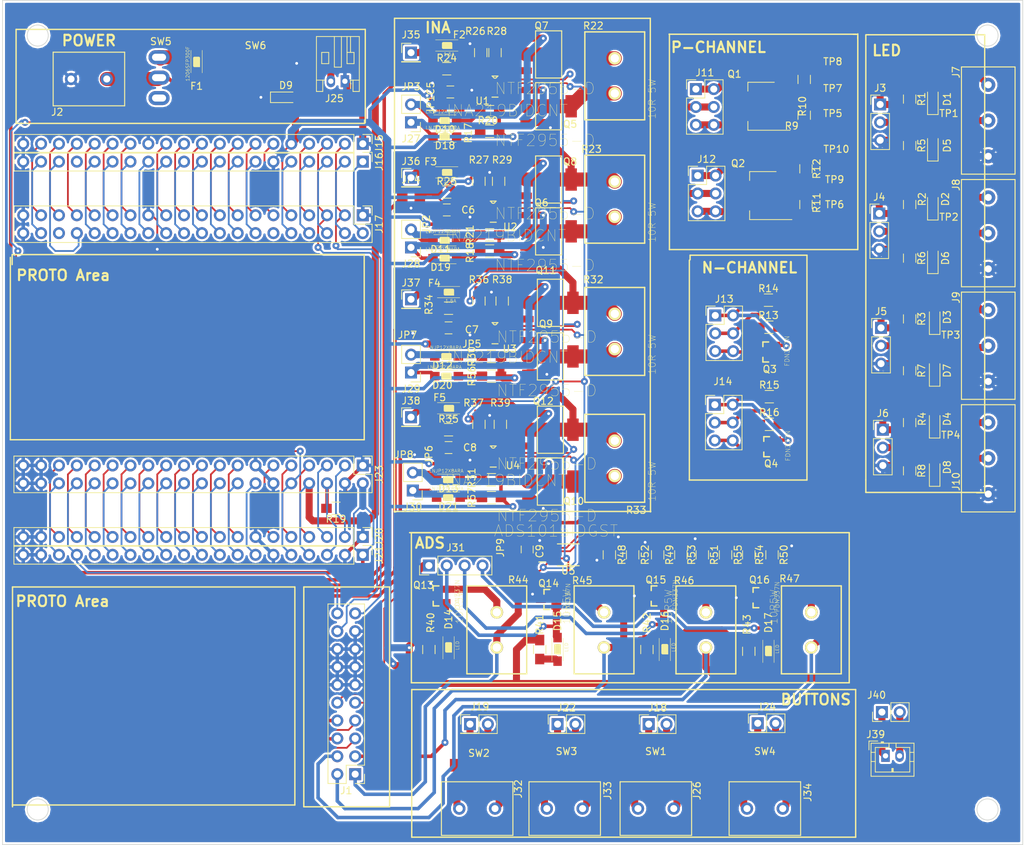
<source format=kicad_pcb>
(kicad_pcb (version 4) (host pcbnew 4.0.7)
  (layers (0 F.Cu signal) (31 B.Cu signal) (34 B.Paste user) (35 F.Paste user) (36 B.SilkS user) (37 F.SilkS user) (38 B.Mask user) (39 F.Mask user) (44 Edge.Cuts user))
  (net 0 "")
  (net 1 "/Fixture Dev Kit - Functional Computer/LOLN")
  (net 2 GND)
  (net 3 "/Fixture Dev Kit - Functional Computer/LORN")
  (net 4 "Net-(C5-Pad2)")
  (net 5 "Net-(C6-Pad2)")
  (net 6 "Net-(C7-Pad2)")
  (net 7 "Net-(C8-Pad2)")
  (net 8 +5V)
  (net 9 "Net-(D1-Pad1)")
  (net 10 "Net-(D1-Pad2)")
  (net 11 "Net-(D2-Pad1)")
  (net 12 "Net-(D2-Pad2)")
  (net 13 "Net-(D3-Pad1)")
  (net 14 "Net-(D3-Pad2)")
  (net 15 "Net-(D4-Pad1)")
  (net 16 "Net-(D4-Pad2)")
  (net 17 "Net-(D5-Pad1)")
  (net 18 "Net-(D6-Pad1)")
  (net 19 "Net-(D7-Pad1)")
  (net 20 "Net-(D8-Pad1)")
  (net 21 /C4-VCC-3V3)
  (net 22 "/Fixture Dev Kit - INA/INA40_XIO")
  (net 23 "Net-(D10-Pad2)")
  (net 24 "/Fixture Dev Kit - INA/INA41_XIO")
  (net 25 "Net-(D11-Pad2)")
  (net 26 "/Fixture Dev Kit - INA/INA42_XIO")
  (net 27 "Net-(D12-Pad2)")
  (net 28 "/Fixture Dev Kit - INA/INA43_XIO")
  (net 29 "Net-(D13-Pad2)")
  (net 30 "/Fixture Dev Kit - ADS/AIN0_XIO")
  (net 31 "Net-(D14-Pad2)")
  (net 32 "/Fixture Dev Kit - ADS/AIN1_XIO")
  (net 33 "Net-(D15-Pad2)")
  (net 34 "/Fixture Dev Kit - ADS/AIN2_XIO")
  (net 35 "Net-(D16-Pad2)")
  (net 36 "/Fixture Dev Kit - ADS/AIN3_XIO")
  (net 37 "Net-(D17-Pad2)")
  (net 38 "/Fixture Dev Kit - Functional Computer/C4-PWR-IN")
  (net 39 "Net-(F2-Pad1)")
  (net 40 "Net-(F3-Pad1)")
  (net 41 "Net-(F4-Pad1)")
  (net 42 "Net-(F5-Pad1)")
  (net 43 /AIN0)
  (net 44 /AIN1)
  (net 45 /AIN2)
  (net 46 /AIN3)
  (net 47 /INA40_V-)
  (net 48 /INA41_V-)
  (net 49 /INA42_V-)
  (net 50 /INA43_V-)
  (net 51 /I2C-SDA)
  (net 52 /I2C-SCK)
  (net 53 /UART-RX)
  (net 54 /UART-TX)
  (net 55 /ADAPTER_ID)
  (net 56 "Net-(J3-Pad1)")
  (net 57 "Net-(J4-Pad1)")
  (net 58 "Net-(J5-Pad1)")
  (net 59 "/Fixture Dev Kit - PMosfets/Source0")
  (net 60 "/Fixture Dev Kit - PMosfets/Gate0")
  (net 61 "/Fixture Dev Kit - PMosfets/Drain0")
  (net 62 "/Fixture Dev Kit - PMosfets/Source1")
  (net 63 "/Fixture Dev Kit - PMosfets/Gate1")
  (net 64 "/Fixture Dev Kit - PMosfets/Drain1")
  (net 65 "/Fixture Dev Kits - NMosfets/Source_0")
  (net 66 "/Fixture Dev Kits - NMosfets/Gate_0")
  (net 67 "/Fixture Dev Kits - NMosfets/Drain_0")
  (net 68 "/Fixture Dev Kits - NMosfets/Source_1")
  (net 69 "/Fixture Dev Kits - NMosfets/Gate_1")
  (net 70 "/Fixture Dev Kits - NMosfets/Drain_1")
  (net 71 "Net-(J15-Pad4)")
  (net 72 "Net-(J15-Pad6)")
  (net 73 "Net-(J15-Pad7)")
  (net 74 "Net-(J15-Pad8)")
  (net 75 "Net-(J15-Pad9)")
  (net 76 "Net-(J15-Pad10)")
  (net 77 "Net-(J15-Pad11)")
  (net 78 "Net-(J15-Pad12)")
  (net 79 "Net-(J15-Pad14)")
  (net 80 "Net-(J15-Pad15)")
  (net 81 "Net-(J15-Pad16)")
  (net 82 "Net-(J15-Pad17)")
  (net 83 "/Fixture Dev Kit - Functional Computer/I2C-SDA")
  (net 84 "/Fixture Dev Kit - Functional Computer/I2C-SCK")
  (net 85 "Net-(J16-Pad1)")
  (net 86 "/Fixture Dev Kit - Functional Computer/LOLP")
  (net 87 "/Fixture Dev Kit - Functional Computer/LORP")
  (net 88 "Net-(J16-Pad7)")
  (net 89 "Net-(J16-Pad8)")
  (net 90 "Net-(J16-Pad9)")
  (net 91 "Net-(J16-Pad10)")
  (net 92 "Net-(J16-Pad11)")
  (net 93 "Net-(J16-Pad12)")
  (net 94 "Net-(J16-Pad13)")
  (net 95 "Net-(J16-Pad14)")
  (net 96 "Net-(J16-Pad15)")
  (net 97 "Net-(J16-Pad16)")
  (net 98 "Net-(J16-Pad19)")
  (net 99 "/Fixture Dev Kit - Functional Computer/BAT")
  (net 100 "/Fixture Dev Kit - Functional Computer/TS")
  (net 101 "/Fixture Dev Kit - Functional Computer/PWRON")
  (net 102 "Net-(J20-Pad2)")
  (net 103 "Net-(J20-Pad3)")
  (net 104 "Net-(J20-Pad4)")
  (net 105 "Net-(J20-Pad5)")
  (net 106 "Net-(J20-Pad6)")
  (net 107 "Net-(J20-Pad8)")
  (net 108 "Net-(J20-Pad9)")
  (net 109 "Net-(J20-Pad10)")
  (net 110 "Net-(J20-Pad11)")
  (net 111 "Net-(J20-Pad12)")
  (net 112 "Net-(J20-Pad13)")
  (net 113 "Net-(J20-Pad14)")
  (net 114 "Net-(J20-Pad15)")
  (net 115 "Net-(J20-Pad16)")
  (net 116 "Net-(J20-Pad17)")
  (net 117 "Net-(J20-Pad18)")
  (net 118 "Net-(J21-Pad7)")
  (net 119 "Net-(J21-Pad8)")
  (net 120 "Net-(J21-Pad9)")
  (net 121 "Net-(J21-Pad10)")
  (net 122 "Net-(J21-Pad11)")
  (net 123 "Net-(J21-Pad12)")
  (net 124 "Net-(J21-Pad13)")
  (net 125 "Net-(J21-Pad14)")
  (net 126 "Net-(J21-Pad15)")
  (net 127 "Net-(J21-Pad16)")
  (net 128 "Net-(J21-Pad18)")
  (net 129 "/Fixture Dev Kit - INA/LOAD40_XIO")
  (net 130 "/Fixture Dev Kit - INA/LOAD41_XIO")
  (net 131 "/Fixture Dev Kit - INA/LOAD42_XIO")
  (net 132 "/Fixture Dev Kit - INA/LOAD43_XIO")
  (net 133 "Net-(Q5-Pad2)")
  (net 134 "Net-(Q6-Pad2)")
  (net 135 "Net-(Q7-Pad2)")
  (net 136 "Net-(Q8-Pad2)")
  (net 137 "Net-(Q9-Pad2)")
  (net 138 "Net-(Q10-Pad2)")
  (net 139 "Net-(Q11-Pad2)")
  (net 140 "Net-(Q12-Pad2)")
  (net 141 "Net-(Q13-Pad2)")
  (net 142 "Net-(Q14-Pad2)")
  (net 143 "Net-(Q15-Pad2)")
  (net 144 "Net-(Q16-Pad2)")
  (net 145 "Net-(R26-Pad1)")
  (net 146 "Net-(R27-Pad1)")
  (net 147 "Net-(R28-Pad1)")
  (net 148 "Net-(R29-Pad1)")
  (net 149 "Net-(R36-Pad1)")
  (net 150 "Net-(R37-Pad1)")
  (net 151 "Net-(R38-Pad1)")
  (net 152 "Net-(R39-Pad1)")
  (net 153 "Net-(R52-Pad2)")
  (net 154 "Net-(R53-Pad2)")
  (net 155 "Net-(R54-Pad2)")
  (net 156 "Net-(R55-Pad2)")
  (net 157 "Net-(J16-Pad18)")
  (net 158 "Net-(D18-Pad2)")
  (net 159 "Net-(D19-Pad2)")
  (net 160 "Net-(D20-Pad2)")
  (net 161 "Net-(D21-Pad2)")
  (net 162 "Net-(F1-Pad1)")
  (net 163 "Net-(J10-Pad1)")
  (net 164 "Net-(C9-Pad1)")
  (net 165 "Net-(F2-Pad2)")
  (net 166 "Net-(F3-Pad2)")
  (net 167 "Net-(F4-Pad2)")
  (net 168 "Net-(F5-Pad2)")
  (net 169 "Net-(J18-Pad1)")
  (net 170 "Net-(J18-Pad2)")
  (net 171 "Net-(J19-Pad1)")
  (net 172 "Net-(J19-Pad2)")
  (net 173 "Net-(J22-Pad1)")
  (net 174 "Net-(J22-Pad2)")
  (net 175 "Net-(J24-Pad1)")
  (net 176 "Net-(J24-Pad2)")
  (net 177 "Net-(JP3-Pad1)")
  (net 178 "Net-(JP4-Pad1)")
  (net 179 "Net-(JP7-Pad1)")
  (net 180 "Net-(JP8-Pad1)")
  (net 181 "Net-(J39-Pad1)")
  (net 182 "Net-(J39-Pad2)")
  (net 183 "Net-(J16-Pad17)")
  (net 184 "Net-(SW5-Pad1)")
  (net 185 "Net-(U5-Pad2)")
  (module Capacitors_SMD:C_0805_HandSoldering (layer F.Cu) (at 88.646 33.02)
    (fp_text reference C5 (at -2.794 -0.508 90) (layer F.SilkS))
    (fp_text value 0.1uF)
    (pad 1 smd rect (at -1.25 0) (size 1.5 1.25) (layers F.Cu F.Paste F.Mask) (net 2 GND))
    (pad 2 smd rect (at 1.25 0) (size 1.5 1.25) (layers F.Cu F.Paste F.Mask) (net 4 "Net-(C5-Pad2)"))
  )
  (module Capacitors_SMD:C_0805_HandSoldering (layer F.Cu) (at 88.138 49.784)
    (fp_text reference C6 (at 3.048 0 180) (layer F.SilkS))
    (fp_text value 0.1uF)
    (pad 1 smd rect (at -1.25 0) (size 1.5 1.25) (layers F.Cu F.Paste F.Mask) (net 2 GND))
    (pad 2 smd rect (at 1.25 0) (size 1.5 1.25) (layers F.Cu F.Paste F.Mask) (net 5 "Net-(C6-Pad2)"))
  )
  (module Capacitors_SMD:C_0805_HandSoldering (layer F.Cu) (at 88.392 66.548)
    (fp_text reference C7 (at 3.302 0.254) (layer F.SilkS))
    (fp_text value 0.1uF)
    (pad 1 smd rect (at -1.25 0) (size 1.5 1.25) (layers F.Cu F.Paste F.Mask) (net 2 GND))
    (pad 2 smd rect (at 1.25 0) (size 1.5 1.25) (layers F.Cu F.Paste F.Mask) (net 6 "Net-(C7-Pad2)"))
  )
  (module Capacitors_SMD:C_0805_HandSoldering (layer F.Cu) (at 88.392 83.566)
    (fp_text reference C8 (at 3.048 0) (layer F.SilkS))
    (fp_text value 0.1uF)
    (pad 1 smd rect (at -1.25 0) (size 1.5 1.25) (layers F.Cu F.Paste F.Mask) (net 2 GND))
    (pad 2 smd rect (at 1.25 0) (size 1.5 1.25) (layers F.Cu F.Paste F.Mask) (net 7 "Net-(C8-Pad2)"))
  )
  (module Capacitors_SMD:C_0805_HandSoldering (layer F.Cu) (at 99.568 98.044 90)
    (fp_text reference C9 (at -0.254 1.778 90) (layer F.SilkS))
    (fp_text value 0.1uF)
    (pad 1 smd rect (at -1.25 0 90) (size 1.5 1.25) (layers F.Cu F.Paste F.Mask) (net 164 "Net-(C9-Pad1)"))
    (pad 2 smd rect (at 1.25 0 90) (size 1.5 1.25) (layers F.Cu F.Paste F.Mask) (net 2 GND))
  )
  (module LEDs:LED_0805_HandSoldering (layer F.Cu) (at 157.226 34.036 90)
    (fp_text reference D1 (at 0 2.032 90) (layer F.SilkS))
    (fp_text value Purple)
    (pad 1 smd rect (at -1.35 0 90) (size 1.5 1.3) (layers F.Cu F.Paste F.Mask) (net 9 "Net-(D1-Pad1)"))
    (pad 2 smd rect (at 1.35 0 90) (size 1.5 1.3) (layers F.Cu F.Paste F.Mask) (net 10 "Net-(D1-Pad2)"))
  )
  (module LEDs:LED_0805_HandSoldering (layer F.Cu) (at 157.226 49.022 90)
    (fp_text reference D2 (at 0.762 1.778 90) (layer F.SilkS))
    (fp_text value Purple)
    (pad 1 smd rect (at -1.35 0 90) (size 1.5 1.3) (layers F.Cu F.Paste F.Mask) (net 11 "Net-(D2-Pad1)"))
    (pad 2 smd rect (at 1.35 0 90) (size 1.5 1.3) (layers F.Cu F.Paste F.Mask) (net 12 "Net-(D2-Pad2)"))
  )
  (module LEDs:LED_0805_HandSoldering (layer F.Cu) (at 157.48 65.278 90)
    (fp_text reference D3 (at 0.254 1.778 90) (layer F.SilkS))
    (fp_text value Purple)
    (pad 1 smd rect (at -1.35 0 90) (size 1.5 1.3) (layers F.Cu F.Paste F.Mask) (net 13 "Net-(D3-Pad1)"))
    (pad 2 smd rect (at 1.35 0 90) (size 1.5 1.3) (layers F.Cu F.Paste F.Mask) (net 14 "Net-(D3-Pad2)"))
  )
  (module LEDs:LED_0805_HandSoldering (layer F.Cu) (at 157.48 80.01 90)
    (fp_text reference D4 (at 0.508 1.778 90) (layer F.SilkS))
    (fp_text value Purple)
    (pad 1 smd rect (at -1.35 0 90) (size 1.5 1.3) (layers F.Cu F.Paste F.Mask) (net 15 "Net-(D4-Pad1)"))
    (pad 2 smd rect (at 1.35 0 90) (size 1.5 1.3) (layers F.Cu F.Paste F.Mask) (net 16 "Net-(D4-Pad2)"))
  )
  (module LEDs:LED_0805_HandSoldering (layer F.Cu) (at 157.226 40.64 90)
    (fp_text reference D5 (at 0 2.032 90) (layer F.SilkS))
    (fp_text value Green)
    (pad 1 smd rect (at -1.35 0 90) (size 1.5 1.3) (layers F.Cu F.Paste F.Mask) (net 17 "Net-(D5-Pad1)"))
    (pad 2 smd rect (at 1.35 0 90) (size 1.5 1.3) (layers F.Cu F.Paste F.Mask) (net 9 "Net-(D1-Pad1)"))
  )
  (module LEDs:LED_0805_HandSoldering (layer F.Cu) (at 157.226 56.642 90)
    (fp_text reference D6 (at 0 1.778 90) (layer F.SilkS))
    (fp_text value Green)
    (pad 1 smd rect (at -1.35 0 90) (size 1.5 1.3) (layers F.Cu F.Paste F.Mask) (net 18 "Net-(D6-Pad1)"))
    (pad 2 smd rect (at 1.35 0 90) (size 1.5 1.3) (layers F.Cu F.Paste F.Mask) (net 11 "Net-(D2-Pad1)"))
  )
  (module LEDs:LED_0805_HandSoldering (layer F.Cu) (at 157.48 72.644 90)
    (fp_text reference D7 (at 0 1.778 90) (layer F.SilkS))
    (fp_text value Green)
    (pad 1 smd rect (at -1.35 0 90) (size 1.5 1.3) (layers F.Cu F.Paste F.Mask) (net 19 "Net-(D7-Pad1)"))
    (pad 2 smd rect (at 1.35 0 90) (size 1.5 1.3) (layers F.Cu F.Paste F.Mask) (net 13 "Net-(D3-Pad1)"))
  )
  (module LEDs:LED_0805_HandSoldering (layer F.Cu) (at 157.48 86.868 90)
    (fp_text reference D8 (at 0.508 1.778 90) (layer F.SilkS))
    (fp_text value Green)
    (pad 1 smd rect (at -1.35 0 90) (size 1.5 1.3) (layers F.Cu F.Paste F.Mask) (net 20 "Net-(D8-Pad1)"))
    (pad 2 smd rect (at 1.35 0 90) (size 1.5 1.3) (layers F.Cu F.Paste F.Mask) (net 15 "Net-(D4-Pad1)"))
  )
  (module 1206:1206 (layer F.Cu) (at 87.884 37.084)
    (fp_text reference D10 (at 0 1.27) (layer F.SilkS))
    (fp_text value LNJP12X8ARA (at -0.31649 -1.25925) (layer F.SilkS) (effects (font (size 0.480745 0.480745) (thickness 0.05))))
    (pad 1 smd rect (at -1.7 0) (size 1.35 1.2) (layers F.Cu F.Paste F.Mask) (net 22 "/Fixture Dev Kit - INA/INA40_XIO"))
    (pad 2 smd rect (at 1.65 0) (size 1.35 1.2) (layers F.Cu F.Paste F.Mask) (net 23 "Net-(D10-Pad2)"))
  )
  (module 1206:1206 (layer F.Cu) (at 87.884 54.102)
    (fp_text reference D11 (at -0.62201 1.2852) (layer F.SilkS))
    (fp_text value LNJP12X8ARA (at -0.31649 -1.25925) (layer F.SilkS) (effects (font (size 0.480745 0.480745) (thickness 0.05))))
    (pad 1 smd rect (at -1.7 0) (size 1.35 1.2) (layers F.Cu F.Paste F.Mask) (net 24 "/Fixture Dev Kit - INA/INA41_XIO"))
    (pad 2 smd rect (at 1.65 0) (size 1.35 1.2) (layers F.Cu F.Paste F.Mask) (net 25 "Net-(D11-Pad2)"))
  )
  (module 1206:1206 (layer F.Cu) (at 88.138 70.612)
    (fp_text reference D12 (at -0.62201 1.2852) (layer F.SilkS))
    (fp_text value LNJP12X8ARA (at -0.31649 -1.25925) (layer F.SilkS) (effects (font (size 0.480745 0.480745) (thickness 0.05))))
    (pad 1 smd rect (at -1.7 0) (size 1.35 1.2) (layers F.Cu F.Paste F.Mask) (net 26 "/Fixture Dev Kit - INA/INA42_XIO"))
    (pad 2 smd rect (at 1.65 0) (size 1.35 1.2) (layers F.Cu F.Paste F.Mask) (net 27 "Net-(D12-Pad2)"))
  )
  (module 1206:1206 (layer F.Cu) (at 88.392 88.138)
    (fp_text reference D13 (at 0 1.27) (layer F.SilkS))
    (fp_text value LNJP12X8ARA (at -0.31649 -1.25925) (layer F.SilkS) (effects (font (size 0.480745 0.480745) (thickness 0.05))))
    (pad 1 smd rect (at -1.7 0) (size 1.35 1.2) (layers F.Cu F.Paste F.Mask) (net 28 "/Fixture Dev Kit - INA/INA43_XIO"))
    (pad 2 smd rect (at 1.65 0) (size 1.35 1.2) (layers F.Cu F.Paste F.Mask) (net 29 "Net-(D13-Pad2)"))
  )
  (module 1206:1206 (layer F.Cu) (at 88.392 112.014 270)
    (fp_text reference D14 (at -4.064 0 270) (layer F.SilkS))
    (fp_text value LED (at -0.31649 -1.25925 270) (layer F.SilkS) (effects (font (size 0.480745 0.480745) (thickness 0.05))))
    (pad 1 smd rect (at -1.7 0 270) (size 1.35 1.2) (layers F.Cu F.Paste F.Mask) (net 30 "/Fixture Dev Kit - ADS/AIN0_XIO"))
    (pad 2 smd rect (at 1.65 0 270) (size 1.35 1.2) (layers F.Cu F.Paste F.Mask) (net 31 "Net-(D14-Pad2)"))
  )
  (module 1206:1206 (layer F.Cu) (at 103.886 112.268 270)
    (fp_text reference D15 (at -4.064 0 270) (layer F.SilkS))
    (fp_text value LED (at -0.31649 -1.25925 270) (layer F.SilkS) (effects (font (size 0.480745 0.480745) (thickness 0.05))))
    (pad 1 smd rect (at -1.7 0 270) (size 1.35 1.2) (layers F.Cu F.Paste F.Mask) (net 32 "/Fixture Dev Kit - ADS/AIN1_XIO"))
    (pad 2 smd rect (at 1.65 0 270) (size 1.35 1.2) (layers F.Cu F.Paste F.Mask) (net 33 "Net-(D15-Pad2)"))
  )
  (module 1206:1206 (layer F.Cu) (at 119.126 112.268 270)
    (fp_text reference D16 (at -4.064 0 270) (layer F.SilkS))
    (fp_text value LED (at -0.31649 -1.25925 270) (layer F.SilkS) (effects (font (size 0.480745 0.480745) (thickness 0.05))))
    (pad 1 smd rect (at -1.7 0 270) (size 1.35 1.2) (layers F.Cu F.Paste F.Mask) (net 34 "/Fixture Dev Kit - ADS/AIN2_XIO"))
    (pad 2 smd rect (at 1.65 0 270) (size 1.35 1.2) (layers F.Cu F.Paste F.Mask) (net 35 "Net-(D16-Pad2)"))
  )
  (module 1206:1206 (layer F.Cu) (at 133.858 112.522 270)
    (fp_text reference D17 (at -4.064 0 270) (layer F.SilkS))
    (fp_text value LED (at -0.31649 -1.25925 270) (layer F.SilkS) (effects (font (size 0.480745 0.480745) (thickness 0.05))))
    (pad 1 smd rect (at -1.7 0 270) (size 1.35 1.2) (layers F.Cu F.Paste F.Mask) (net 36 "/Fixture Dev Kit - ADS/AIN3_XIO"))
    (pad 2 smd rect (at 1.65 0 270) (size 1.35 1.2) (layers F.Cu F.Paste F.Mask) (net 37 "Net-(D17-Pad2)"))
  )
  (module 1206:1206 (layer F.Cu) (at 52.578 28.702 90)
    (fp_text reference F1 (at -3.4925 0 180) (layer F.SilkS))
    (fp_text value 1206SFP300F (at -0.31649 -1.25925 90) (layer F.SilkS) (effects (font (size 0.480745 0.480745) (thickness 0.05))))
    (pad 1 smd rect (at -1.7 0 90) (size 1.35 1.2) (layers F.Cu F.Paste F.Mask) (net 162 "Net-(F1-Pad1)"))
    (pad 2 smd rect (at 1.65 0 90) (size 1.35 1.2) (layers F.Cu F.Paste F.Mask) (net 38 "/Fixture Dev Kit - Functional Computer/C4-PWR-IN"))
  )
  (module 1206:1206 (layer F.Cu) (at 88.138 26.416 180)
    (fp_text reference F2 (at -1.778 1.524 180) (layer F.SilkS))
    (fp_text value 1.5A (at -0.31649 -1.25925 180) (layer F.SilkS) (effects (font (size 0.480745 0.480745) (thickness 0.05))))
    (pad 1 smd rect (at -1.7 0 180) (size 1.35 1.2) (layers F.Cu F.Paste F.Mask) (net 39 "Net-(F2-Pad1)"))
    (pad 2 smd rect (at 1.65 0 180) (size 1.35 1.2) (layers F.Cu F.Paste F.Mask) (net 165 "Net-(F2-Pad2)"))
  )
  (module 1206:1206 (layer F.Cu) (at 88.138 44.45 180)
    (fp_text reference F3 (at 2.286 1.524 180) (layer F.SilkS))
    (fp_text value 1.5A (at -0.31649 -1.25925 180) (layer F.SilkS) (effects (font (size 0.480745 0.480745) (thickness 0.05))))
    (pad 1 smd rect (at -1.7 0 180) (size 1.35 1.2) (layers F.Cu F.Paste F.Mask) (net 40 "Net-(F3-Pad1)"))
    (pad 2 smd rect (at 1.65 0 180) (size 1.35 1.2) (layers F.Cu F.Paste F.Mask) (net 166 "Net-(F3-Pad2)"))
  )
  (module 1206:1206 (layer F.Cu) (at 88.392 61.468 180)
    (fp_text reference F4 (at 2.032 1.27 180) (layer F.SilkS))
    (fp_text value 1.5A (at -0.31649 -1.25925 180) (layer F.SilkS) (effects (font (size 0.480745 0.480745) (thickness 0.05))))
    (pad 1 smd rect (at -1.7 0 180) (size 1.35 1.2) (layers F.Cu F.Paste F.Mask) (net 41 "Net-(F4-Pad1)"))
    (pad 2 smd rect (at 1.65 0 180) (size 1.35 1.2) (layers F.Cu F.Paste F.Mask) (net 167 "Net-(F4-Pad2)"))
  )
  (module 1206:1206 (layer F.Cu) (at 88.392 77.978 180)
    (fp_text reference F5 (at 1.27 1.524 180) (layer F.SilkS))
    (fp_text value 1.5A (at -0.31649 -1.25925 180) (layer F.SilkS) (effects (font (size 0.480745 0.480745) (thickness 0.05))))
    (pad 1 smd rect (at -1.7 0 180) (size 1.35 1.2) (layers F.Cu F.Paste F.Mask) (net 42 "Net-(F5-Pad1)"))
    (pad 2 smd rect (at 1.65 0 180) (size 1.35 1.2) (layers F.Cu F.Paste F.Mask) (net 168 "Net-(F5-Pad2)"))
  )
  (module Pin_Headers:Pin_Header_Straight_2x10_Pitch2.54mm (layer F.Cu) (at 75.1205 129.9845 180)
    (fp_text reference J1 (at 1.27 -2.33 180) (layer F.SilkS))
    (fp_text value DUT)
    (pad 1 thru_hole rect (at 0 0 180) (size 1.7 1.7) (drill 1) (layers *.Cu *.Mask) (net 43 /AIN0))
    (pad 2 thru_hole oval (at 2.54 0 180) (size 1.7 1.7) (drill 1) (layers *.Cu *.Mask) (net 44 /AIN1))
    (pad 3 thru_hole oval (at 0 2.54 180) (size 1.7 1.7) (drill 1) (layers *.Cu *.Mask) (net 45 /AIN2))
    (pad 4 thru_hole oval (at 2.54 2.54 180) (size 1.7 1.7) (drill 1) (layers *.Cu *.Mask) (net 46 /AIN3))
    (pad 5 thru_hole oval (at 0 5.08 180) (size 1.7 1.7) (drill 1) (layers *.Cu *.Mask) (net 47 /INA40_V-))
    (pad 6 thru_hole oval (at 2.54 5.08 180) (size 1.7 1.7) (drill 1) (layers *.Cu *.Mask) (net 48 /INA41_V-))
    (pad 7 thru_hole oval (at 0 7.62 180) (size 1.7 1.7) (drill 1) (layers *.Cu *.Mask) (net 49 /INA42_V-))
    (pad 8 thru_hole oval (at 2.54 7.62 180) (size 1.7 1.7) (drill 1) (layers *.Cu *.Mask) (net 50 /INA43_V-))
    (pad 9 thru_hole oval (at 0 10.16 180) (size 1.7 1.7) (drill 1) (layers *.Cu *.Mask) (net 51 /I2C-SDA))
    (pad 10 thru_hole oval (at 2.54 10.16 180) (size 1.7 1.7) (drill 1) (layers *.Cu *.Mask) (net 52 /I2C-SCK))
    (pad 11 thru_hole oval (at 0 12.7 180) (size 1.7 1.7) (drill 1) (layers *.Cu *.Mask) (net 2 GND))
    (pad 12 thru_hole oval (at 2.54 12.7 180) (size 1.7 1.7) (drill 1) (layers *.Cu *.Mask) (net 2 GND))
    (pad 13 thru_hole oval (at 0 15.24 180) (size 1.7 1.7) (drill 1) (layers *.Cu *.Mask) (net 2 GND))
    (pad 14 thru_hole oval (at 2.54 15.24 180) (size 1.7 1.7) (drill 1) (layers *.Cu *.Mask) (net 2 GND))
    (pad 15 thru_hole oval (at 0 17.78 180) (size 1.7 1.7) (drill 1) (layers *.Cu *.Mask) (net 2 GND))
    (pad 16 thru_hole oval (at 2.54 17.78 180) (size 1.7 1.7) (drill 1) (layers *.Cu *.Mask) (net 2 GND))
    (pad 17 thru_hole oval (at 0 20.32 180) (size 1.7 1.7) (drill 1) (layers *.Cu *.Mask) (net 2 GND))
    (pad 18 thru_hole oval (at 2.54 20.32 180) (size 1.7 1.7) (drill 1) (layers *.Cu *.Mask) (net 53 /UART-RX))
    (pad 19 thru_hole oval (at 0 22.86 180) (size 1.7 1.7) (drill 1) (layers *.Cu *.Mask) (net 54 /UART-TX))
    (pad 20 thru_hole oval (at 2.54 22.86 180) (size 1.7 1.7) (drill 1) (layers *.Cu *.Mask) (net 55 /ADAPTER_ID))
  )
  (module Pin_Headers:Pin_Header_Straight_1x03_Pitch2.54mm (layer F.Cu) (at 149.733 34.798)
    (fp_text reference J3 (at 0 -2.33) (layer F.SilkS))
    (fp_text value LED_0)
    (pad 1 thru_hole rect (at 0 0) (size 1.7 1.7) (drill 1) (layers *.Cu *.Mask) (net 56 "Net-(J3-Pad1)"))
    (pad 2 thru_hole oval (at 0 2.54) (size 1.7 1.7) (drill 1) (layers *.Cu *.Mask) (net 9 "Net-(D1-Pad1)"))
    (pad 3 thru_hole oval (at 0 5.08) (size 1.7 1.7) (drill 1) (layers *.Cu *.Mask) (net 2 GND))
  )
  (module Pin_Headers:Pin_Header_Straight_1x03_Pitch2.54mm (layer F.Cu) (at 149.606 50.292)
    (fp_text reference J4 (at 0 -2.33) (layer F.SilkS))
    (fp_text value LED_1)
    (pad 1 thru_hole rect (at 0 0) (size 1.7 1.7) (drill 1) (layers *.Cu *.Mask) (net 57 "Net-(J4-Pad1)"))
    (pad 2 thru_hole oval (at 0 2.54) (size 1.7 1.7) (drill 1) (layers *.Cu *.Mask) (net 11 "Net-(D2-Pad1)"))
    (pad 3 thru_hole oval (at 0 5.08) (size 1.7 1.7) (drill 1) (layers *.Cu *.Mask) (net 2 GND))
  )
  (module Pin_Headers:Pin_Header_Straight_1x03_Pitch2.54mm (layer F.Cu) (at 149.86 66.548)
    (fp_text reference J5 (at 0 -2.33) (layer F.SilkS))
    (fp_text value LED_2)
    (pad 1 thru_hole rect (at 0 0) (size 1.7 1.7) (drill 1) (layers *.Cu *.Mask) (net 58 "Net-(J5-Pad1)"))
    (pad 2 thru_hole oval (at 0 2.54) (size 1.7 1.7) (drill 1) (layers *.Cu *.Mask) (net 13 "Net-(D3-Pad1)"))
    (pad 3 thru_hole oval (at 0 5.08) (size 1.7 1.7) (drill 1) (layers *.Cu *.Mask) (net 2 GND))
  )
  (module Pin_Headers:Pin_Header_Straight_1x03_Pitch2.54mm (layer F.Cu) (at 150.114 81.026)
    (fp_text reference J6 (at 0 -2.33) (layer F.SilkS))
    (fp_text value LED_3)
    (pad 1 thru_hole rect (at 0 0) (size 1.7 1.7) (drill 1) (layers *.Cu *.Mask) (net 163 "Net-(J10-Pad1)"))
    (pad 2 thru_hole oval (at 0 2.54) (size 1.7 1.7) (drill 1) (layers *.Cu *.Mask) (net 15 "Net-(D4-Pad1)"))
    (pad 3 thru_hole oval (at 0 5.08) (size 1.7 1.7) (drill 1) (layers *.Cu *.Mask) (net 2 GND))
  )
  (module Pin_Headers:Pin_Header_Straight_2x03_Pitch2.54mm (layer F.Cu) (at 123.5456 32.6136)
    (fp_text reference J11 (at 1.27 -2.33) (layer F.SilkS))
    (fp_text value FET_0)
    (pad 1 thru_hole rect (at 0 0) (size 1.7 1.7) (drill 1) (layers *.Cu *.Mask) (net 59 "/Fixture Dev Kit - PMosfets/Source0"))
    (pad 2 thru_hole oval (at 2.54 0) (size 1.7 1.7) (drill 1) (layers *.Cu *.Mask) (net 59 "/Fixture Dev Kit - PMosfets/Source0"))
    (pad 3 thru_hole oval (at 0 2.54) (size 1.7 1.7) (drill 1) (layers *.Cu *.Mask) (net 60 "/Fixture Dev Kit - PMosfets/Gate0"))
    (pad 4 thru_hole oval (at 2.54 2.54) (size 1.7 1.7) (drill 1) (layers *.Cu *.Mask) (net 60 "/Fixture Dev Kit - PMosfets/Gate0"))
    (pad 5 thru_hole oval (at 0 5.08) (size 1.7 1.7) (drill 1) (layers *.Cu *.Mask) (net 61 "/Fixture Dev Kit - PMosfets/Drain0"))
    (pad 6 thru_hole oval (at 2.54 5.08) (size 1.7 1.7) (drill 1) (layers *.Cu *.Mask) (net 61 "/Fixture Dev Kit - PMosfets/Drain0"))
  )
  (module Pin_Headers:Pin_Header_Straight_2x03_Pitch2.54mm (layer F.Cu) (at 123.7996 44.9072)
    (fp_text reference J12 (at 1.27 -2.33) (layer F.SilkS))
    (fp_text value FET_0)
    (pad 1 thru_hole rect (at 0 0) (size 1.7 1.7) (drill 1) (layers *.Cu *.Mask) (net 62 "/Fixture Dev Kit - PMosfets/Source1"))
    (pad 2 thru_hole oval (at 2.54 0) (size 1.7 1.7) (drill 1) (layers *.Cu *.Mask) (net 62 "/Fixture Dev Kit - PMosfets/Source1"))
    (pad 3 thru_hole oval (at 0 2.54) (size 1.7 1.7) (drill 1) (layers *.Cu *.Mask) (net 63 "/Fixture Dev Kit - PMosfets/Gate1"))
    (pad 4 thru_hole oval (at 2.54 2.54) (size 1.7 1.7) (drill 1) (layers *.Cu *.Mask) (net 63 "/Fixture Dev Kit - PMosfets/Gate1"))
    (pad 5 thru_hole oval (at 0 5.08) (size 1.7 1.7) (drill 1) (layers *.Cu *.Mask) (net 64 "/Fixture Dev Kit - PMosfets/Drain1"))
    (pad 6 thru_hole oval (at 2.54 5.08) (size 1.7 1.7) (drill 1) (layers *.Cu *.Mask) (net 64 "/Fixture Dev Kit - PMosfets/Drain1"))
  )
  (module Pin_Headers:Pin_Header_Straight_2x03_Pitch2.54mm (layer F.Cu) (at 126.3015 64.7827)
    (fp_text reference J13 (at 1.27 -2.33) (layer F.SilkS))
    (fp_text value NFET_0)
    (pad 1 thru_hole rect (at 0 0) (size 1.7 1.7) (drill 1) (layers *.Cu *.Mask) (net 65 "/Fixture Dev Kits - NMosfets/Source_0"))
    (pad 2 thru_hole oval (at 2.54 0) (size 1.7 1.7) (drill 1) (layers *.Cu *.Mask) (net 65 "/Fixture Dev Kits - NMosfets/Source_0"))
    (pad 3 thru_hole oval (at 0 2.54) (size 1.7 1.7) (drill 1) (layers *.Cu *.Mask) (net 66 "/Fixture Dev Kits - NMosfets/Gate_0"))
    (pad 4 thru_hole oval (at 2.54 2.54) (size 1.7 1.7) (drill 1) (layers *.Cu *.Mask) (net 66 "/Fixture Dev Kits - NMosfets/Gate_0"))
    (pad 5 thru_hole oval (at 0 5.08) (size 1.7 1.7) (drill 1) (layers *.Cu *.Mask) (net 67 "/Fixture Dev Kits - NMosfets/Drain_0"))
    (pad 6 thru_hole oval (at 2.54 5.08) (size 1.7 1.7) (drill 1) (layers *.Cu *.Mask) (net 67 "/Fixture Dev Kits - NMosfets/Drain_0"))
  )
  (module Pin_Headers:Pin_Header_Straight_2x03_Pitch2.54mm (layer F.Cu) (at 126.238 77.47)
    (fp_text reference J14 (at 1.143 -3.302) (layer F.SilkS))
    (fp_text value NFET_1)
    (pad 1 thru_hole rect (at 0 0) (size 1.7 1.7) (drill 1) (layers *.Cu *.Mask) (net 68 "/Fixture Dev Kits - NMosfets/Source_1"))
    (pad 2 thru_hole oval (at 2.54 0) (size 1.7 1.7) (drill 1) (layers *.Cu *.Mask) (net 68 "/Fixture Dev Kits - NMosfets/Source_1"))
    (pad 3 thru_hole oval (at 0 2.54) (size 1.7 1.7) (drill 1) (layers *.Cu *.Mask) (net 69 "/Fixture Dev Kits - NMosfets/Gate_1"))
    (pad 4 thru_hole oval (at 2.54 2.54) (size 1.7 1.7) (drill 1) (layers *.Cu *.Mask) (net 69 "/Fixture Dev Kits - NMosfets/Gate_1"))
    (pad 5 thru_hole oval (at 0 5.08) (size 1.7 1.7) (drill 1) (layers *.Cu *.Mask) (net 70 "/Fixture Dev Kits - NMosfets/Drain_1"))
    (pad 6 thru_hole oval (at 2.54 5.08) (size 1.7 1.7) (drill 1) (layers *.Cu *.Mask) (net 70 "/Fixture Dev Kits - NMosfets/Drain_1"))
  )
  (module Pin_Headers:Pin_Header_Straight_1x20_Pitch2.54mm (layer F.Cu) (at 76.2 40.386 270)
    (fp_text reference J15 (at 0 -2.33 270) (layer F.SilkS))
    (fp_text value Conn_01x20)
    (pad 1 thru_hole rect (at 0 0 270) (size 1.7 1.7) (drill 1) (layers *.Cu *.Mask) (net 2 GND))
    (pad 2 thru_hole oval (at 0 2.54 270) (size 1.7 1.7) (drill 1) (layers *.Cu *.Mask) (net 54 /UART-TX))
    (pad 3 thru_hole oval (at 0 5.08 270) (size 1.7 1.7) (drill 1) (layers *.Cu *.Mask) (net 53 /UART-RX))
    (pad 4 thru_hole oval (at 0 7.62 270) (size 1.7 1.7) (drill 1) (layers *.Cu *.Mask) (net 71 "Net-(J15-Pad4)"))
    (pad 5 thru_hole oval (at 0 10.16 270) (size 1.7 1.7) (drill 1) (layers *.Cu *.Mask) (net 21 /C4-VCC-3V3))
    (pad 6 thru_hole oval (at 0 12.7 270) (size 1.7 1.7) (drill 1) (layers *.Cu *.Mask) (net 72 "Net-(J15-Pad6)"))
    (pad 7 thru_hole oval (at 0 15.24 270) (size 1.7 1.7) (drill 1) (layers *.Cu *.Mask) (net 73 "Net-(J15-Pad7)"))
    (pad 8 thru_hole oval (at 0 17.78 270) (size 1.7 1.7) (drill 1) (layers *.Cu *.Mask) (net 74 "Net-(J15-Pad8)"))
    (pad 9 thru_hole oval (at 0 20.32 270) (size 1.7 1.7) (drill 1) (layers *.Cu *.Mask) (net 75 "Net-(J15-Pad9)"))
    (pad 10 thru_hole oval (at 0 22.86 270) (size 1.7 1.7) (drill 1) (layers *.Cu *.Mask) (net 76 "Net-(J15-Pad10)"))
    (pad 11 thru_hole oval (at 0 25.4 270) (size 1.7 1.7) (drill 1) (layers *.Cu *.Mask) (net 77 "Net-(J15-Pad11)"))
    (pad 12 thru_hole oval (at 0 27.94 270) (size 1.7 1.7) (drill 1) (layers *.Cu *.Mask) (net 78 "Net-(J15-Pad12)"))
    (pad 13 thru_hole oval (at 0 30.48 270) (size 1.7 1.7) (drill 1) (layers *.Cu *.Mask) (net 2 GND))
    (pad 14 thru_hole oval (at 0 33.02 270) (size 1.7 1.7) (drill 1) (layers *.Cu *.Mask) (net 79 "Net-(J15-Pad14)"))
    (pad 15 thru_hole oval (at 0 35.56 270) (size 1.7 1.7) (drill 1) (layers *.Cu *.Mask) (net 80 "Net-(J15-Pad15)"))
    (pad 16 thru_hole oval (at 0 38.1 270) (size 1.7 1.7) (drill 1) (layers *.Cu *.Mask) (net 81 "Net-(J15-Pad16)"))
    (pad 17 thru_hole oval (at 0 40.64 270) (size 1.7 1.7) (drill 1) (layers *.Cu *.Mask) (net 82 "Net-(J15-Pad17)"))
    (pad 18 thru_hole oval (at 0 43.18 270) (size 1.7 1.7) (drill 1) (layers *.Cu *.Mask) (net 83 "/Fixture Dev Kit - Functional Computer/I2C-SDA"))
    (pad 19 thru_hole oval (at 0 45.72 270) (size 1.7 1.7) (drill 1) (layers *.Cu *.Mask) (net 84 "/Fixture Dev Kit - Functional Computer/I2C-SCK"))
    (pad 20 thru_hole oval (at 0 48.26 270) (size 1.7 1.7) (drill 1) (layers *.Cu *.Mask) (net 2 GND))
  )
  (module Pin_Headers:Pin_Header_Straight_1x20_Pitch2.54mm (layer F.Cu) (at 76.2 42.926 270)
    (fp_text reference J16 (at 0 -2.33 270) (layer F.SilkS))
    (fp_text value Conn_01x20)
    (pad 1 thru_hole rect (at 0 0 270) (size 1.7 1.7) (drill 1) (layers *.Cu *.Mask) (net 85 "Net-(J16-Pad1)"))
    (pad 2 thru_hole oval (at 0 2.54 270) (size 1.7 1.7) (drill 1) (layers *.Cu *.Mask) (net 86 "/Fixture Dev Kit - Functional Computer/LOLP"))
    (pad 3 thru_hole oval (at 0 5.08 270) (size 1.7 1.7) (drill 1) (layers *.Cu *.Mask) (net 1 "/Fixture Dev Kit - Functional Computer/LOLN"))
    (pad 4 thru_hole oval (at 0 7.62 270) (size 1.7 1.7) (drill 1) (layers *.Cu *.Mask) (net 87 "/Fixture Dev Kit - Functional Computer/LORP"))
    (pad 5 thru_hole oval (at 0 10.16 270) (size 1.7 1.7) (drill 1) (layers *.Cu *.Mask) (net 3 "/Fixture Dev Kit - Functional Computer/LORN"))
    (pad 6 thru_hole oval (at 0 12.7 270) (size 1.7 1.7) (drill 1) (layers *.Cu *.Mask) (net 2 GND))
    (pad 7 thru_hole oval (at 0 15.24 270) (size 1.7 1.7) (drill 1) (layers *.Cu *.Mask) (net 88 "Net-(J16-Pad7)"))
    (pad 8 thru_hole oval (at 0 17.78 270) (size 1.7 1.7) (drill 1) (layers *.Cu *.Mask) (net 89 "Net-(J16-Pad8)"))
    (pad 9 thru_hole oval (at 0 20.32 270) (size 1.7 1.7) (drill 1) (layers *.Cu *.Mask) (net 90 "Net-(J16-Pad9)"))
    (pad 10 thru_hole oval (at 0 22.86 270) (size 1.7 1.7) (drill 1) (layers *.Cu *.Mask) (net 91 "Net-(J16-Pad10)"))
    (pad 11 thru_hole oval (at 0 25.4 270) (size 1.7 1.7) (drill 1) (layers *.Cu *.Mask) (net 92 "Net-(J16-Pad11)"))
    (pad 12 thru_hole oval (at 0 27.94 270) (size 1.7 1.7) (drill 1) (layers *.Cu *.Mask) (net 93 "Net-(J16-Pad12)"))
    (pad 13 thru_hole oval (at 0 30.48 270) (size 1.7 1.7) (drill 1) (layers *.Cu *.Mask) (net 94 "Net-(J16-Pad13)"))
    (pad 14 thru_hole oval (at 0 33.02 270) (size 1.7 1.7) (drill 1) (layers *.Cu *.Mask) (net 95 "Net-(J16-Pad14)"))
    (pad 15 thru_hole oval (at 0 35.56 270) (size 1.7 1.7) (drill 1) (layers *.Cu *.Mask) (net 96 "Net-(J16-Pad15)"))
    (pad 16 thru_hole oval (at 0 38.1 270) (size 1.7 1.7) (drill 1) (layers *.Cu *.Mask) (net 97 "Net-(J16-Pad16)"))
    (pad 17 thru_hole oval (at 0 40.64 270) (size 1.7 1.7) (drill 1) (layers *.Cu *.Mask) (net 183 "Net-(J16-Pad17)"))
    (pad 18 thru_hole oval (at 0 43.18 270) (size 1.7 1.7) (drill 1) (layers *.Cu *.Mask) (net 157 "Net-(J16-Pad18)"))
    (pad 19 thru_hole oval (at 0 45.72 270) (size 1.7 1.7) (drill 1) (layers *.Cu *.Mask) (net 98 "Net-(J16-Pad19)"))
    (pad 20 thru_hole oval (at 0 48.26 270) (size 1.7 1.7) (drill 1) (layers *.Cu *.Mask) (net 2 GND))
  )
  (module Pin_Headers:Pin_Header_Straight_2x20_Pitch2.54mm (layer F.Cu) (at 76.2 50.546 270)
    (fp_text reference J17 (at 1.27 -2.33 270) (layer F.SilkS))
    (fp_text value CHIP4RH)
    (pad 1 thru_hole rect (at 0 0 270) (size 1.7 1.7) (drill 1) (layers *.Cu *.Mask) (net 2 GND))
    (pad 2 thru_hole oval (at 2.54 0 270) (size 1.7 1.7) (drill 1) (layers *.Cu *.Mask) (net 85 "Net-(J16-Pad1)"))
    (pad 3 thru_hole oval (at 0 2.54 270) (size 1.7 1.7) (drill 1) (layers *.Cu *.Mask) (net 54 /UART-TX))
    (pad 4 thru_hole oval (at 2.54 2.54 270) (size 1.7 1.7) (drill 1) (layers *.Cu *.Mask) (net 86 "/Fixture Dev Kit - Functional Computer/LOLP"))
    (pad 5 thru_hole oval (at 0 5.08 270) (size 1.7 1.7) (drill 1) (layers *.Cu *.Mask) (net 53 /UART-RX))
    (pad 6 thru_hole oval (at 2.54 5.08 270) (size 1.7 1.7) (drill 1) (layers *.Cu *.Mask) (net 1 "/Fixture Dev Kit - Functional Computer/LOLN"))
    (pad 7 thru_hole oval (at 0 7.62 270) (size 1.7 1.7) (drill 1) (layers *.Cu *.Mask) (net 71 "Net-(J15-Pad4)"))
    (pad 8 thru_hole oval (at 2.54 7.62 270) (size 1.7 1.7) (drill 1) (layers *.Cu *.Mask) (net 87 "/Fixture Dev Kit - Functional Computer/LORP"))
    (pad 9 thru_hole oval (at 0 10.16 270) (size 1.7 1.7) (drill 1) (layers *.Cu *.Mask) (net 21 /C4-VCC-3V3))
    (pad 10 thru_hole oval (at 2.54 10.16 270) (size 1.7 1.7) (drill 1) (layers *.Cu *.Mask) (net 3 "/Fixture Dev Kit - Functional Computer/LORN"))
    (pad 11 thru_hole oval (at 0 12.7 270) (size 1.7 1.7) (drill 1) (layers *.Cu *.Mask) (net 72 "Net-(J15-Pad6)"))
    (pad 12 thru_hole oval (at 2.54 12.7 270) (size 1.7 1.7) (drill 1) (layers *.Cu *.Mask))
    (pad 13 thru_hole oval (at 0 15.24 270) (size 1.7 1.7) (drill 1) (layers *.Cu *.Mask) (net 73 "Net-(J15-Pad7)"))
    (pad 14 thru_hole oval (at 2.54 15.24 270) (size 1.7 1.7) (drill 1) (layers *.Cu *.Mask) (net 88 "Net-(J16-Pad7)"))
    (pad 15 thru_hole oval (at 0 17.78 270) (size 1.7 1.7) (drill 1) (layers *.Cu *.Mask) (net 74 "Net-(J15-Pad8)"))
    (pad 16 thru_hole oval (at 2.54 17.78 270) (size 1.7 1.7) (drill 1) (layers *.Cu *.Mask) (net 89 "Net-(J16-Pad8)"))
    (pad 17 thru_hole oval (at 0 20.32 270) (size 1.7 1.7) (drill 1) (layers *.Cu *.Mask) (net 75 "Net-(J15-Pad9)"))
    (pad 18 thru_hole oval (at 2.54 20.32 270) (size 1.7 1.7) (drill 1) (layers *.Cu *.Mask) (net 90 "Net-(J16-Pad9)"))
    (pad 19 thru_hole oval (at 0 22.86 270) (size 1.7 1.7) (drill 1) (layers *.Cu *.Mask) (net 76 "Net-(J15-Pad10)"))
    (pad 20 thru_hole oval (at 2.54 22.86 270) (size 1.7 1.7) (drill 1) (layers *.Cu *.Mask) (net 91 "Net-(J16-Pad10)"))
    (pad 21 thru_hole oval (at 0 25.4 270) (size 1.7 1.7) (drill 1) (layers *.Cu *.Mask) (net 77 "Net-(J15-Pad11)"))
    (pad 22 thru_hole oval (at 2.54 25.4 270) (size 1.7 1.7) (drill 1) (layers *.Cu *.Mask) (net 92 "Net-(J16-Pad11)"))
    (pad 23 thru_hole oval (at 0 27.94 270) (size 1.7 1.7) (drill 1) (layers *.Cu *.Mask) (net 78 "Net-(J15-Pad12)"))
    (pad 24 thru_hole oval (at 2.54 27.94 270) (size 1.7 1.7) (drill 1) (layers *.Cu *.Mask) (net 93 "Net-(J16-Pad12)"))
    (pad 25 thru_hole oval (at 0 30.48 270) (size 1.7 1.7) (drill 1) (layers *.Cu *.Mask) (net 2 GND))
    (pad 26 thru_hole oval (at 2.54 30.48 270) (size 1.7 1.7) (drill 1) (layers *.Cu *.Mask) (net 94 "Net-(J16-Pad13)"))
    (pad 27 thru_hole oval (at 0 33.02 270) (size 1.7 1.7) (drill 1) (layers *.Cu *.Mask) (net 79 "Net-(J15-Pad14)"))
    (pad 28 thru_hole oval (at 2.54 33.02 270) (size 1.7 1.7) (drill 1) (layers *.Cu *.Mask) (net 95 "Net-(J16-Pad14)"))
    (pad 29 thru_hole oval (at 0 35.56 270) (size 1.7 1.7) (drill 1) (layers *.Cu *.Mask) (net 80 "Net-(J15-Pad15)"))
    (pad 30 thru_hole oval (at 2.54 35.56 270) (size 1.7 1.7) (drill 1) (layers *.Cu *.Mask) (net 96 "Net-(J16-Pad15)"))
    (pad 31 thru_hole oval (at 0 38.1 270) (size 1.7 1.7) (drill 1) (layers *.Cu *.Mask) (net 81 "Net-(J15-Pad16)"))
    (pad 32 thru_hole oval (at 2.54 38.1 270) (size 1.7 1.7) (drill 1) (layers *.Cu *.Mask) (net 97 "Net-(J16-Pad16)"))
    (pad 33 thru_hole oval (at 0 40.64 270) (size 1.7 1.7) (drill 1) (layers *.Cu *.Mask) (net 82 "Net-(J15-Pad17)"))
    (pad 34 thru_hole oval (at 2.54 40.64 270) (size 1.7 1.7) (drill 1) (layers *.Cu *.Mask) (net 157 "Net-(J16-Pad18)"))
    (pad 35 thru_hole oval (at 0 43.18 270) (size 1.7 1.7) (drill 1) (layers *.Cu *.Mask) (net 83 "/Fixture Dev Kit - Functional Computer/I2C-SDA"))
    (pad 36 thru_hole oval (at 2.54 43.18 270) (size 1.7 1.7) (drill 1) (layers *.Cu *.Mask))
    (pad 37 thru_hole oval (at 0 45.72 270) (size 1.7 1.7) (drill 1) (layers *.Cu *.Mask) (net 84 "/Fixture Dev Kit - Functional Computer/I2C-SCK"))
    (pad 38 thru_hole oval (at 2.54 45.72 270) (size 1.7 1.7) (drill 1) (layers *.Cu *.Mask) (net 98 "Net-(J16-Pad19)"))
    (pad 39 thru_hole oval (at 0 48.26 270) (size 1.7 1.7) (drill 1) (layers *.Cu *.Mask) (net 2 GND))
    (pad 40 thru_hole oval (at 2.54 48.26 270) (size 1.7 1.7) (drill 1) (layers *.Cu *.Mask) (net 2 GND))
  )
  (module Pin_Headers:Pin_Header_Straight_1x20_Pitch2.54mm (layer F.Cu) (at 76.2 96.266 270)
    (fp_text reference J20 (at 0 -2.33 270) (layer F.SilkS))
    (fp_text value Conn_01x20)
    (pad 1 thru_hole rect (at 0 0 270) (size 1.7 1.7) (drill 1) (layers *.Cu *.Mask) (net 2 GND))
    (pad 2 thru_hole oval (at 0 2.54 270) (size 1.7 1.7) (drill 1) (layers *.Cu *.Mask) (net 102 "Net-(J20-Pad2)"))
    (pad 3 thru_hole oval (at 0 5.08 270) (size 1.7 1.7) (drill 1) (layers *.Cu *.Mask) (net 103 "Net-(J20-Pad3)"))
    (pad 4 thru_hole oval (at 0 7.62 270) (size 1.7 1.7) (drill 1) (layers *.Cu *.Mask) (net 104 "Net-(J20-Pad4)"))
    (pad 5 thru_hole oval (at 0 10.16 270) (size 1.7 1.7) (drill 1) (layers *.Cu *.Mask) (net 105 "Net-(J20-Pad5)"))
    (pad 6 thru_hole oval (at 0 12.7 270) (size 1.7 1.7) (drill 1) (layers *.Cu *.Mask) (net 106 "Net-(J20-Pad6)"))
    (pad 7 thru_hole oval (at 0 15.24 270) (size 1.7 1.7) (drill 1) (layers *.Cu *.Mask) (net 2 GND))
    (pad 8 thru_hole oval (at 0 17.78 270) (size 1.7 1.7) (drill 1) (layers *.Cu *.Mask) (net 107 "Net-(J20-Pad8)"))
    (pad 9 thru_hole oval (at 0 20.32 270) (size 1.7 1.7) (drill 1) (layers *.Cu *.Mask) (net 108 "Net-(J20-Pad9)"))
    (pad 10 thru_hole oval (at 0 22.86 270) (size 1.7 1.7) (drill 1) (layers *.Cu *.Mask) (net 109 "Net-(J20-Pad10)"))
    (pad 11 thru_hole oval (at 0 25.4 270) (size 1.7 1.7) (drill 1) (layers *.Cu *.Mask) (net 110 "Net-(J20-Pad11)"))
    (pad 12 thru_hole oval (at 0 27.94 270) (size 1.7 1.7) (drill 1) (layers *.Cu *.Mask) (net 111 "Net-(J20-Pad12)"))
    (pad 13 thru_hole oval (at 0 30.48 270) (size 1.7 1.7) (drill 1) (layers *.Cu *.Mask) (net 112 "Net-(J20-Pad13)"))
    (pad 14 thru_hole oval (at 0 33.02 270) (size 1.7 1.7) (drill 1) (layers *.Cu *.Mask) (net 113 "Net-(J20-Pad14)"))
    (pad 15 thru_hole oval (at 0 35.56 270) (size 1.7 1.7) (drill 1) (layers *.Cu *.Mask) (net 114 "Net-(J20-Pad15)"))
    (pad 16 thru_hole oval (at 0 38.1 270) (size 1.7 1.7) (drill 1) (layers *.Cu *.Mask) (net 115 "Net-(J20-Pad16)"))
    (pad 17 thru_hole oval (at 0 40.64 270) (size 1.7 1.7) (drill 1) (layers *.Cu *.Mask) (net 116 "Net-(J20-Pad17)"))
    (pad 18 thru_hole oval (at 0 43.18 270) (size 1.7 1.7) (drill 1) (layers *.Cu *.Mask) (net 117 "Net-(J20-Pad18)"))
    (pad 19 thru_hole oval (at 0 45.72 270) (size 1.7 1.7) (drill 1) (layers *.Cu *.Mask) (net 2 GND))
    (pad 20 thru_hole oval (at 0 48.26 270) (size 1.7 1.7) (drill 1) (layers *.Cu *.Mask) (net 2 GND))
  )
  (module Pin_Headers:Pin_Header_Straight_1x20_Pitch2.54mm (layer F.Cu) (at 76.2 98.806 270)
    (fp_text reference J21 (at 0 -2.33 270) (layer F.SilkS))
    (fp_text value Conn_01x20)
    (pad 1 thru_hole rect (at 0 0 270) (size 1.7 1.7) (drill 1) (layers *.Cu *.Mask) (net 38 "/Fixture Dev Kit - Functional Computer/C4-PWR-IN"))
    (pad 2 thru_hole oval (at 0 2.54 270) (size 1.7 1.7) (drill 1) (layers *.Cu *.Mask) (net 2 GND))
    (pad 3 thru_hole oval (at 0 5.08 270) (size 1.7 1.7) (drill 1) (layers *.Cu *.Mask) (net 100 "/Fixture Dev Kit - Functional Computer/TS"))
    (pad 4 thru_hole oval (at 0 7.62 270) (size 1.7 1.7) (drill 1) (layers *.Cu *.Mask) (net 99 "/Fixture Dev Kit - Functional Computer/BAT"))
    (pad 5 thru_hole oval (at 0 10.16 270) (size 1.7 1.7) (drill 1) (layers *.Cu *.Mask) (net 101 "/Fixture Dev Kit - Functional Computer/PWRON"))
    (pad 6 thru_hole oval (at 0 12.7 270) (size 1.7 1.7) (drill 1) (layers *.Cu *.Mask) (net 2 GND))
    (pad 7 thru_hole oval (at 0 15.24 270) (size 1.7 1.7) (drill 1) (layers *.Cu *.Mask) (net 118 "Net-(J21-Pad7)"))
    (pad 8 thru_hole oval (at 0 17.78 270) (size 1.7 1.7) (drill 1) (layers *.Cu *.Mask) (net 119 "Net-(J21-Pad8)"))
    (pad 9 thru_hole oval (at 0 20.32 270) (size 1.7 1.7) (drill 1) (layers *.Cu *.Mask) (net 120 "Net-(J21-Pad9)"))
    (pad 10 thru_hole oval (at 0 22.86 270) (size 1.7 1.7) (drill 1) (layers *.Cu *.Mask) (net 121 "Net-(J21-Pad10)"))
    (pad 11 thru_hole oval (at 0 25.4 270) (size 1.7 1.7) (drill 1) (layers *.Cu *.Mask) (net 122 "Net-(J21-Pad11)"))
    (pad 12 thru_hole oval (at 0 27.94 270) (size 1.7 1.7) (drill 1) (layers *.Cu *.Mask) (net 123 "Net-(J21-Pad12)"))
    (pad 13 thru_hole oval (at 0 30.48 270) (size 1.7 1.7) (drill 1) (layers *.Cu *.Mask) (net 124 "Net-(J21-Pad13)"))
    (pad 14 thru_hole oval (at 0 33.02 270) (size 1.7 1.7) (drill 1) (layers *.Cu *.Mask) (net 125 "Net-(J21-Pad14)"))
    (pad 15 thru_hole oval (at 0 35.56 270) (size 1.7 1.7) (drill 1) (layers *.Cu *.Mask) (net 126 "Net-(J21-Pad15)"))
    (pad 16 thru_hole oval (at 0 38.1 270) (size 1.7 1.7) (drill 1) (layers *.Cu *.Mask) (net 127 "Net-(J21-Pad16)"))
    (pad 17 thru_hole oval (at 0 40.64 270) (size 1.7 1.7) (drill 1) (layers *.Cu *.Mask) (net 55 /ADAPTER_ID))
    (pad 18 thru_hole oval (at 0 43.18 270) (size 1.7 1.7) (drill 1) (layers *.Cu *.Mask) (net 128 "Net-(J21-Pad18)"))
    (pad 19 thru_hole oval (at 0 45.72 270) (size 1.7 1.7) (drill 1) (layers *.Cu *.Mask) (net 2 GND))
    (pad 20 thru_hole oval (at 0 48.26 270) (size 1.7 1.7) (drill 1) (layers *.Cu *.Mask) (net 2 GND))
  )
  (module Pin_Headers:Pin_Header_Straight_2x20_Pitch2.54mm (layer F.Cu) (at 76.2 86.106 270)
    (fp_text reference J23 (at 1.27 -2.33 270) (layer F.SilkS))
    (fp_text value CHIP4LH)
    (pad 1 thru_hole rect (at 0 0 270) (size 1.7 1.7) (drill 1) (layers *.Cu *.Mask) (net 2 GND))
    (pad 2 thru_hole oval (at 2.54 0 270) (size 1.7 1.7) (drill 1) (layers *.Cu *.Mask) (net 38 "/Fixture Dev Kit - Functional Computer/C4-PWR-IN"))
    (pad 3 thru_hole oval (at 0 2.54 270) (size 1.7 1.7) (drill 1) (layers *.Cu *.Mask) (net 102 "Net-(J20-Pad2)"))
    (pad 4 thru_hole oval (at 2.54 2.54 270) (size 1.7 1.7) (drill 1) (layers *.Cu *.Mask) (net 2 GND))
    (pad 5 thru_hole oval (at 0 5.08 270) (size 1.7 1.7) (drill 1) (layers *.Cu *.Mask) (net 103 "Net-(J20-Pad3)"))
    (pad 6 thru_hole oval (at 2.54 5.08 270) (size 1.7 1.7) (drill 1) (layers *.Cu *.Mask) (net 100 "/Fixture Dev Kit - Functional Computer/TS"))
    (pad 7 thru_hole oval (at 0 7.62 270) (size 1.7 1.7) (drill 1) (layers *.Cu *.Mask) (net 104 "Net-(J20-Pad4)"))
    (pad 8 thru_hole oval (at 2.54 7.62 270) (size 1.7 1.7) (drill 1) (layers *.Cu *.Mask) (net 99 "/Fixture Dev Kit - Functional Computer/BAT"))
    (pad 9 thru_hole oval (at 0 10.16 270) (size 1.7 1.7) (drill 1) (layers *.Cu *.Mask) (net 105 "Net-(J20-Pad5)"))
    (pad 10 thru_hole oval (at 2.54 10.16 270) (size 1.7 1.7) (drill 1) (layers *.Cu *.Mask) (net 101 "/Fixture Dev Kit - Functional Computer/PWRON"))
    (pad 11 thru_hole oval (at 0 12.7 270) (size 1.7 1.7) (drill 1) (layers *.Cu *.Mask) (net 106 "Net-(J20-Pad6)"))
    (pad 12 thru_hole oval (at 2.54 12.7 270) (size 1.7 1.7) (drill 1) (layers *.Cu *.Mask) (net 2 GND))
    (pad 13 thru_hole oval (at 0 15.24 270) (size 1.7 1.7) (drill 1) (layers *.Cu *.Mask) (net 2 GND))
    (pad 14 thru_hole oval (at 2.54 15.24 270) (size 1.7 1.7) (drill 1) (layers *.Cu *.Mask) (net 118 "Net-(J21-Pad7)"))
    (pad 15 thru_hole oval (at 0 17.78 270) (size 1.7 1.7) (drill 1) (layers *.Cu *.Mask) (net 107 "Net-(J20-Pad8)"))
    (pad 16 thru_hole oval (at 2.54 17.78 270) (size 1.7 1.7) (drill 1) (layers *.Cu *.Mask) (net 119 "Net-(J21-Pad8)"))
    (pad 17 thru_hole oval (at 0 20.32 270) (size 1.7 1.7) (drill 1) (layers *.Cu *.Mask) (net 108 "Net-(J20-Pad9)"))
    (pad 18 thru_hole oval (at 2.54 20.32 270) (size 1.7 1.7) (drill 1) (layers *.Cu *.Mask) (net 120 "Net-(J21-Pad9)"))
    (pad 19 thru_hole oval (at 0 22.86 270) (size 1.7 1.7) (drill 1) (layers *.Cu *.Mask) (net 109 "Net-(J20-Pad10)"))
    (pad 20 thru_hole oval (at 2.54 22.86 270) (size 1.7 1.7) (drill 1) (layers *.Cu *.Mask) (net 121 "Net-(J21-Pad10)"))
    (pad 21 thru_hole oval (at 0 25.4 270) (size 1.7 1.7) (drill 1) (layers *.Cu *.Mask) (net 110 "Net-(J20-Pad11)"))
    (pad 22 thru_hole oval (at 2.54 25.4 270) (size 1.7 1.7) (drill 1) (layers *.Cu *.Mask) (net 122 "Net-(J21-Pad11)"))
    (pad 23 thru_hole oval (at 0 27.94 270) (size 1.7 1.7) (drill 1) (layers *.Cu *.Mask) (net 111 "Net-(J20-Pad12)"))
    (pad 24 thru_hole oval (at 2.54 27.94 270) (size 1.7 1.7) (drill 1) (layers *.Cu *.Mask) (net 123 "Net-(J21-Pad12)"))
    (pad 25 thru_hole oval (at 0 30.48 270) (size 1.7 1.7) (drill 1) (layers *.Cu *.Mask) (net 112 "Net-(J20-Pad13)"))
    (pad 26 thru_hole oval (at 2.54 30.48 270) (size 1.7 1.7) (drill 1) (layers *.Cu *.Mask) (net 124 "Net-(J21-Pad13)"))
    (pad 27 thru_hole oval (at 0 33.02 270) (size 1.7 1.7) (drill 1) (layers *.Cu *.Mask) (net 113 "Net-(J20-Pad14)"))
    (pad 28 thru_hole oval (at 2.54 33.02 270) (size 1.7 1.7) (drill 1) (layers *.Cu *.Mask) (net 125 "Net-(J21-Pad14)"))
    (pad 29 thru_hole oval (at 0 35.56 270) (size 1.7 1.7) (drill 1) (layers *.Cu *.Mask) (net 114 "Net-(J20-Pad15)"))
    (pad 30 thru_hole oval (at 2.54 35.56 270) (size 1.7 1.7) (drill 1) (layers *.Cu *.Mask) (net 126 "Net-(J21-Pad15)"))
    (pad 31 thru_hole oval (at 0 38.1 270) (size 1.7 1.7) (drill 1) (layers *.Cu *.Mask) (net 115 "Net-(J20-Pad16)"))
    (pad 32 thru_hole oval (at 2.54 38.1 270) (size 1.7 1.7) (drill 1) (layers *.Cu *.Mask) (net 127 "Net-(J21-Pad16)"))
    (pad 33 thru_hole oval (at 0 40.64 270) (size 1.7 1.7) (drill 1) (layers *.Cu *.Mask) (net 116 "Net-(J20-Pad17)"))
    (pad 34 thru_hole oval (at 2.54 40.64 270) (size 1.7 1.7) (drill 1) (layers *.Cu *.Mask) (net 55 /ADAPTER_ID))
    (pad 35 thru_hole oval (at 0 43.18 270) (size 1.7 1.7) (drill 1) (layers *.Cu *.Mask) (net 117 "Net-(J20-Pad18)"))
    (pad 36 thru_hole oval (at 2.54 43.18 270) (size 1.7 1.7) (drill 1) (layers *.Cu *.Mask) (net 128 "Net-(J21-Pad18)"))
    (pad 37 thru_hole oval (at 0 45.72 270) (size 1.7 1.7) (drill 1) (layers *.Cu *.Mask) (net 2 GND))
    (pad 38 thru_hole oval (at 2.54 45.72 270) (size 1.7 1.7) (drill 1) (layers *.Cu *.Mask) (net 2 GND))
    (pad 39 thru_hole oval (at 0 48.26 270) (size 1.7 1.7) (drill 1) (layers *.Cu *.Mask) (net 2 GND))
    (pad 40 thru_hole oval (at 2.54 48.26 270) (size 1.7 1.7) (drill 1) (layers *.Cu *.Mask) (net 2 GND))
  )
  (module Connectors_JST:JST_PH_S2B-PH-K_02x2.00mm_Angled (layer F.Cu) (at 73.66 31.496 180)
    (fp_text reference J25 (at 1.5 -2.45 180) (layer F.SilkS))
    (fp_text value JST-2P-RA)
    (pad 1 thru_hole rect (at 0 0 180) (size 1.2 1.7) (drill 0.75) (layers *.Cu *.Mask) (net 2 GND))
    (pad 2 thru_hole oval (at 2 0 180) (size 1.2 1.7) (drill 0.75) (layers *.Cu *.Mask) (net 99 "/Fixture Dev Kit - Functional Computer/BAT"))
  )
  (module Pin_Headers:Pin_Header_Straight_1x02_Pitch2.54mm (layer F.Cu) (at 83.058 37.338 180)
    (fp_text reference J27 (at 0 -2.33 180) (layer F.SilkS))
    (fp_text value INA_40)
    (pad 1 thru_hole rect (at 0 0 180) (size 1.7 1.7) (drill 1) (layers *.Cu *.Mask) (net 129 "/Fixture Dev Kit - INA/LOAD40_XIO"))
    (pad 2 thru_hole oval (at 0 2.54 180) (size 1.7 1.7) (drill 1) (layers *.Cu *.Mask) (net 22 "/Fixture Dev Kit - INA/INA40_XIO"))
  )
  (module Pin_Headers:Pin_Header_Straight_1x02_Pitch2.54mm (layer F.Cu) (at 83.058 55.118 180)
    (fp_text reference J28 (at 0 -2.33 180) (layer F.SilkS))
    (fp_text value INA_40)
    (pad 1 thru_hole rect (at 0 0 180) (size 1.7 1.7) (drill 1) (layers *.Cu *.Mask) (net 130 "/Fixture Dev Kit - INA/LOAD41_XIO"))
    (pad 2 thru_hole oval (at 0 2.54 180) (size 1.7 1.7) (drill 1) (layers *.Cu *.Mask) (net 24 "/Fixture Dev Kit - INA/INA41_XIO"))
  )
  (module Pin_Headers:Pin_Header_Straight_1x02_Pitch2.54mm (layer F.Cu) (at 83.058 72.898 180)
    (fp_text reference J29 (at 0 -2.33 180) (layer F.SilkS))
    (fp_text value INA_40)
    (pad 1 thru_hole rect (at 0 0 180) (size 1.7 1.7) (drill 1) (layers *.Cu *.Mask) (net 131 "/Fixture Dev Kit - INA/LOAD42_XIO"))
    (pad 2 thru_hole oval (at 0 2.54 180) (size 1.7 1.7) (drill 1) (layers *.Cu *.Mask) (net 26 "/Fixture Dev Kit - INA/INA42_XIO"))
  )
  (module Pin_Headers:Pin_Header_Straight_1x02_Pitch2.54mm (layer F.Cu) (at 83.312 89.662 180)
    (fp_text reference J30 (at 0 -2.33 180) (layer F.SilkS))
    (fp_text value INA_40)
    (pad 1 thru_hole rect (at 0 0 180) (size 1.7 1.7) (drill 1) (layers *.Cu *.Mask) (net 132 "/Fixture Dev Kit - INA/LOAD43_XIO"))
    (pad 2 thru_hole oval (at 0 2.54 180) (size 1.7 1.7) (drill 1) (layers *.Cu *.Mask) (net 28 "/Fixture Dev Kit - INA/INA43_XIO"))
  )
  (module Pin_Headers:Pin_Header_Straight_1x04_Pitch2.54mm (layer F.Cu) (at 85.598 100.33 90)
    (fp_text reference J31 (at 2.54 3.81 180) (layer F.SilkS))
    (fp_text value ADS)
    (pad 1 thru_hole rect (at 0 0 90) (size 1.7 1.7) (drill 1) (layers *.Cu *.Mask) (net 30 "/Fixture Dev Kit - ADS/AIN0_XIO"))
    (pad 2 thru_hole oval (at 0 2.54 90) (size 1.7 1.7) (drill 1) (layers *.Cu *.Mask) (net 32 "/Fixture Dev Kit - ADS/AIN1_XIO"))
    (pad 3 thru_hole oval (at 0 5.08 90) (size 1.7 1.7) (drill 1) (layers *.Cu *.Mask) (net 34 "/Fixture Dev Kit - ADS/AIN2_XIO"))
    (pad 4 thru_hole oval (at 0 7.62 90) (size 1.7 1.7) (drill 1) (layers *.Cu *.Mask) (net 36 "/Fixture Dev Kit - ADS/AIN3_XIO"))
  )
  (module TO_SOT_Packages_SMD:SOT-223 (layer F.Cu) (at 132.842 35.052 180)
    (fp_text reference Q1 (at 3.81 4.572 360) (layer F.SilkS))
    (fp_text value NTF2955T1G)
    (pad 4 smd rect (at 3.15 0 180) (size 2 3.8) (layers F.Cu F.Paste F.Mask) (net 61 "/Fixture Dev Kit - PMosfets/Drain0"))
    (pad 2 smd rect (at -3.15 0 180) (size 2 1.5) (layers F.Cu F.Paste F.Mask) (net 61 "/Fixture Dev Kit - PMosfets/Drain0"))
    (pad 3 smd rect (at -3.15 2.3 180) (size 2 1.5) (layers F.Cu F.Paste F.Mask) (net 59 "/Fixture Dev Kit - PMosfets/Source0"))
    (pad 1 smd rect (at -3.15 -2.3 180) (size 2 1.5) (layers F.Cu F.Paste F.Mask) (net 60 "/Fixture Dev Kit - PMosfets/Gate0"))
  )
  (module TO_SOT_Packages_SMD:SOT-223 (layer F.Cu) (at 133.096 47.752 180)
    (fp_text reference Q2 (at 3.556 4.572 360) (layer F.SilkS))
    (fp_text value NTF2955T1G)
    (pad 4 smd rect (at 3.15 0 180) (size 2 3.8) (layers F.Cu F.Paste F.Mask) (net 64 "/Fixture Dev Kit - PMosfets/Drain1"))
    (pad 2 smd rect (at -3.15 0 180) (size 2 1.5) (layers F.Cu F.Paste F.Mask) (net 64 "/Fixture Dev Kit - PMosfets/Drain1"))
    (pad 3 smd rect (at -3.15 2.3 180) (size 2 1.5) (layers F.Cu F.Paste F.Mask) (net 62 "/Fixture Dev Kit - PMosfets/Source1"))
    (pad 1 smd rect (at -3.15 -2.3 180) (size 2 1.5) (layers F.Cu F.Paste F.Mask) (net 63 "/Fixture Dev Kit - PMosfets/Gate1"))
  )
  (module FDN337N:SSOT-3 (layer F.Cu) (at 133.731 69.977 90)
    (fp_text reference Q3 (at -2.4511 0.3175 180) (layer F.SilkS))
    (fp_text value FDN337N (at 0.127152 2.77192 90) (layer F.SilkS) (effects (font (size 0.640767 0.640767) (thickness 0.05))))
    (pad 3 smd rect (at 0 -1.1 90) (size 1 1.4) (layers F.Cu F.Paste F.Mask) (net 67 "/Fixture Dev Kits - NMosfets/Drain_0"))
    (pad 2 smd rect (at 0.95 1.1 90) (size 1 1.4) (layers F.Cu F.Paste F.Mask) (net 65 "/Fixture Dev Kits - NMosfets/Source_0"))
    (pad 1 smd rect (at -0.95 1.1 90) (size 1 1.4) (layers F.Cu F.Paste F.Mask) (net 66 "/Fixture Dev Kits - NMosfets/Gate_0"))
  )
  (module FDN337N:SSOT-3 (layer F.Cu) (at 133.858 83.439 90)
    (fp_text reference Q4 (at -2.413 0.381 180) (layer F.SilkS))
    (fp_text value FDN337N (at 0.127152 2.77192 90) (layer F.SilkS) (effects (font (size 0.640767 0.640767) (thickness 0.05))))
    (pad 3 smd rect (at 0 -1.1 90) (size 1 1.4) (layers F.Cu F.Paste F.Mask) (net 70 "/Fixture Dev Kits - NMosfets/Drain_1"))
    (pad 2 smd rect (at 0.95 1.1 90) (size 1 1.4) (layers F.Cu F.Paste F.Mask) (net 68 "/Fixture Dev Kits - NMosfets/Source_1"))
    (pad 1 smd rect (at -0.95 1.1 90) (size 1 1.4) (layers F.Cu F.Paste F.Mask) (net 69 "/Fixture Dev Kits - NMosfets/Gate_1"))
  )
  (module NTF2955T1G:SOT230P700X180-4N (layer F.Cu) (at 102.616 35.052)
    (fp_text reference Q5 (at 3.048 2.54) (layer F.SilkS))
    (fp_text value NTF2955-D (at -0.510144 4.84626) (layer F.SilkS) (effects (font (size 1.64688 1.64688) (thickness 0.05))))
    (pad 1 smd rect (at -3.2004 -2.3114) (size 1.6256 0.889) (layers F.Cu F.Paste F.Mask) (net 129 "/Fixture Dev Kit - INA/LOAD40_XIO"))
    (pad 2 smd rect (at -3.2004 0) (size 1.6256 0.889) (layers F.Cu F.Paste F.Mask) (net 133 "Net-(Q5-Pad2)"))
    (pad 3 smd rect (at -3.2004 2.3114) (size 1.6256 0.889) (layers F.Cu F.Paste F.Mask) (net 2 GND))
    (pad 4 smd rect (at 3.2004 0) (size 1.6256 3.175) (layers F.Cu F.Paste F.Mask) (net 133 "Net-(Q5-Pad2)"))
  )
  (module NTF2955T1G:SOT230P700X180-4N (layer F.Cu) (at 102.616 52.832)
    (fp_text reference Q6 (at -1.016 -4.064) (layer F.SilkS))
    (fp_text value NTF2955-D (at -0.510144 4.84626) (layer F.SilkS) (effects (font (size 1.64688 1.64688) (thickness 0.05))))
    (pad 1 smd rect (at -3.2004 -2.3114) (size 1.6256 0.889) (layers F.Cu F.Paste F.Mask) (net 130 "/Fixture Dev Kit - INA/LOAD41_XIO"))
    (pad 2 smd rect (at -3.2004 0) (size 1.6256 0.889) (layers F.Cu F.Paste F.Mask) (net 134 "Net-(Q6-Pad2)"))
    (pad 3 smd rect (at -3.2004 2.3114) (size 1.6256 0.889) (layers F.Cu F.Paste F.Mask) (net 2 GND))
    (pad 4 smd rect (at 3.2004 0) (size 1.6256 3.175) (layers F.Cu F.Paste F.Mask) (net 134 "Net-(Q6-Pad2)"))
  )
  (module NTF2955T1G:SOT230P700X180-4N (layer F.Cu) (at 102.616 27.686)
    (fp_text reference Q7 (at -1.016 -4.064) (layer F.SilkS))
    (fp_text value NTF2955-D (at -0.510144 4.84626) (layer F.SilkS) (effects (font (size 1.64688 1.64688) (thickness 0.05))))
    (pad 1 smd rect (at -3.2004 -2.3114) (size 1.6256 0.889) (layers F.Cu F.Paste F.Mask) (net 22 "/Fixture Dev Kit - INA/INA40_XIO"))
    (pad 2 smd rect (at -3.2004 0) (size 1.6256 0.889) (layers F.Cu F.Paste F.Mask) (net 135 "Net-(Q7-Pad2)"))
    (pad 3 smd rect (at -3.2004 2.3114) (size 1.6256 0.889) (layers F.Cu F.Paste F.Mask) (net 39 "Net-(F2-Pad1)"))
    (pad 4 smd rect (at 3.2004 0) (size 1.6256 3.175) (layers F.Cu F.Paste F.Mask) (net 135 "Net-(Q7-Pad2)"))
  )
  (module NTF2955T1G:SOT230P700X180-4N (layer F.Cu) (at 102.616 45.466)
    (fp_text reference Q8 (at 3.048 -2.54) (layer F.SilkS))
    (fp_text value NTF2955-D (at -0.510144 4.84626) (layer F.SilkS) (effects (font (size 1.64688 1.64688) (thickness 0.05))))
    (pad 1 smd rect (at -3.2004 -2.3114) (size 1.6256 0.889) (layers F.Cu F.Paste F.Mask) (net 24 "/Fixture Dev Kit - INA/INA41_XIO"))
    (pad 2 smd rect (at -3.2004 0) (size 1.6256 0.889) (layers F.Cu F.Paste F.Mask) (net 136 "Net-(Q8-Pad2)"))
    (pad 3 smd rect (at -3.2004 2.3114) (size 1.6256 0.889) (layers F.Cu F.Paste F.Mask) (net 40 "Net-(F3-Pad1)"))
    (pad 4 smd rect (at 3.2004 0) (size 1.6256 3.175) (layers F.Cu F.Paste F.Mask) (net 136 "Net-(Q8-Pad2)"))
  )
  (module NTF2955T1G:SOT230P700X180-4N (layer F.Cu) (at 102.87 70.612)
    (fp_text reference Q9 (at -0.636932 -4.61147) (layer F.SilkS))
    (fp_text value NTF2955-D (at -0.510144 4.84626) (layer F.SilkS) (effects (font (size 1.64688 1.64688) (thickness 0.05))))
    (pad 1 smd rect (at -3.2004 -2.3114) (size 1.6256 0.889) (layers F.Cu F.Paste F.Mask) (net 131 "/Fixture Dev Kit - INA/LOAD42_XIO"))
    (pad 2 smd rect (at -3.2004 0) (size 1.6256 0.889) (layers F.Cu F.Paste F.Mask) (net 137 "Net-(Q9-Pad2)"))
    (pad 3 smd rect (at -3.2004 2.3114) (size 1.6256 0.889) (layers F.Cu F.Paste F.Mask) (net 2 GND))
    (pad 4 smd rect (at 3.2004 0) (size 1.6256 3.175) (layers F.Cu F.Paste F.Mask) (net 137 "Net-(Q9-Pad2)"))
  )
  (module NTF2955T1G:SOT230P700X180-4N (layer F.Cu) (at 102.87 88.392)
    (fp_text reference Q10 (at 3.302 2.794) (layer F.SilkS))
    (fp_text value NTF2955-D (at -0.510144 4.84626) (layer F.SilkS) (effects (font (size 1.64688 1.64688) (thickness 0.05))))
    (pad 1 smd rect (at -3.2004 -2.3114) (size 1.6256 0.889) (layers F.Cu F.Paste F.Mask) (net 132 "/Fixture Dev Kit - INA/LOAD43_XIO"))
    (pad 2 smd rect (at -3.2004 0) (size 1.6256 0.889) (layers F.Cu F.Paste F.Mask) (net 138 "Net-(Q10-Pad2)"))
    (pad 3 smd rect (at -3.2004 2.3114) (size 1.6256 0.889) (layers F.Cu F.Paste F.Mask) (net 2 GND))
    (pad 4 smd rect (at 3.2004 0) (size 1.6256 3.175) (layers F.Cu F.Paste F.Mask) (net 138 "Net-(Q10-Pad2)"))
  )
  (module NTF2955T1G:SOT230P700X180-4N (layer F.Cu) (at 102.87 62.992)
    (fp_text reference Q11 (at -0.636932 -4.61147) (layer F.SilkS))
    (fp_text value NTF2955-D (at -0.510144 4.84626) (layer F.SilkS) (effects (font (size 1.64688 1.64688) (thickness 0.05))))
    (pad 1 smd rect (at -3.2004 -2.3114) (size 1.6256 0.889) (layers F.Cu F.Paste F.Mask) (net 26 "/Fixture Dev Kit - INA/INA42_XIO"))
    (pad 2 smd rect (at -3.2004 0) (size 1.6256 0.889) (layers F.Cu F.Paste F.Mask) (net 139 "Net-(Q11-Pad2)"))
    (pad 3 smd rect (at -3.2004 2.3114) (size 1.6256 0.889) (layers F.Cu F.Paste F.Mask) (net 41 "Net-(F4-Pad1)"))
    (pad 4 smd rect (at 3.2004 0) (size 1.6256 3.175) (layers F.Cu F.Paste F.Mask) (net 139 "Net-(Q11-Pad2)"))
  )
  (module NTF2955T1G:SOT230P700X180-4N (layer F.Cu) (at 102.87 81.026)
    (fp_text reference Q12 (at -1.016 -4.064) (layer F.SilkS))
    (fp_text value NTF2955-D (at -0.510144 4.84626) (layer F.SilkS) (effects (font (size 1.64688 1.64688) (thickness 0.05))))
    (pad 1 smd rect (at -3.2004 -2.3114) (size 1.6256 0.889) (layers F.Cu F.Paste F.Mask) (net 28 "/Fixture Dev Kit - INA/INA43_XIO"))
    (pad 2 smd rect (at -3.2004 0) (size 1.6256 0.889) (layers F.Cu F.Paste F.Mask) (net 140 "Net-(Q12-Pad2)"))
    (pad 3 smd rect (at -3.2004 2.3114) (size 1.6256 0.889) (layers F.Cu F.Paste F.Mask) (net 42 "Net-(F5-Pad1)"))
    (pad 4 smd rect (at 3.2004 0) (size 1.6256 3.175) (layers F.Cu F.Paste F.Mask) (net 140 "Net-(Q12-Pad2)"))
  )
  (module FDN337N:SSOT-3 (layer F.Cu) (at 86.868 104.648 90)
    (fp_text reference Q13 (at 1.524 -2.032 180) (layer F.SilkS))
    (fp_text value FDN337N (at 0.127152 2.77192 90) (layer F.SilkS) (effects (font (size 0.640767 0.640767) (thickness 0.05))))
    (pad 3 smd rect (at 0 -1.1 90) (size 1 1.4) (layers F.Cu F.Paste F.Mask) (net 2 GND))
    (pad 2 smd rect (at 0.95 1.1 90) (size 1 1.4) (layers F.Cu F.Paste F.Mask) (net 141 "Net-(Q13-Pad2)"))
    (pad 1 smd rect (at -0.95 1.1 90) (size 1 1.4) (layers F.Cu F.Paste F.Mask) (net 30 "/Fixture Dev Kit - ADS/AIN0_XIO"))
  )
  (module FDN337N:SSOT-3 (layer F.Cu) (at 102.616 105.156 90)
    (fp_text reference Q14 (at 2.286 0 180) (layer F.SilkS))
    (fp_text value FDN337N (at 0.127152 2.77192 90) (layer F.SilkS) (effects (font (size 0.640767 0.640767) (thickness 0.05))))
    (pad 3 smd rect (at 0 -1.1 90) (size 1 1.4) (layers F.Cu F.Paste F.Mask) (net 2 GND))
    (pad 2 smd rect (at 0.95 1.1 90) (size 1 1.4) (layers F.Cu F.Paste F.Mask) (net 142 "Net-(Q14-Pad2)"))
    (pad 1 smd rect (at -0.95 1.1 90) (size 1 1.4) (layers F.Cu F.Paste F.Mask) (net 32 "/Fixture Dev Kit - ADS/AIN1_XIO"))
  )
  (module FDN337N:SSOT-3 (layer F.Cu) (at 117.856 104.648 90)
    (fp_text reference Q15 (at 2.286 0 180) (layer F.SilkS))
    (fp_text value FDN337N (at 0.127152 2.77192 90) (layer F.SilkS) (effects (font (size 0.640767 0.640767) (thickness 0.05))))
    (pad 3 smd rect (at 0 -1.1 90) (size 1 1.4) (layers F.Cu F.Paste F.Mask) (net 2 GND))
    (pad 2 smd rect (at 0.95 1.1 90) (size 1 1.4) (layers F.Cu F.Paste F.Mask) (net 143 "Net-(Q15-Pad2)"))
    (pad 1 smd rect (at -0.95 1.1 90) (size 1 1.4) (layers F.Cu F.Paste F.Mask) (net 34 "/Fixture Dev Kit - ADS/AIN2_XIO"))
  )
  (module FDN337N:SSOT-3 (layer F.Cu) (at 132.334 104.902 90)
    (fp_text reference Q16 (at 2.54 0.254 180) (layer F.SilkS))
    (fp_text value FDN337N (at 0.127152 2.77192 90) (layer F.SilkS) (effects (font (size 0.640767 0.640767) (thickness 0.05))))
    (pad 3 smd rect (at 0 -1.1 90) (size 1 1.4) (layers F.Cu F.Paste F.Mask) (net 2 GND))
    (pad 2 smd rect (at 0.95 1.1 90) (size 1 1.4) (layers F.Cu F.Paste F.Mask) (net 144 "Net-(Q16-Pad2)"))
    (pad 1 smd rect (at -0.95 1.1 90) (size 1 1.4) (layers F.Cu F.Paste F.Mask) (net 36 "/Fixture Dev Kit - ADS/AIN3_XIO"))
  )
  (module Resistors_SMD:R_0805_HandSoldering (layer F.Cu) (at 153.924 34.036 270)
    (fp_text reference R1 (at 0 -1.7 270) (layer F.SilkS))
    (fp_text value 1K)
    (pad 1 smd rect (at -1.35 0 270) (size 1.5 1.3) (layers F.Cu F.Paste F.Mask) (net 10 "Net-(D1-Pad2)"))
    (pad 2 smd rect (at 1.35 0 270) (size 1.5 1.3) (layers F.Cu F.Paste F.Mask) (net 56 "Net-(J3-Pad1)"))
  )
  (module Resistors_SMD:R_0805_HandSoldering (layer F.Cu) (at 153.924 49.022 270)
    (fp_text reference R2 (at -0.762 -1.778 270) (layer F.SilkS))
    (fp_text value 1K)
    (pad 1 smd rect (at -1.35 0 270) (size 1.5 1.3) (layers F.Cu F.Paste F.Mask) (net 12 "Net-(D2-Pad2)"))
    (pad 2 smd rect (at 1.35 0 270) (size 1.5 1.3) (layers F.Cu F.Paste F.Mask) (net 57 "Net-(J4-Pad1)"))
  )
  (module Resistors_SMD:R_0805_HandSoldering (layer F.Cu) (at 153.924 65.278 270)
    (fp_text reference R3 (at 0 -1.7 270) (layer F.SilkS))
    (fp_text value 1K)
    (pad 1 smd rect (at -1.35 0 270) (size 1.5 1.3) (layers F.Cu F.Paste F.Mask) (net 14 "Net-(D3-Pad2)"))
    (pad 2 smd rect (at 1.35 0 270) (size 1.5 1.3) (layers F.Cu F.Paste F.Mask) (net 58 "Net-(J5-Pad1)"))
  )
  (module Resistors_SMD:R_0805_HandSoldering (layer F.Cu) (at 153.924 80.01 270)
    (fp_text reference R4 (at -0.508 -1.778 270) (layer F.SilkS))
    (fp_text value 1K)
    (pad 1 smd rect (at -1.35 0 270) (size 1.5 1.3) (layers F.Cu F.Paste F.Mask) (net 16 "Net-(D4-Pad2)"))
    (pad 2 smd rect (at 1.35 0 270) (size 1.5 1.3) (layers F.Cu F.Paste F.Mask) (net 163 "Net-(J10-Pad1)"))
  )
  (module Resistors_SMD:R_0805_HandSoldering (layer F.Cu) (at 153.924 40.64 270)
    (fp_text reference R5 (at 0 -1.7 270) (layer F.SilkS))
    (fp_text value 1K)
    (pad 1 smd rect (at -1.35 0 270) (size 1.5 1.3) (layers F.Cu F.Paste F.Mask) (net 2 GND))
    (pad 2 smd rect (at 1.35 0 270) (size 1.5 1.3) (layers F.Cu F.Paste F.Mask) (net 17 "Net-(D5-Pad1)"))
  )
  (module Resistors_SMD:R_0805_HandSoldering (layer F.Cu) (at 153.924 56.642 270)
    (fp_text reference R6 (at 0 -1.7 270) (layer F.SilkS))
    (fp_text value 1K)
    (pad 1 smd rect (at -1.35 0 270) (size 1.5 1.3) (layers F.Cu F.Paste F.Mask) (net 2 GND))
    (pad 2 smd rect (at 1.35 0 270) (size 1.5 1.3) (layers F.Cu F.Paste F.Mask) (net 18 "Net-(D6-Pad1)"))
  )
  (module Resistors_SMD:R_0805_HandSoldering (layer F.Cu) (at 153.924 72.644 270)
    (fp_text reference R7 (at 0 -1.7 270) (layer F.SilkS))
    (fp_text value 1K)
    (pad 1 smd rect (at -1.35 0 270) (size 1.5 1.3) (layers F.Cu F.Paste F.Mask) (net 2 GND))
    (pad 2 smd rect (at 1.35 0 270) (size 1.5 1.3) (layers F.Cu F.Paste F.Mask) (net 19 "Net-(D7-Pad1)"))
  )
  (module Resistors_SMD:R_0805_HandSoldering (layer F.Cu) (at 153.924 86.868 270)
    (fp_text reference R8 (at 0 -1.7 270) (layer F.SilkS))
    (fp_text value 1K)
    (pad 1 smd rect (at -1.35 0 270) (size 1.5 1.3) (layers F.Cu F.Paste F.Mask) (net 2 GND))
    (pad 2 smd rect (at 1.35 0 270) (size 1.5 1.3) (layers F.Cu F.Paste F.Mask) (net 20 "Net-(D8-Pad1)"))
  )
  (module Resistors_SMD:R_0805_HandSoldering (layer F.Cu) (at 138.938 36.322 90)
    (fp_text reference R9 (at -1.524 -1.778 180) (layer F.SilkS))
    (fp_text value DNP)
    (pad 1 smd rect (at -1.35 0 90) (size 1.5 1.3) (layers F.Cu F.Paste F.Mask) (net 60 "/Fixture Dev Kit - PMosfets/Gate0"))
    (pad 2 smd rect (at 1.35 0 90) (size 1.5 1.3) (layers F.Cu F.Paste F.Mask) (net 61 "/Fixture Dev Kit - PMosfets/Drain0"))
  )
  (module Resistors_SMD:R_0805_HandSoldering (layer F.Cu) (at 138.938 31.242 270)
    (fp_text reference R10 (at 3.81 0.254 270) (layer F.SilkS))
    (fp_text value DNP)
    (pad 1 smd rect (at -1.35 0 270) (size 1.5 1.3) (layers F.Cu F.Paste F.Mask) (net 59 "/Fixture Dev Kit - PMosfets/Source0"))
    (pad 2 smd rect (at 1.35 0 270) (size 1.5 1.3) (layers F.Cu F.Paste F.Mask) (net 60 "/Fixture Dev Kit - PMosfets/Gate0"))
  )
  (module Resistors_SMD:R_0805_HandSoldering (layer F.Cu) (at 139.192 49.022 90)
    (fp_text reference R11 (at 0.254 1.524 90) (layer F.SilkS))
    (fp_text value DNP)
    (pad 1 smd rect (at -1.35 0 90) (size 1.5 1.3) (layers F.Cu F.Paste F.Mask) (net 63 "/Fixture Dev Kit - PMosfets/Gate1"))
    (pad 2 smd rect (at 1.35 0 90) (size 1.5 1.3) (layers F.Cu F.Paste F.Mask) (net 64 "/Fixture Dev Kit - PMosfets/Drain1"))
  )
  (module Resistors_SMD:R_0805_HandSoldering (layer F.Cu) (at 139.192 43.942 270)
    (fp_text reference R12 (at 0 -1.524 450) (layer F.SilkS))
    (fp_text value DNP)
    (pad 1 smd rect (at -1.35 0 270) (size 1.5 1.3) (layers F.Cu F.Paste F.Mask) (net 62 "/Fixture Dev Kit - PMosfets/Source1"))
    (pad 2 smd rect (at 1.35 0 270) (size 1.5 1.3) (layers F.Cu F.Paste F.Mask) (net 63 "/Fixture Dev Kit - PMosfets/Gate1"))
  )
  (module Resistors_SMD:R_0805_HandSoldering (layer F.Cu) (at 133.858 62.611 180)
    (fp_text reference R13 (at 0 -2.159 180) (layer F.SilkS))
    (fp_text value DNP)
    (pad 1 smd rect (at -1.35 0 180) (size 1.5 1.3) (layers F.Cu F.Paste F.Mask) (net 66 "/Fixture Dev Kits - NMosfets/Gate_0"))
    (pad 2 smd rect (at 1.35 0 180) (size 1.5 1.3) (layers F.Cu F.Paste F.Mask) (net 65 "/Fixture Dev Kits - NMosfets/Source_0"))
  )
  (module Resistors_SMD:R_0805_HandSoldering (layer F.Cu) (at 133.9215 66.4591)
    (fp_text reference R14 (at -0.0635 -5.4991) (layer F.SilkS))
    (fp_text value DNP)
    (pad 1 smd rect (at -1.35 0) (size 1.5 1.3) (layers F.Cu F.Paste F.Mask) (net 67 "/Fixture Dev Kits - NMosfets/Drain_0"))
    (pad 2 smd rect (at 1.35 0) (size 1.5 1.3) (layers F.Cu F.Paste F.Mask) (net 66 "/Fixture Dev Kits - NMosfets/Gate_0"))
  )
  (module Resistors_SMD:R_0805_HandSoldering (layer F.Cu) (at 133.985 76.327 180)
    (fp_text reference R15 (at 0 1.651 180) (layer F.SilkS))
    (fp_text value DNP)
    (pad 1 smd rect (at -1.35 0 180) (size 1.5 1.3) (layers F.Cu F.Paste F.Mask) (net 69 "/Fixture Dev Kits - NMosfets/Gate_1"))
    (pad 2 smd rect (at 1.35 0 180) (size 1.5 1.3) (layers F.Cu F.Paste F.Mask) (net 68 "/Fixture Dev Kits - NMosfets/Source_1"))
  )
  (module Resistors_SMD:R_0805_HandSoldering (layer F.Cu) (at 133.985 80.264)
    (fp_text reference R16 (at 0 -1.7) (layer F.SilkS))
    (fp_text value DNP)
    (pad 1 smd rect (at -1.35 0) (size 1.5 1.3) (layers F.Cu F.Paste F.Mask) (net 70 "/Fixture Dev Kits - NMosfets/Drain_1"))
    (pad 2 smd rect (at 1.35 0) (size 1.5 1.3) (layers F.Cu F.Paste F.Mask) (net 69 "/Fixture Dev Kits - NMosfets/Gate_1"))
  )
  (module Resistors_SMD:R_0805_HandSoldering (layer F.Cu) (at 72.39 92.202)
    (fp_text reference R19 (at 0 1.524) (layer F.SilkS))
    (fp_text value 10K)
    (pad 1 smd rect (at -1.35 0) (size 1.5 1.3) (layers F.Cu F.Paste F.Mask) (net 100 "/Fixture Dev Kit - Functional Computer/TS"))
    (pad 2 smd rect (at 1.35 0) (size 1.5 1.3) (layers F.Cu F.Paste F.Mask) (net 2 GND))
  )
  (module Resistors_SMD:R_0805_HandSoldering (layer F.Cu) (at 94.234 35.814)
    (fp_text reference R20 (at -0.254 1.27) (layer F.SilkS))
    (fp_text value 160R)
    (pad 1 smd rect (at -1.35 0) (size 1.5 1.3) (layers F.Cu F.Paste F.Mask) (net 23 "Net-(D10-Pad2)"))
    (pad 2 smd rect (at 1.35 0) (size 1.5 1.3) (layers F.Cu F.Paste F.Mask) (net 21 /C4-VCC-3V3))
  )
  (module Resistors_SMD:R_0805_HandSoldering (layer F.Cu) (at 94.234 53.34)
    (fp_text reference R21 (at -2.794 0 90) (layer F.SilkS))
    (fp_text value 160R)
    (pad 1 smd rect (at -1.35 0) (size 1.5 1.3) (layers F.Cu F.Paste F.Mask) (net 25 "Net-(D11-Pad2)"))
    (pad 2 smd rect (at 1.35 0) (size 1.5 1.3) (layers F.Cu F.Paste F.Mask) (net 21 /C4-VCC-3V3))
  )
  (module RES_TWM3J560E:RES_TWM3J560E (layer F.Cu) (at 112.014 30.734 90)
    (fp_text reference R22 (at 7.112 -3.048 180) (layer F.SilkS))
    (fp_text value "10R 5W" (at -3.28026 5.32354 90) (layer F.SilkS) (effects (font (size 1.00161 1.00161) (thickness 0.05))))
    (pad 1 thru_hole circle (at -2.5 0 90) (size 1.8 1.8) (drill 1.2) (layers *.Cu *.Mask F.SilkS) (net 133 "Net-(Q5-Pad2)"))
    (pad 2 thru_hole circle (at 2.5 0 90) (size 1.8 1.8) (drill 1.2) (layers *.Cu *.Mask F.SilkS) (net 135 "Net-(Q7-Pad2)"))
  )
  (module RES_TWM3J560E:RES_TWM3J560E (layer F.Cu) (at 112.014 48.26 90)
    (fp_text reference R23 (at 7.112 -3.302 180) (layer F.SilkS))
    (fp_text value "10R 5W" (at -3.28026 5.32354 90) (layer F.SilkS) (effects (font (size 1.00161 1.00161) (thickness 0.05))))
    (pad 1 thru_hole circle (at -2.5 0 90) (size 1.8 1.8) (drill 1.2) (layers *.Cu *.Mask F.SilkS) (net 134 "Net-(Q6-Pad2)"))
    (pad 2 thru_hole circle (at 2.5 0 90) (size 1.8 1.8) (drill 1.2) (layers *.Cu *.Mask F.SilkS) (net 136 "Net-(Q8-Pad2)"))
  )
  (module Resistors_SMD:R_0805_HandSoldering (layer F.Cu) (at 88.138 29.718 180)
    (fp_text reference R24 (at 0 1.524 360) (layer F.SilkS))
    (fp_text value 0.1R)
    (pad 1 smd rect (at -1.35 0 180) (size 1.5 1.3) (layers F.Cu F.Paste F.Mask) (net 135 "Net-(Q7-Pad2)"))
    (pad 2 smd rect (at 1.35 0 180) (size 1.5 1.3) (layers F.Cu F.Paste F.Mask) (net 177 "Net-(JP3-Pad1)"))
  )
  (module Resistors_SMD:R_0805_HandSoldering (layer F.Cu) (at 88.138 47.244 180)
    (fp_text reference R25 (at 0 1.524 180) (layer F.SilkS))
    (fp_text value 0.1R)
    (pad 1 smd rect (at -1.35 0 180) (size 1.5 1.3) (layers F.Cu F.Paste F.Mask) (net 136 "Net-(Q8-Pad2)"))
    (pad 2 smd rect (at 1.35 0 180) (size 1.5 1.3) (layers F.Cu F.Paste F.Mask) (net 178 "Net-(JP4-Pad1)"))
  )
  (module Resistors_SMD:R_0805_HandSoldering (layer F.Cu) (at 92.964 27.432 90)
    (fp_text reference R26 (at 3.048 -0.762 180) (layer F.SilkS))
    (fp_text value 1K)
    (pad 1 smd rect (at -1.35 0 90) (size 1.5 1.3) (layers F.Cu F.Paste F.Mask) (net 145 "Net-(R26-Pad1)"))
    (pad 2 smd rect (at 1.35 0 90) (size 1.5 1.3) (layers F.Cu F.Paste F.Mask) (net 2 GND))
  )
  (module Resistors_SMD:R_0805_HandSoldering (layer F.Cu) (at 92.71 45.72 90)
    (fp_text reference R27 (at 3.048 0 180) (layer F.SilkS))
    (fp_text value 1K)
    (pad 1 smd rect (at -1.35 0 90) (size 1.5 1.3) (layers F.Cu F.Paste F.Mask) (net 146 "Net-(R27-Pad1)"))
    (pad 2 smd rect (at 1.35 0 90) (size 1.5 1.3) (layers F.Cu F.Paste F.Mask) (net 21 /C4-VCC-3V3))
  )
  (module Resistors_SMD:R_0805_HandSoldering (layer F.Cu) (at 94.996 27.432 90)
    (fp_text reference R28 (at 3.048 0.254 180) (layer F.SilkS))
    (fp_text value 1K)
    (pad 1 smd rect (at -1.35 0 90) (size 1.5 1.3) (layers F.Cu F.Paste F.Mask) (net 147 "Net-(R28-Pad1)"))
    (pad 2 smd rect (at 1.35 0 90) (size 1.5 1.3) (layers F.Cu F.Paste F.Mask) (net 2 GND))
  )
  (module Resistors_SMD:R_0805_HandSoldering (layer F.Cu) (at 95.504 45.72 90)
    (fp_text reference R29 (at 3.048 0.508 180) (layer F.SilkS))
    (fp_text value 1K)
    (pad 1 smd rect (at -1.35 0 90) (size 1.5 1.3) (layers F.Cu F.Paste F.Mask) (net 148 "Net-(R29-Pad1)"))
    (pad 2 smd rect (at 1.35 0 90) (size 1.5 1.3) (layers F.Cu F.Paste F.Mask) (net 2 GND))
  )
  (module Resistors_SMD:R_0805_HandSoldering (layer F.Cu) (at 94.488 70.612)
    (fp_text reference R30 (at -2.794 0 90) (layer F.SilkS))
    (fp_text value 160R)
    (pad 1 smd rect (at -1.35 0) (size 1.5 1.3) (layers F.Cu F.Paste F.Mask) (net 27 "Net-(D12-Pad2)"))
    (pad 2 smd rect (at 1.35 0) (size 1.5 1.3) (layers F.Cu F.Paste F.Mask) (net 21 /C4-VCC-3V3))
  )
  (module Resistors_SMD:R_0805_HandSoldering (layer F.Cu) (at 94.488 88.138)
    (fp_text reference R31 (at -2.794 -0.254 90) (layer F.SilkS))
    (fp_text value 160R)
    (pad 1 smd rect (at -1.35 0) (size 1.5 1.3) (layers F.Cu F.Paste F.Mask) (net 29 "Net-(D13-Pad2)"))
    (pad 2 smd rect (at 1.35 0) (size 1.5 1.3) (layers F.Cu F.Paste F.Mask) (net 21 /C4-VCC-3V3))
  )
  (module RES_TWM3J560E:RES_TWM3J560E (layer F.Cu) (at 112.014 67.056 90)
    (fp_text reference R32 (at 7.366 -3.048 180) (layer F.SilkS))
    (fp_text value "10R 5W" (at -3.28026 5.32354 90) (layer F.SilkS) (effects (font (size 1.00161 1.00161) (thickness 0.05))))
    (pad 1 thru_hole circle (at -2.5 0 90) (size 1.8 1.8) (drill 1.2) (layers *.Cu *.Mask F.SilkS) (net 137 "Net-(Q9-Pad2)"))
    (pad 2 thru_hole circle (at 2.5 0 90) (size 1.8 1.8) (drill 1.2) (layers *.Cu *.Mask F.SilkS) (net 139 "Net-(Q11-Pad2)"))
  )
  (module RES_TWM3J560E:RES_TWM3J560E (layer F.Cu) (at 112.014 85.09 90)
    (fp_text reference R33 (at -7.366 3.048 180) (layer F.SilkS))
    (fp_text value "10R 5W" (at -3.28026 5.32354 90) (layer F.SilkS) (effects (font (size 1.00161 1.00161) (thickness 0.05))))
    (pad 1 thru_hole circle (at -2.5 0 90) (size 1.8 1.8) (drill 1.2) (layers *.Cu *.Mask F.SilkS) (net 138 "Net-(Q10-Pad2)"))
    (pad 2 thru_hole circle (at 2.5 0 90) (size 1.8 1.8) (drill 1.2) (layers *.Cu *.Mask F.SilkS) (net 140 "Net-(Q12-Pad2)"))
  )
  (module Resistors_SMD:R_0805_HandSoldering (layer F.Cu) (at 88.392 63.754 180)
    (fp_text reference R34 (at 2.794 0.508 270) (layer F.SilkS))
    (fp_text value 0.1R)
    (pad 1 smd rect (at -1.35 0 180) (size 1.5 1.3) (layers F.Cu F.Paste F.Mask) (net 139 "Net-(Q11-Pad2)"))
    (pad 2 smd rect (at 1.35 0 180) (size 1.5 1.3) (layers F.Cu F.Paste F.Mask) (net 179 "Net-(JP7-Pad1)"))
  )
  (module Resistors_SMD:R_0805_HandSoldering (layer F.Cu) (at 88.392 81.026 180)
    (fp_text reference R35 (at 0 1.524 180) (layer F.SilkS))
    (fp_text value 0.1R)
    (pad 1 smd rect (at -1.35 0 180) (size 1.5 1.3) (layers F.Cu F.Paste F.Mask) (net 140 "Net-(Q12-Pad2)"))
    (pad 2 smd rect (at 1.35 0 180) (size 1.5 1.3) (layers F.Cu F.Paste F.Mask) (net 180 "Net-(JP8-Pad1)"))
  )
  (module Resistors_SMD:R_0805_HandSoldering (layer F.Cu) (at 92.71 62.738 90)
    (fp_text reference R36 (at 3.048 0 360) (layer F.SilkS))
    (fp_text value 1K)
    (pad 1 smd rect (at -1.35 0 90) (size 1.5 1.3) (layers F.Cu F.Paste F.Mask) (net 149 "Net-(R36-Pad1)"))
    (pad 2 smd rect (at 1.35 0 90) (size 1.5 1.3) (layers F.Cu F.Paste F.Mask) (net 51 /I2C-SDA))
  )
  (module Resistors_SMD:R_0805_HandSoldering (layer F.Cu) (at 92.71 80.264 90)
    (fp_text reference R37 (at 3.048 -0.762 180) (layer F.SilkS))
    (fp_text value 1K)
    (pad 1 smd rect (at -1.35 0 90) (size 1.5 1.3) (layers F.Cu F.Paste F.Mask) (net 150 "Net-(R37-Pad1)"))
    (pad 2 smd rect (at 1.35 0 90) (size 1.5 1.3) (layers F.Cu F.Paste F.Mask) (net 52 /I2C-SCK))
  )
  (module Resistors_SMD:R_0805_HandSoldering (layer F.Cu) (at 96.012 62.738 90)
    (fp_text reference R38 (at 3.048 0 180) (layer F.SilkS))
    (fp_text value 1K)
    (pad 1 smd rect (at -1.35 0 90) (size 1.5 1.3) (layers F.Cu F.Paste F.Mask) (net 151 "Net-(R38-Pad1)"))
    (pad 2 smd rect (at 1.35 0 90) (size 1.5 1.3) (layers F.Cu F.Paste F.Mask) (net 2 GND))
  )
  (module Resistors_SMD:R_0805_HandSoldering (layer F.Cu) (at 95.758 80.264 90)
    (fp_text reference R39 (at 3.048 0 180) (layer F.SilkS))
    (fp_text value 1K)
    (pad 1 smd rect (at -1.35 0 90) (size 1.5 1.3) (layers F.Cu F.Paste F.Mask) (net 152 "Net-(R39-Pad1)"))
    (pad 2 smd rect (at 1.35 0 90) (size 1.5 1.3) (layers F.Cu F.Paste F.Mask) (net 2 GND))
  )
  (module Resistors_SMD:R_0805_HandSoldering (layer F.Cu) (at 85.598 112.268 90)
    (fp_text reference R40 (at 3.81 0.254 90) (layer F.SilkS))
    (fp_text value 160R)
    (pad 1 smd rect (at -1.35 0 90) (size 1.5 1.3) (layers F.Cu F.Paste F.Mask) (net 31 "Net-(D14-Pad2)"))
    (pad 2 smd rect (at 1.35 0 90) (size 1.5 1.3) (layers F.Cu F.Paste F.Mask) (net 21 /C4-VCC-3V3))
  )
  (module Resistors_SMD:R_0805_HandSoldering (layer F.Cu) (at 101.346 112.268 90)
    (fp_text reference R41 (at 3.556 0 90) (layer F.SilkS))
    (fp_text value 160R)
    (pad 1 smd rect (at -1.35 0 90) (size 1.5 1.3) (layers F.Cu F.Paste F.Mask) (net 33 "Net-(D15-Pad2)"))
    (pad 2 smd rect (at 1.35 0 90) (size 1.5 1.3) (layers F.Cu F.Paste F.Mask) (net 21 /C4-VCC-3V3))
  )
  (module Resistors_SMD:R_0805_HandSoldering (layer F.Cu) (at 116.586 112.268 90)
    (fp_text reference R42 (at 3.81 0 90) (layer F.SilkS))
    (fp_text value 160R)
    (pad 1 smd rect (at -1.35 0 90) (size 1.5 1.3) (layers F.Cu F.Paste F.Mask) (net 35 "Net-(D16-Pad2)"))
    (pad 2 smd rect (at 1.35 0 90) (size 1.5 1.3) (layers F.Cu F.Paste F.Mask) (net 21 /C4-VCC-3V3))
  )
  (module Resistors_SMD:R_0805_HandSoldering (layer F.Cu) (at 131.064 112.522 90)
    (fp_text reference R43 (at 3.81 -0.254 90) (layer F.SilkS))
    (fp_text value 160R)
    (pad 1 smd rect (at -1.35 0 90) (size 1.5 1.3) (layers F.Cu F.Paste F.Mask) (net 37 "Net-(D17-Pad2)"))
    (pad 2 smd rect (at 1.35 0 90) (size 1.5 1.3) (layers F.Cu F.Paste F.Mask) (net 21 /C4-VCC-3V3))
  )
  (module RES_TWM3J560E:RES_TWM3J560E (layer F.Cu) (at 95.25 109.474 270)
    (fp_text reference R44 (at -7.112 -3.048 360) (layer F.SilkS))
    (fp_text value 10R5W (at -3.28026 5.32354 270) (layer F.SilkS) (effects (font (size 1.00161 1.00161) (thickness 0.05))))
    (pad 1 thru_hole circle (at -2.5 0 270) (size 1.8 1.8) (drill 1.2) (layers *.Cu *.Mask F.SilkS) (net 141 "Net-(Q13-Pad2)"))
    (pad 2 thru_hole circle (at 2.5 0 270) (size 1.8 1.8) (drill 1.2) (layers *.Cu *.Mask F.SilkS) (net 43 /AIN0))
  )
  (module RES_TWM3J560E:RES_TWM3J560E (layer F.Cu) (at 110.49 109.474 270)
    (fp_text reference R45 (at -7.0104 3.0988 360) (layer F.SilkS))
    (fp_text value 10R5W (at -3.28026 5.32354 270) (layer F.SilkS) (effects (font (size 1.00161 1.00161) (thickness 0.05))))
    (pad 1 thru_hole circle (at -2.5 0 270) (size 1.8 1.8) (drill 1.2) (layers *.Cu *.Mask F.SilkS) (net 142 "Net-(Q14-Pad2)"))
    (pad 2 thru_hole circle (at 2.5 0 270) (size 1.8 1.8) (drill 1.2) (layers *.Cu *.Mask F.SilkS) (net 44 /AIN1))
  )
  (module RES_TWM3J560E:RES_TWM3J560E (layer F.Cu) (at 124.968 109.474 270)
    (fp_text reference R46 (at -7.0104 3.0988 360) (layer F.SilkS))
    (fp_text value 10R5W (at -3.28026 5.32354 270) (layer F.SilkS) (effects (font (size 1.00161 1.00161) (thickness 0.05))))
    (pad 1 thru_hole circle (at -2.5 0 270) (size 1.8 1.8) (drill 1.2) (layers *.Cu *.Mask F.SilkS) (net 143 "Net-(Q15-Pad2)"))
    (pad 2 thru_hole circle (at 2.5 0 270) (size 1.8 1.8) (drill 1.2) (layers *.Cu *.Mask F.SilkS) (net 45 /AIN2))
  )
  (module RES_TWM3J560E:RES_TWM3J560E (layer F.Cu) (at 139.954 109.474 270)
    (fp_text reference R47 (at -7.2644 3.0988 360) (layer F.SilkS))
    (fp_text value 10R5W (at -3.28026 5.32354 270) (layer F.SilkS) (effects (font (size 1.00161 1.00161) (thickness 0.05))))
    (pad 1 thru_hole circle (at -2.5 0 270) (size 1.8 1.8) (drill 1.2) (layers *.Cu *.Mask F.SilkS) (net 144 "Net-(Q16-Pad2)"))
    (pad 2 thru_hole circle (at 2.5 0 270) (size 1.8 1.8) (drill 1.2) (layers *.Cu *.Mask F.SilkS) (net 46 /AIN3))
  )
  (module Resistors_SMD:R_0805_HandSoldering (layer F.Cu) (at 111.252 98.806 270)
    (fp_text reference R48 (at 0 -1.778 270) (layer F.SilkS))
    (fp_text value NC)
    (pad 1 smd rect (at -1.35 0 270) (size 1.5 1.3) (layers F.Cu F.Paste F.Mask) (net 2 GND))
    (pad 2 smd rect (at 1.35 0 270) (size 1.5 1.3) (layers F.Cu F.Paste F.Mask) (net 43 /AIN0))
  )
  (module Resistors_SMD:R_0805_HandSoldering (layer F.Cu) (at 118.11 98.806 270)
    (fp_text reference R49 (at 0 -1.7 270) (layer F.SilkS))
    (fp_text value NC)
    (pad 1 smd rect (at -1.35 0 270) (size 1.5 1.3) (layers F.Cu F.Paste F.Mask) (net 2 GND))
    (pad 2 smd rect (at 1.35 0 270) (size 1.5 1.3) (layers F.Cu F.Paste F.Mask) (net 44 /AIN1))
  )
  (module Resistors_SMD:R_0805_HandSoldering (layer F.Cu) (at 134.366 98.806 270)
    (fp_text reference R50 (at 0 -1.7 270) (layer F.SilkS))
    (fp_text value NC)
    (pad 1 smd rect (at -1.35 0 270) (size 1.5 1.3) (layers F.Cu F.Paste F.Mask) (net 2 GND))
    (pad 2 smd rect (at 1.35 0 270) (size 1.5 1.3) (layers F.Cu F.Paste F.Mask) (net 45 /AIN2))
  )
  (module Resistors_SMD:R_0805_HandSoldering (layer F.Cu) (at 124.46 98.806 270)
    (fp_text reference R51 (at 0 -1.7 270) (layer F.SilkS))
    (fp_text value NC)
    (pad 1 smd rect (at -1.35 0 270) (size 1.5 1.3) (layers F.Cu F.Paste F.Mask) (net 2 GND))
    (pad 2 smd rect (at 1.35 0 270) (size 1.5 1.3) (layers F.Cu F.Paste F.Mask) (net 46 /AIN3))
  )
  (module Resistors_SMD:R_0805_HandSoldering (layer F.Cu) (at 114.554 98.806 90)
    (fp_text reference R52 (at 0 1.778 90) (layer F.SilkS))
    (fp_text value 0R)
    (pad 1 smd rect (at -1.35 0 90) (size 1.5 1.3) (layers F.Cu F.Paste F.Mask) (net 43 /AIN0))
    (pad 2 smd rect (at 1.35 0 90) (size 1.5 1.3) (layers F.Cu F.Paste F.Mask) (net 153 "Net-(R52-Pad2)"))
  )
  (module Resistors_SMD:R_0805_HandSoldering (layer F.Cu) (at 121.412 98.806 90)
    (fp_text reference R53 (at 0 1.524 90) (layer F.SilkS))
    (fp_text value 1R)
    (pad 1 smd rect (at -1.35 0 90) (size 1.5 1.3) (layers F.Cu F.Paste F.Mask) (net 44 /AIN1))
    (pad 2 smd rect (at 1.35 0 90) (size 1.5 1.3) (layers F.Cu F.Paste F.Mask) (net 154 "Net-(R53-Pad2)"))
  )
  (module Resistors_SMD:R_0805_HandSoldering (layer F.Cu) (at 131.064 98.806 90)
    (fp_text reference R54 (at 0 1.524 90) (layer F.SilkS))
    (fp_text value 1R)
    (pad 1 smd rect (at -1.35 0 90) (size 1.5 1.3) (layers F.Cu F.Paste F.Mask) (net 45 /AIN2))
    (pad 2 smd rect (at 1.35 0 90) (size 1.5 1.3) (layers F.Cu F.Paste F.Mask) (net 155 "Net-(R54-Pad2)"))
  )
  (module Resistors_SMD:R_0805_HandSoldering (layer F.Cu) (at 127.762 98.806 90)
    (fp_text reference R55 (at 0 1.778 90) (layer F.SilkS))
    (fp_text value 1R)
    (pad 1 smd rect (at -1.35 0 90) (size 1.5 1.3) (layers F.Cu F.Paste F.Mask) (net 46 /AIN3))
    (pad 2 smd rect (at 1.35 0 90) (size 1.5 1.3) (layers F.Cu F.Paste F.Mask) (net 156 "Net-(R55-Pad2)"))
  )
  (module TestPoint:TestPoint (layer F.Cu) (at 159.512 37.592)
    (fp_text reference TP1 (at 0 -1.524) (layer F.SilkS))
    (fp_text value SIG)
    (pad 1 smd circle (at 0 0) (size 1.524 1.524) (layers F.Cu F.Paste F.Mask) (net 9 "Net-(D1-Pad1)"))
  )
  (module TestPoint:TestPoint (layer F.Cu) (at 159.512 52.324)
    (fp_text reference TP2 (at 0 -1.524) (layer F.SilkS))
    (fp_text value SIG)
    (pad 1 smd circle (at 0 0) (size 1.524 1.524) (layers F.Cu F.Paste F.Mask) (net 11 "Net-(D2-Pad1)"))
  )
  (module TestPoint:TestPoint (layer F.Cu) (at 159.766 69.342)
    (fp_text reference TP3 (at 0 -1.778) (layer F.SilkS))
    (fp_text value SIG)
    (pad 1 smd circle (at 0 0) (size 1.524 1.524) (layers F.Cu F.Paste F.Mask) (net 13 "Net-(D3-Pad1)"))
  )
  (module TestPoint:TestPoint (layer F.Cu) (at 159.766 83.312)
    (fp_text reference TP4 (at 0 -1.524) (layer F.SilkS))
    (fp_text value SIG)
    (pad 1 smd circle (at 0 0) (size 1.524 1.524) (layers F.Cu F.Paste F.Mask) (net 15 "Net-(D4-Pad1)"))
  )
  (module TestPoint:TestPoint (layer F.Cu) (at 143.002 37.592)
    (fp_text reference TP5 (at 0 -1.524) (layer F.SilkS))
    (fp_text value G0)
    (pad 1 smd circle (at 0 0) (size 1.524 1.524) (layers F.Cu F.Paste F.Mask) (net 60 "/Fixture Dev Kit - PMosfets/Gate0"))
  )
  (module TestPoint:TestPoint (layer F.Cu) (at 143.002 50.546)
    (fp_text reference TP6 (at 0.254 -1.524) (layer F.SilkS))
    (fp_text value G1)
    (pad 1 smd circle (at 0 0) (size 1.524 1.524) (layers F.Cu F.Paste F.Mask) (net 63 "/Fixture Dev Kit - PMosfets/Gate1"))
  )
  (module TestPoint:TestPoint (layer F.Cu) (at 143.002 34.036)
    (fp_text reference TP7 (at 0 -1.524) (layer F.SilkS))
    (fp_text value TEST)
    (pad 1 smd circle (at 0 0) (size 1.524 1.524) (layers F.Cu F.Paste F.Mask) (net 61 "/Fixture Dev Kit - PMosfets/Drain0"))
  )
  (module TestPoint:TestPoint (layer F.Cu) (at 143.002 30.226)
    (fp_text reference TP8 (at 0 -1.524) (layer F.SilkS))
    (fp_text value TEST)
    (pad 1 smd circle (at 0 0) (size 1.524 1.524) (layers F.Cu F.Paste F.Mask) (net 59 "/Fixture Dev Kit - PMosfets/Source0"))
  )
  (module TestPoint:TestPoint (layer F.Cu) (at 143.002 46.99)
    (fp_text reference TP9 (at 0.254 -1.524) (layer F.SilkS))
    (fp_text value TEST)
    (pad 1 smd circle (at 0 0) (size 1.524 1.524) (layers F.Cu F.Paste F.Mask) (net 64 "/Fixture Dev Kit - PMosfets/Drain1"))
  )
  (module TestPoint:TestPoint (layer F.Cu) (at 142.748 42.672)
    (fp_text reference TP10 (at 0.762 -1.524) (layer F.SilkS))
    (fp_text value TEST)
    (pad 1 smd circle (at 0 0) (size 1.524 1.524) (layers F.Cu F.Paste F.Mask) (net 62 "/Fixture Dev Kit - PMosfets/Source1"))
  )
  (module INA219BIDCNR:SOT65P280X145-8N (layer F.Cu) (at 94.996 32.258)
    (fp_text reference U1 (at -1.778 2.032) (layer F.SilkS))
    (fp_text value INA219BIDCNT (at 1.75701 3.41215) (layer F.SilkS) (effects (font (size 1.64412 1.64412) (thickness 0.05))))
    (pad 1 smd rect (at -1.27 -0.9652) (size 1.3208 0.508) (layers F.Cu F.Paste F.Mask) (net 135 "Net-(Q7-Pad2)"))
    (pad 2 smd rect (at -1.27 -0.3302) (size 1.3208 0.508) (layers F.Cu F.Paste F.Mask) (net 177 "Net-(JP3-Pad1)"))
    (pad 3 smd rect (at -1.27 0.3302) (size 1.3208 0.508) (layers F.Cu F.Paste F.Mask) (net 2 GND))
    (pad 4 smd rect (at -1.27 0.9652) (size 1.3208 0.508) (layers F.Cu F.Paste F.Mask) (net 4 "Net-(C5-Pad2)"))
    (pad 5 smd rect (at 1.27 0.9652) (size 1.3208 0.508) (layers F.Cu F.Paste F.Mask) (net 52 /I2C-SCK))
    (pad 6 smd rect (at 1.27 0.3302) (size 1.3208 0.508) (layers F.Cu F.Paste F.Mask) (net 51 /I2C-SDA))
    (pad 7 smd rect (at 1.27 -0.3302) (size 1.3208 0.508) (layers F.Cu F.Paste F.Mask) (net 145 "Net-(R26-Pad1)"))
    (pad 8 smd rect (at 1.27 -0.9652) (size 1.3208 0.508) (layers F.Cu F.Paste F.Mask) (net 147 "Net-(R28-Pad1)"))
  )
  (module INA219BIDCNR:SOT65P280X145-8N (layer F.Cu) (at 94.742 50.038)
    (fp_text reference U2 (at 2.413 2.159) (layer F.SilkS))
    (fp_text value INA219BIDCNT (at 1.75701 3.41215) (layer F.SilkS) (effects (font (size 1.64412 1.64412) (thickness 0.05))))
    (pad 1 smd rect (at -1.27 -0.9652) (size 1.3208 0.508) (layers F.Cu F.Paste F.Mask) (net 136 "Net-(Q8-Pad2)"))
    (pad 2 smd rect (at -1.27 -0.3302) (size 1.3208 0.508) (layers F.Cu F.Paste F.Mask) (net 178 "Net-(JP4-Pad1)"))
    (pad 3 smd rect (at -1.27 0.3302) (size 1.3208 0.508) (layers F.Cu F.Paste F.Mask) (net 2 GND))
    (pad 4 smd rect (at -1.27 0.9652) (size 1.3208 0.508) (layers F.Cu F.Paste F.Mask) (net 5 "Net-(C6-Pad2)"))
    (pad 5 smd rect (at 1.27 0.9652) (size 1.3208 0.508) (layers F.Cu F.Paste F.Mask) (net 52 /I2C-SCK))
    (pad 6 smd rect (at 1.27 0.3302) (size 1.3208 0.508) (layers F.Cu F.Paste F.Mask) (net 51 /I2C-SDA))
    (pad 7 smd rect (at 1.27 -0.3302) (size 1.3208 0.508) (layers F.Cu F.Paste F.Mask) (net 146 "Net-(R27-Pad1)"))
    (pad 8 smd rect (at 1.27 -0.9652) (size 1.3208 0.508) (layers F.Cu F.Paste F.Mask) (net 148 "Net-(R29-Pad1)"))
  )
  (module INA219BIDCNR:SOT65P280X145-8N (layer F.Cu) (at 94.996 67.31)
    (fp_text reference U3 (at 2.0955 2.2225) (layer F.SilkS))
    (fp_text value INA219BIDCNT (at 1.75701 3.41215) (layer F.SilkS) (effects (font (size 1.64412 1.64412) (thickness 0.05))))
    (pad 1 smd rect (at -1.27 -0.9652) (size 1.3208 0.508) (layers F.Cu F.Paste F.Mask) (net 139 "Net-(Q11-Pad2)"))
    (pad 2 smd rect (at -1.27 -0.3302) (size 1.3208 0.508) (layers F.Cu F.Paste F.Mask) (net 179 "Net-(JP7-Pad1)"))
    (pad 3 smd rect (at -1.27 0.3302) (size 1.3208 0.508) (layers F.Cu F.Paste F.Mask) (net 2 GND))
    (pad 4 smd rect (at -1.27 0.9652) (size 1.3208 0.508) (layers F.Cu F.Paste F.Mask) (net 6 "Net-(C7-Pad2)"))
    (pad 5 smd rect (at 1.27 0.9652) (size 1.3208 0.508) (layers F.Cu F.Paste F.Mask) (net 52 /I2C-SCK))
    (pad 6 smd rect (at 1.27 0.3302) (size 1.3208 0.508) (layers F.Cu F.Paste F.Mask) (net 51 /I2C-SDA))
    (pad 7 smd rect (at 1.27 -0.3302) (size 1.3208 0.508) (layers F.Cu F.Paste F.Mask) (net 149 "Net-(R36-Pad1)"))
    (pad 8 smd rect (at 1.27 -0.9652) (size 1.3208 0.508) (layers F.Cu F.Paste F.Mask) (net 151 "Net-(R38-Pad1)"))
  )
  (module INA219BIDCNR:SOT65P280X145-8N (layer F.Cu) (at 94.742 84.836)
    (fp_text reference U4 (at 2.794 1.27) (layer F.SilkS))
    (fp_text value INA219BIDCNT (at 1.75701 3.41215) (layer F.SilkS) (effects (font (size 1.64412 1.64412) (thickness 0.05))))
    (pad 1 smd rect (at -1.27 -0.9652) (size 1.3208 0.508) (layers F.Cu F.Paste F.Mask) (net 140 "Net-(Q12-Pad2)"))
    (pad 2 smd rect (at -1.27 -0.3302) (size 1.3208 0.508) (layers F.Cu F.Paste F.Mask) (net 180 "Net-(JP8-Pad1)"))
    (pad 3 smd rect (at -1.27 0.3302) (size 1.3208 0.508) (layers F.Cu F.Paste F.Mask) (net 2 GND))
    (pad 4 smd rect (at -1.27 0.9652) (size 1.3208 0.508) (layers F.Cu F.Paste F.Mask) (net 7 "Net-(C8-Pad2)"))
    (pad 5 smd rect (at 1.27 0.9652) (size 1.3208 0.508) (layers F.Cu F.Paste F.Mask) (net 52 /I2C-SCK))
    (pad 6 smd rect (at 1.27 0.3302) (size 1.3208 0.508) (layers F.Cu F.Paste F.Mask) (net 51 /I2C-SDA))
    (pad 7 smd rect (at 1.27 -0.3302) (size 1.3208 0.508) (layers F.Cu F.Paste F.Mask) (net 150 "Net-(R37-Pad1)"))
    (pad 8 smd rect (at 1.27 -0.9652) (size 1.3208 0.508) (layers F.Cu F.Paste F.Mask) (net 152 "Net-(R39-Pad1)"))
  )
  (module ADS1015IDGST:SOP50P490X110-10N (layer F.Cu) (at 105.41 98.806 180)
    (fp_text reference U5 (at 0 -2.286 180) (layer F.SilkS))
    (fp_text value ADS1015IDGST (at 1.75318 3.40473 180) (layer F.SilkS) (effects (font (size 1.64054 1.64054) (thickness 0.05))))
    (pad 1 smd rect (at -2.1844 -0.9906 180) (size 1.4224 0.2794) (layers F.Cu F.Paste F.Mask) (net 2 GND))
    (pad 2 smd rect (at -2.1844 -0.508 180) (size 1.4224 0.2794) (layers F.Cu F.Paste F.Mask) (net 185 "Net-(U5-Pad2)"))
    (pad 3 smd rect (at -2.1844 0 180) (size 1.4224 0.2794) (layers F.Cu F.Paste F.Mask) (net 2 GND))
    (pad 4 smd rect (at -2.1844 0.508 180) (size 1.4224 0.2794) (layers F.Cu F.Paste F.Mask) (net 153 "Net-(R52-Pad2)"))
    (pad 5 smd rect (at -2.1844 0.9906 180) (size 1.4224 0.2794) (layers F.Cu F.Paste F.Mask) (net 154 "Net-(R53-Pad2)"))
    (pad 6 smd rect (at 2.1844 0.9906 180) (size 1.4224 0.2794) (layers F.Cu F.Paste F.Mask) (net 155 "Net-(R54-Pad2)"))
    (pad 7 smd rect (at 2.1844 0.508 180) (size 1.4224 0.2794) (layers F.Cu F.Paste F.Mask) (net 156 "Net-(R55-Pad2)"))
    (pad 8 smd rect (at 2.1844 0 180) (size 1.4224 0.2794) (layers F.Cu F.Paste F.Mask) (net 164 "Net-(C9-Pad1)"))
    (pad 9 smd rect (at 2.1844 -0.508 180) (size 1.4224 0.2794) (layers F.Cu F.Paste F.Mask) (net 51 /I2C-SDA))
    (pad 10 smd rect (at 2.1844 -0.9906 180) (size 1.4224 0.2794) (layers F.Cu F.Paste F.Mask) (net 52 /I2C-SCK))
  )
  (module 1206:1206 (layer F.Cu) (at 87.884 39.37)
    (fp_text reference D18 (at 0 1.27) (layer F.SilkS))
    (fp_text value LNJP12X8ARA (at -0.31649 -1.25925) (layer F.SilkS) (effects (font (size 0.480745 0.480745) (thickness 0.05))))
    (pad 1 smd rect (at -1.7 0) (size 1.35 1.2) (layers F.Cu F.Paste F.Mask) (net 129 "/Fixture Dev Kit - INA/LOAD40_XIO"))
    (pad 2 smd rect (at 1.65 0) (size 1.35 1.2) (layers F.Cu F.Paste F.Mask) (net 158 "Net-(D18-Pad2)"))
  )
  (module 1206:1206 (layer F.Cu) (at 87.884 56.642)
    (fp_text reference D19 (at -0.62201 1.2852) (layer F.SilkS))
    (fp_text value LNJP12X8ARA (at -0.31649 -1.25925) (layer F.SilkS) (effects (font (size 0.480745 0.480745) (thickness 0.05))))
    (pad 1 smd rect (at -1.7 0) (size 1.35 1.2) (layers F.Cu F.Paste F.Mask) (net 130 "/Fixture Dev Kit - INA/LOAD41_XIO"))
    (pad 2 smd rect (at 1.65 0) (size 1.35 1.2) (layers F.Cu F.Paste F.Mask) (net 159 "Net-(D19-Pad2)"))
  )
  (module 1206:1206 (layer F.Cu) (at 88.138 73.406)
    (fp_text reference D20 (at -0.62201 1.2852) (layer F.SilkS))
    (fp_text value LNJP12X8ARA (at -0.31649 -1.25925) (layer F.SilkS) (effects (font (size 0.480745 0.480745) (thickness 0.05))))
    (pad 1 smd rect (at -1.7 0) (size 1.35 1.2) (layers F.Cu F.Paste F.Mask) (net 131 "/Fixture Dev Kit - INA/LOAD42_XIO"))
    (pad 2 smd rect (at 1.65 0) (size 1.35 1.2) (layers F.Cu F.Paste F.Mask) (net 160 "Net-(D20-Pad2)"))
  )
  (module 1206:1206 (layer F.Cu) (at 88.392 90.678)
    (fp_text reference D21 (at 0 1.27) (layer F.SilkS))
    (fp_text value LNJP12X8ARA (at -0.31649 -1.25925) (layer F.SilkS) (effects (font (size 0.480745 0.480745) (thickness 0.05))))
    (pad 1 smd rect (at -1.7 0) (size 1.35 1.2) (layers F.Cu F.Paste F.Mask) (net 132 "/Fixture Dev Kit - INA/LOAD43_XIO"))
    (pad 2 smd rect (at 1.65 0) (size 1.35 1.2) (layers F.Cu F.Paste F.Mask) (net 161 "Net-(D21-Pad2)"))
  )
  (module Resistors_SMD:R_0805_HandSoldering (layer F.Cu) (at 94.234 38.608)
    (fp_text reference R17 (at -3.048 0.254 90) (layer F.SilkS))
    (fp_text value 160R)
    (pad 1 smd rect (at -1.35 0) (size 1.5 1.3) (layers F.Cu F.Paste F.Mask) (net 158 "Net-(D18-Pad2)"))
    (pad 2 smd rect (at 1.35 0) (size 1.5 1.3) (layers F.Cu F.Paste F.Mask) (net 21 /C4-VCC-3V3))
  )
  (module Resistors_SMD:R_0805_HandSoldering (layer F.Cu) (at 94.234 55.626)
    (fp_text reference R18 (at -2.794 0.254 90) (layer F.SilkS))
    (fp_text value 160R)
    (pad 1 smd rect (at -1.35 0) (size 1.5 1.3) (layers F.Cu F.Paste F.Mask) (net 159 "Net-(D19-Pad2)"))
    (pad 2 smd rect (at 1.35 0) (size 1.5 1.3) (layers F.Cu F.Paste F.Mask) (net 21 /C4-VCC-3V3))
  )
  (module Resistors_SMD:R_0805_HandSoldering (layer F.Cu) (at 94.488 73.406)
    (fp_text reference R56 (at -2.794 0 90) (layer F.SilkS))
    (fp_text value 160R)
    (pad 1 smd rect (at -1.35 0) (size 1.5 1.3) (layers F.Cu F.Paste F.Mask) (net 160 "Net-(D20-Pad2)"))
    (pad 2 smd rect (at 1.35 0) (size 1.5 1.3) (layers F.Cu F.Paste F.Mask) (net 21 /C4-VCC-3V3))
  )
  (module Resistors_SMD:R_0805_HandSoldering (layer F.Cu) (at 94.488 90.678)
    (fp_text reference R57 (at -2.794 0 90) (layer F.SilkS))
    (fp_text value 160R)
    (pad 1 smd rect (at -1.35 0) (size 1.5 1.3) (layers F.Cu F.Paste F.Mask) (net 161 "Net-(D21-Pad2)"))
    (pad 2 smd rect (at 1.35 0) (size 1.5 1.3) (layers F.Cu F.Paste F.Mask) (net 21 /C4-VCC-3V3))
  )
  (module Pin_Headers:Pin_Header_Straight_2x01_Pitch2.54mm (layer F.Cu) (at 116.84 122.8725)
    (fp_text reference J18 (at 1.27 -2.33) (layer F.SilkS))
    (fp_text value SW_0)
    (pad 1 thru_hole rect (at 0 0) (size 1.7 1.7) (drill 1) (layers *.Cu *.Mask) (net 169 "Net-(J18-Pad1)"))
    (pad 2 thru_hole oval (at 2.54 0) (size 1.7 1.7) (drill 1) (layers *.Cu *.Mask) (net 170 "Net-(J18-Pad2)"))
  )
  (module Pin_Headers:Pin_Header_Straight_2x01_Pitch2.54mm (layer F.Cu) (at 91.44 122.8725)
    (fp_text reference J19 (at 1.397 -2.4765) (layer F.SilkS))
    (fp_text value SW_0)
    (pad 1 thru_hole rect (at 0 0) (size 1.7 1.7) (drill 1) (layers *.Cu *.Mask) (net 171 "Net-(J19-Pad1)"))
    (pad 2 thru_hole oval (at 2.54 0) (size 1.7 1.7) (drill 1) (layers *.Cu *.Mask) (net 172 "Net-(J19-Pad2)"))
  )
  (module Pin_Headers:Pin_Header_Straight_2x01_Pitch2.54mm (layer F.Cu) (at 103.886 122.8725)
    (fp_text reference J22 (at 1.27 -2.33) (layer F.SilkS))
    (fp_text value SW_0)
    (pad 1 thru_hole rect (at 0 0) (size 1.7 1.7) (drill 1) (layers *.Cu *.Mask) (net 173 "Net-(J22-Pad1)"))
    (pad 2 thru_hole oval (at 2.54 0) (size 1.7 1.7) (drill 1) (layers *.Cu *.Mask) (net 174 "Net-(J22-Pad2)"))
  )
  (module Pin_Headers:Pin_Header_Straight_2x01_Pitch2.54mm (layer F.Cu) (at 132.334 122.7455)
    (fp_text reference J24 (at 1.27 -2.33) (layer F.SilkS))
    (fp_text value SW_0)
    (pad 1 thru_hole rect (at 0 0) (size 1.7 1.7) (drill 1) (layers *.Cu *.Mask) (net 175 "Net-(J24-Pad1)"))
    (pad 2 thru_hole oval (at 2.54 0) (size 1.7 1.7) (drill 1) (layers *.Cu *.Mask) (net 176 "Net-(J24-Pad2)"))
  )
  (module Pin_Headers:Pin_Header_Straight_1x01_Pitch2.54mm (layer F.Cu) (at 83.058 27.432)
    (fp_text reference J35 (at 0 -2.54) (layer F.SilkS))
    (fp_text value "40 V+")
    (pad 1 thru_hole rect (at 0 0) (size 1.7 1.7) (drill 1) (layers *.Cu *.Mask) (net 165 "Net-(F2-Pad2)"))
  )
  (module Pin_Headers:Pin_Header_Straight_1x01_Pitch2.54mm (layer F.Cu) (at 83.058 45.212)
    (fp_text reference J36 (at 0 -2.33) (layer F.SilkS))
    (fp_text value "41 V+")
    (pad 1 thru_hole rect (at 0 0) (size 1.7 1.7) (drill 1) (layers *.Cu *.Mask) (net 166 "Net-(F3-Pad2)"))
  )
  (module Pin_Headers:Pin_Header_Straight_1x01_Pitch2.54mm (layer F.Cu) (at 83.058 62.484)
    (fp_text reference J37 (at 0 -2.33) (layer F.SilkS))
    (fp_text value "42 V+")
    (pad 1 thru_hole rect (at 0 0) (size 1.7 1.7) (drill 1) (layers *.Cu *.Mask) (net 167 "Net-(F4-Pad2)"))
  )
  (module Pin_Headers:Pin_Header_Straight_1x01_Pitch2.54mm (layer F.Cu) (at 83.058 79.248)
    (fp_text reference J38 (at 0 -2.33) (layer F.SilkS))
    (fp_text value "43 V+")
    (pad 1 thru_hole rect (at 0 0) (size 1.7 1.7) (drill 1) (layers *.Cu *.Mask) (net 168 "Net-(F5-Pad2)"))
  )
  (module TL9210AF260Q:TL9210AF260Q (layer F.Cu) (at 117.856 128.8415)
    (fp_text reference SW1 (at 0 -2.0955) (layer F.SilkS))
    (fp_text value TL9210AF260Q)
    (pad 1 smd rect (at -3 0) (size 2 1.8) (layers F.Cu F.Paste F.Mask) (net 169 "Net-(J18-Pad1)"))
    (pad 2 smd rect (at 3 0) (size 2 1.8) (layers F.Cu F.Paste F.Mask) (net 170 "Net-(J18-Pad2)"))
  )
  (module TL9210AF260Q:TL9210AF260Q (layer F.Cu) (at 92.583 128.7145)
    (fp_text reference SW2 (at 0.127 -1.7145) (layer F.SilkS))
    (fp_text value TL9210AF260Q)
    (pad 1 smd rect (at -3 0) (size 2 1.8) (layers F.Cu F.Paste F.Mask) (net 171 "Net-(J19-Pad1)"))
    (pad 2 smd rect (at 3 0) (size 2 1.8) (layers F.Cu F.Paste F.Mask) (net 172 "Net-(J19-Pad2)"))
  )
  (module TL9210AF260Q:TL9210AF260Q (layer F.Cu) (at 105.029 128.7145)
    (fp_text reference SW3 (at 0.127 -1.9685) (layer F.SilkS))
    (fp_text value TL9210AF260Q)
    (pad 1 smd rect (at -3 0) (size 2 1.8) (layers F.Cu F.Paste F.Mask) (net 173 "Net-(J22-Pad1)"))
    (pad 2 smd rect (at 3 0) (size 2 1.8) (layers F.Cu F.Paste F.Mask) (net 174 "Net-(J22-Pad2)"))
  )
  (module TL9210AF260Q:TL9210AF260Q (layer F.Cu) (at 133.35 128.8415)
    (fp_text reference SW4 (at 0 -2.0955) (layer F.SilkS))
    (fp_text value TL9210AF260Q)
    (pad 1 smd rect (at -3 0) (size 2 1.8) (layers F.Cu F.Paste F.Mask) (net 175 "Net-(J24-Pad1)"))
    (pad 2 smd rect (at 3 0) (size 2 1.8) (layers F.Cu F.Paste F.Mask) (net 176 "Net-(J24-Pad2)"))
  )
  (module YSS-19-1202-N:YSS-19-1202-N (layer F.Cu) (at 47.244 30.988 90)
    (fp_text reference SW5 (at 5.1435 0.254 180) (layer F.SilkS))
    (fp_text value YSS-19-1202-N)
    (pad 1 thru_hole oval (at -2.9 0 90) (size 2 3) (drill oval 1 2) (layers *.Cu *.Mask) (net 184 "Net-(SW5-Pad1)"))
    (pad 2 thru_hole oval (at 0 0 90) (size 2 3) (drill oval 1 2) (layers *.Cu *.Mask) (net 8 +5V))
    (pad 3 thru_hole oval (at 2.9 0 90) (size 2 3) (drill oval 1 2) (layers *.Cu *.Mask) (net 162 "Net-(F1-Pad1)"))
  )
  (module TL9210AF260Q:TL9210AF260Q (layer F.Cu) (at 60.96 28.956)
    (fp_text reference SW6 (at 0 -2.54) (layer F.SilkS))
    (fp_text value TL9210AF260Q)
    (pad 1 smd rect (at -3 0) (size 2 1.8) (layers F.Cu F.Paste F.Mask) (net 101 "/Fixture Dev Kit - Functional Computer/PWRON"))
    (pad 2 smd rect (at 3 0) (size 2 1.8) (layers F.Cu F.Paste F.Mask) (net 2 GND))
  )
  (module ConnectedCutJumper:connectedCutJumper (layer F.Cu) (at 88.646 35.052)
    (fp_text reference JP1 (at -2.794 -0.254 90) (layer F.SilkS))
    (fp_text value Jumper_NC_Small)
    (pad 1 smd rect (at -1.25 0) (size 1.5 1.5) (layers F.Cu F.Paste F.Mask) (net 21 /C4-VCC-3V3))
    (pad 2 smd rect (at 1.25 0) (size 1.5 1.5) (layers F.Cu F.Paste F.Mask) (net 4 "Net-(C5-Pad2)"))
  )
  (module ConnectedCutJumper:connectedCutJumper (layer F.Cu) (at 88.138 51.816)
    (fp_text reference JP2 (at -2.921 0 90) (layer F.SilkS))
    (fp_text value Jumper_NC_Small)
    (pad 1 smd rect (at -1.25 0) (size 1.5 1.5) (layers F.Cu F.Paste F.Mask) (net 21 /C4-VCC-3V3))
    (pad 2 smd rect (at 1.25 0) (size 1.5 1.5) (layers F.Cu F.Paste F.Mask) (net 5 "Net-(C6-Pad2)"))
  )
  (module ConnectedCutJumper:connectedCutJumper (layer F.Cu) (at 88.392 68.58)
    (fp_text reference JP5 (at 3.302 0.254 180) (layer F.SilkS))
    (fp_text value Jumper_NC_Small)
    (pad 1 smd rect (at -1.25 0) (size 1.5 1.5) (layers F.Cu F.Paste F.Mask) (net 21 /C4-VCC-3V3))
    (pad 2 smd rect (at 1.25 0) (size 1.5 1.5) (layers F.Cu F.Paste F.Mask) (net 6 "Net-(C7-Pad2)"))
  )
  (module ConnectedCutJumper:connectedCutJumper (layer F.Cu) (at 88.392 85.852)
    (fp_text reference JP6 (at -2.794 -1.27 90) (layer F.SilkS))
    (fp_text value Jumper_NC_Small)
    (pad 1 smd rect (at -1.25 0) (size 1.5 1.5) (layers F.Cu F.Paste F.Mask) (net 21 /C4-VCC-3V3))
    (pad 2 smd rect (at 1.25 0) (size 1.5 1.5) (layers F.Cu F.Paste F.Mask) (net 7 "Net-(C8-Pad2)"))
  )
  (module ConnectedCutJumper:connectedCutJumper (layer F.Cu) (at 97.282 98.044 270)
    (fp_text reference JP9 (at -0.254 1.524 270) (layer F.SilkS))
    (fp_text value Jumper_NC_Small)
    (pad 1 smd rect (at -1.25 0 270) (size 1.5 1.5) (layers F.Cu F.Paste F.Mask) (net 8 +5V))
    (pad 2 smd rect (at 1.25 0 270) (size 1.5 1.5) (layers F.Cu F.Paste F.Mask) (net 164 "Net-(C9-Pad1)"))
  )
  (module Connectors_JST:JST_PH_B2B-PH-K_02x2.00mm_Straight (layer F.Cu) (at 150.495 127.381)
    (fp_text reference J39 (at -1.397 -3.048) (layer F.SilkS))
    (fp_text value "DUT BAT")
    (pad 1 thru_hole rect (at 0 0) (size 1.2 1.7) (drill 0.75) (layers *.Cu *.Mask) (net 181 "Net-(J39-Pad1)"))
    (pad 2 thru_hole oval (at 2 0) (size 1.2 1.7) (drill 0.75) (layers *.Cu *.Mask) (net 182 "Net-(J39-Pad2)"))
  )
  (module Pin_Headers:Pin_Header_Straight_1x02_Pitch2.54mm (layer F.Cu) (at 149.987 121.158 90)
    (fp_text reference J40 (at 2.413 -0.762 360) (layer F.SilkS))
    (fp_text value "DUT BAT")
    (pad 1 thru_hole rect (at 0 0 90) (size 1.7 1.7) (drill 1) (layers *.Cu *.Mask) (net 181 "Net-(J39-Pad1)"))
    (pad 2 thru_hole oval (at 0 2.54 90) (size 1.7 1.7) (drill 1) (layers *.Cu *.Mask) (net 182 "Net-(J39-Pad2)"))
  )
  (module LEDs:LED_0805_HandSoldering (layer F.Cu) (at 65.278 33.782)
    (fp_text reference D9 (at 0 -1.7) (layer F.SilkS))
    (fp_text value LNJP12X8ARA)
    (pad 1 smd rect (at -1.35 0) (size 1.5 1.3) (layers F.Cu F.Paste F.Mask) (net 2 GND))
    (pad 2 smd rect (at 1.35 0) (size 1.5 1.3) (layers F.Cu F.Paste F.Mask) (net 21 /C4-VCC-3V3))
  )
  (module TerminalBlocks:2Pin5.08 (layer F.Cu) (at 37.2745 31.1785)
    (fp_text reference J2 (at -4.5085 4.699) (layer F.SilkS))
    (fp_text value POWER)
    (pad 1 thru_hole circle (at -2.54 0) (size 1.75 1.75) (drill 1) (layers *.Cu *.Mask) (net 2 GND))
    (pad 2 thru_hole circle (at 2.54 0) (size 1.75 1.75) (drill 1) (layers *.Cu *.Mask) (net 8 +5V))
  )
  (module TerminalBlocks:2Pin5.08 (layer F.Cu) (at 117.856 134.874)
    (fp_text reference J26 (at 5.842 -2.54 90) (layer F.SilkS))
    (fp_text value SW_0)
    (pad 1 thru_hole circle (at -2.54 0) (size 1.75 1.75) (drill 1) (layers *.Cu *.Mask) (net 169 "Net-(J18-Pad1)"))
    (pad 2 thru_hole circle (at 2.54 0) (size 1.75 1.75) (drill 1) (layers *.Cu *.Mask) (net 170 "Net-(J18-Pad2)"))
  )
  (module TerminalBlocks:2Pin5.08 (layer F.Cu) (at 92.456 134.874)
    (fp_text reference J32 (at 5.842 -2.794 90) (layer F.SilkS))
    (fp_text value SW_0)
    (pad 1 thru_hole circle (at -2.54 0) (size 1.75 1.75) (drill 1) (layers *.Cu *.Mask) (net 171 "Net-(J19-Pad1)"))
    (pad 2 thru_hole circle (at 2.54 0) (size 1.75 1.75) (drill 1) (layers *.Cu *.Mask) (net 172 "Net-(J19-Pad2)"))
  )
  (module TerminalBlocks:2Pin5.08 (layer F.Cu) (at 104.902 134.874)
    (fp_text reference J33 (at 6.096 -2.54 90) (layer F.SilkS))
    (fp_text value SW_0)
    (pad 1 thru_hole circle (at -2.54 0) (size 1.75 1.75) (drill 1) (layers *.Cu *.Mask) (net 173 "Net-(J22-Pad1)"))
    (pad 2 thru_hole circle (at 2.54 0) (size 1.75 1.75) (drill 1) (layers *.Cu *.Mask) (net 174 "Net-(J22-Pad2)"))
  )
  (module TerminalBlocks:2Pin5.08 (layer F.Cu) (at 133.35 134.874)
    (fp_text reference J34 (at 6.096 -2.286 90) (layer F.SilkS))
    (fp_text value SW_0)
    (pad 1 thru_hole circle (at -2.54 0) (size 1.75 1.75) (drill 1) (layers *.Cu *.Mask) (net 175 "Net-(J24-Pad1)"))
    (pad 2 thru_hole circle (at 2.54 0) (size 1.75 1.75) (drill 1) (layers *.Cu *.Mask) (net 176 "Net-(J24-Pad2)"))
  )
  (module ConnectedCutJumper:connectedCutJumper (layer F.Cu) (at 83.312 30.48 180)
    (fp_text reference JP3 (at 0.254 -1.778 180) (layer F.SilkS))
    (fp_text value Jumper_NC_Small)
    (pad 1 smd rect (at -1.25 0 180) (size 1.5 1.5) (layers F.Cu F.Paste F.Mask) (net 177 "Net-(JP3-Pad1)"))
    (pad 2 smd rect (at 1.25 0 180) (size 1.5 1.5) (layers F.Cu F.Paste F.Mask) (net 47 /INA40_V-))
  )
  (module ConnectedCutJumper:connectedCutJumper (layer F.Cu) (at 83.058 48.006 180)
    (fp_text reference JP4 (at 0 2.54 180) (layer F.SilkS))
    (fp_text value Jumper_NC_Small)
    (pad 1 smd rect (at -1.25 0 180) (size 1.5 1.5) (layers F.Cu F.Paste F.Mask) (net 178 "Net-(JP4-Pad1)"))
    (pad 2 smd rect (at 1.25 0 180) (size 1.5 1.5) (layers F.Cu F.Paste F.Mask) (net 48 /INA41_V-))
  )
  (module ConnectedCutJumper:connectedCutJumper (layer F.Cu) (at 83.312 65.532 180)
    (fp_text reference JP7 (at 0.762 -2.032 180) (layer F.SilkS))
    (fp_text value Jumper_NC_Small)
    (pad 1 smd rect (at -1.25 0 180) (size 1.5 1.5) (layers F.Cu F.Paste F.Mask) (net 179 "Net-(JP7-Pad1)"))
    (pad 2 smd rect (at 1.25 0 180) (size 1.5 1.5) (layers F.Cu F.Paste F.Mask) (net 49 /INA42_V-))
  )
  (module ConnectedCutJumper:connectedCutJumper (layer F.Cu) (at 83.312 82.804 180)
    (fp_text reference JP8 (at 1.27 -1.778 180) (layer F.SilkS))
    (fp_text value Jumper_NC_Small)
    (pad 1 smd rect (at -1.25 0 180) (size 1.5 1.5) (layers F.Cu F.Paste F.Mask) (net 180 "Net-(JP8-Pad1)"))
    (pad 2 smd rect (at 1.25 0 180) (size 1.5 1.5) (layers F.Cu F.Paste F.Mask) (net 50 /INA43_V-))
  )
  (module TerminalBlocks:3Pin5.08 (layer F.Cu) (at 165.1 37.084 270)
    (fp_text reference J7 (at -6.858 4.572 270) (layer F.SilkS))
    (fp_text value LED_0)
    (pad 1 thru_hole circle (at -5.08 0 270) (size 2 2) (drill 1) (layers *.Cu *.Mask) (net 56 "Net-(J3-Pad1)"))
    (pad 2 thru_hole circle (at 0 0 270) (size 2 2) (drill 1) (layers *.Cu *.Mask) (net 9 "Net-(D1-Pad1)"))
    (pad 3 thru_hole circle (at 5.08 0 270) (size 2 2) (drill 1) (layers *.Cu *.Mask) (net 2 GND))
  )
  (module TerminalBlocks:3Pin5.08 (layer F.Cu) (at 165.1 53.086 270)
    (fp_text reference J8 (at -6.858 4.572 270) (layer F.SilkS))
    (fp_text value LED_1)
    (pad 1 thru_hole circle (at -5.08 0 270) (size 2 2) (drill 1) (layers *.Cu *.Mask) (net 57 "Net-(J4-Pad1)"))
    (pad 2 thru_hole circle (at 0 0 270) (size 2 2) (drill 1) (layers *.Cu *.Mask) (net 11 "Net-(D2-Pad1)"))
    (pad 3 thru_hole circle (at 5.08 0 270) (size 2 2) (drill 1) (layers *.Cu *.Mask) (net 2 GND))
  )
  (module TerminalBlocks:3Pin5.08 (layer F.Cu) (at 165.1 69.088 270)
    (fp_text reference J9 (at -6.858 4.572 270) (layer F.SilkS))
    (fp_text value LED_2)
    (pad 1 thru_hole circle (at -5.08 0 270) (size 2 2) (drill 1) (layers *.Cu *.Mask) (net 58 "Net-(J5-Pad1)"))
    (pad 2 thru_hole circle (at 0 0 270) (size 2 2) (drill 1) (layers *.Cu *.Mask) (net 13 "Net-(D3-Pad1)"))
    (pad 3 thru_hole circle (at 5.08 0 270) (size 2 2) (drill 1) (layers *.Cu *.Mask) (net 2 GND))
  )
  (module TerminalBlocks:3Pin5.08 (layer F.Cu) (at 165.1 85.09 270)
    (fp_text reference J10 (at 3.302 4.572 270) (layer F.SilkS))
    (fp_text value LED_3)
    (pad 1 thru_hole circle (at -5.08 0 270) (size 2 2) (drill 1) (layers *.Cu *.Mask) (net 163 "Net-(J10-Pad1)"))
    (pad 2 thru_hole circle (at 0 0 270) (size 2 2) (drill 1) (layers *.Cu *.Mask) (net 15 "Net-(D4-Pad1)"))
    (pad 3 thru_hole circle (at 5.08 0 270) (size 2 2) (drill 1) (layers *.Cu *.Mask) (net 2 GND))
  )
  (gr_line (start 145.923 24.8285) (end 146.558 24.8285) (angle 90) (layer F.SilkS) (width 0.2))
  (gr_line (start 146.558 25.4635) (end 146.558 24.765) (angle 90) (layer F.SilkS) (width 0.2))
  (gr_line (start 148.082 24.892) (end 147.701 24.892) (angle 90) (layer F.SilkS) (width 0.2))
  (gr_line (start 80.7085 92.71) (end 80.899 92.71) (angle 90) (layer F.SilkS) (width 0.2))
  (gr_line (start 80.7085 86.5505) (end 80.7085 92.71) (angle 90) (layer F.SilkS) (width 0.2))
  (gr_line (start 117.094 86.106) (end 117.094 92.71) (angle 90) (layer F.SilkS) (width 0.2))
  (gr_line (start 164.592 89.9795) (end 163.449 89.9795) (angle 90) (layer F.SilkS) (width 0.2))
  (gr_line (start 164.592 89.916) (end 164.592 89.9795) (angle 90) (layer F.SilkS) (width 0.2))
  (gr_line (start 164.592 88.2015) (end 164.592 89.916) (angle 90) (layer F.SilkS) (width 0.2))
  (gr_line (start 147.701 89.916) (end 147.7645 89.916) (angle 90) (layer F.SilkS) (width 0.2))
  (gr_line (start 147.701 88.138) (end 147.701 89.916) (angle 90) (layer F.SilkS) (width 0.2))
  (gr_circle (center 30 25) (end 28.5 25) (layer Edge.Cuts) (width 0.1))
  (gr_circle (center 30 135) (end 28.5 135) (layer Edge.Cuts) (width 0.1))
  (gr_circle (center 165 135) (end 166.5 135) (layer Edge.Cuts) (width 0.1))
  (gr_circle (center 165 25) (end 166.5 25) (layer Edge.Cuts) (width 0.1))
  (gr_line (start 170 20) (end 170 140) (angle 90) (layer Edge.Cuts) (width 0.1))
  (gr_line (start 25 140) (end 170 140) (angle 90) (layer Edge.Cuts) (width 0.1))
  (gr_line (start 25 20) (end 25 140) (angle 90) (layer Edge.Cuts) (width 0.1))
  (gr_line (start 25 20) (end 170 20) (angle 90) (layer Edge.Cuts) (width 0.1))
  (gr_line (start 26.416 134.366) (end 26.416 134.62) (angle 90) (layer F.SilkS) (width 0.2))
  (gr_line (start 66.548 134.366) (end 26.416 134.366) (angle 90) (layer F.SilkS) (width 0.2))
  (gr_line (start 66.548 103.378) (end 66.548 134.366) (angle 90) (layer F.SilkS) (width 0.2))
  (gr_line (start 26.416 103.378) (end 66.548 103.378) (angle 90) (layer F.SilkS) (width 0.2))
  (gr_line (start 67.818 134.62) (end 72.644 134.62) (angle 90) (layer F.SilkS) (width 0.2))
  (gr_line (start 67.818 134.112) (end 67.818 134.62) (angle 90) (layer F.SilkS) (width 0.2))
  (gr_line (start 67.818 103.378) (end 67.818 134.112) (angle 90) (layer F.SilkS) (width 0.2))
  (gr_line (start 71.882 103.378) (end 67.818 103.378) (angle 90) (layer F.SilkS) (width 0.2))
  (gr_line (start 80.01 134.62) (end 71.882 134.62) (angle 90) (layer F.SilkS) (width 0.2))
  (gr_line (start 80.01 103.378) (end 80.01 134.62) (angle 90) (layer F.SilkS) (width 0.2))
  (gr_line (start 71.628 103.378) (end 80.01 103.378) (angle 90) (layer F.SilkS) (width 0.2))
  (gr_line (start 26.416 134.366) (end 26.416 103.378) (angle 90) (layer F.SilkS) (width 0.2))
  (gr_text POWER (at 37.2745 25.7175) (layer F.SilkS) (effects (font (size 1.5 1.5) (thickness 0.3))))
  (gr_line (start 76.454 37.4904) (end 76.454 37.0332) (angle 90) (layer F.SilkS) (width 0.2))
  (gr_line (start 26.924 37.4904) (end 76.454 37.4904) (angle 90) (layer F.SilkS) (width 0.2))
  (gr_line (start 26.924 24.13) (end 26.924 37.4904) (angle 90) (layer F.SilkS) (width 0.2))
  (gr_line (start 76.5556 24.13) (end 26.924 24.13) (angle 90) (layer F.SilkS) (width 0.2))
  (gr_line (start 76.5556 37.3888) (end 76.5556 24.13) (angle 90) (layer F.SilkS) (width 0.2))
  (gr_line (start 26.3652 56.134) (end 26.3652 57.5564) (angle 90) (layer F.SilkS) (width 0.2))
  (gr_line (start 76.4032 56.134) (end 26.3652 56.134) (angle 90) (layer F.SilkS) (width 0.2))
  (gr_line (start 76.4032 82.4484) (end 76.4032 56.134) (angle 90) (layer F.SilkS) (width 0.2))
  (gr_line (start 26.1112 82.4484) (end 76.4032 82.4484) (angle 90) (layer F.SilkS) (width 0.2))
  (gr_line (start 26.1112 56.5404) (end 26.1112 82.4484) (angle 90) (layer F.SilkS) (width 0.2))
  (gr_text "PROTO Area" (at 33.6296 59.0804) (layer F.SilkS) (effects (font (size 1.5 1.5) (thickness 0.3))))
  (gr_text "PROTO Area" (at 33.528 105.41) (layer F.SilkS) (effects (font (size 1.5 1.5) (thickness 0.3))))
  (gr_line (start 146.2532 117.9576) (end 83.1596 117.9576) (angle 90) (layer F.SilkS) (width 0.2))
  (gr_line (start 146.2532 138.938) (end 146.2532 117.9576) (angle 90) (layer F.SilkS) (width 0.2))
  (gr_line (start 83.1596 138.938) (end 146.2532 138.938) (angle 90) (layer F.SilkS) (width 0.2))
  (gr_line (start 83.1596 117.9576) (end 83.1596 138.938) (angle 90) (layer F.SilkS) (width 0.2))
  (gr_text "BUTTONS\n" (at 140.589 119.38) (layer F.SilkS) (effects (font (size 1.5 1.5) (thickness 0.3))))
  (gr_line (start 122.7201 56.2229) (end 122.7201 56.8833) (angle 90) (layer F.SilkS) (width 0.2))
  (gr_line (start 139.3317 56.2229) (end 122.7201 56.2229) (angle 90) (layer F.SilkS) (width 0.2))
  (gr_line (start 139.3317 88.1761) (end 139.3317 56.2229) (angle 90) (layer F.SilkS) (width 0.2))
  (gr_line (start 122.6185 88.1761) (end 139.3317 88.1761) (angle 90) (layer F.SilkS) (width 0.2))
  (gr_line (start 122.6185 56.9341) (end 122.6185 88.1761) (angle 90) (layer F.SilkS) (width 0.2))
  (gr_text N-CHANNEL (at 131.1529 58.0009) (layer F.SilkS) (effects (font (size 1.5 1.5) (thickness 0.3))))
  (gr_text P-CHANNEL (at 126.746 26.67) (layer F.SilkS) (effects (font (size 1.5 1.5) (thickness 0.3))))
  (gr_line (start 146.304 24.8158) (end 119.7356 24.8158) (angle 90) (layer F.SilkS) (width 0.2))
  (gr_line (start 146.558 55.4228) (end 146.558 25.1968) (angle 90) (layer F.SilkS) (width 0.2))
  (gr_line (start 119.7864 55.4228) (end 146.558 55.4228) (angle 90) (layer F.SilkS) (width 0.2))
  (gr_line (start 119.7864 24.7904) (end 119.7864 55.4228) (angle 90) (layer F.SilkS) (width 0.2))
  (gr_line (start 164.592 24.892) (end 148.082 24.892) (angle 90) (layer F.SilkS) (width 0.2))
  (gr_line (start 164.592 88.2904) (end 164.592 24.892) (angle 90) (layer F.SilkS) (width 0.2))
  (gr_line (start 147.701 89.9414) (end 164.211 89.9414) (angle 90) (layer F.SilkS) (width 0.2))
  (gr_line (start 147.701 24.9682) (end 147.701 88.1634) (angle 90) (layer F.SilkS) (width 0.2))
  (gr_text LED (at 150.6728 27.1272) (layer F.SilkS) (effects (font (size 1.5 1.5) (thickness 0.3))))
  (gr_line (start 117.0686 22.5552) (end 80.7974 22.5552) (angle 90) (layer F.SilkS) (width 0.2))
  (gr_line (start 117.0686 86.106) (end 117.0686 22.5552) (angle 90) (layer F.SilkS) (width 0.2))
  (gr_line (start 80.7085 92.6465) (end 117.1321 92.6465) (angle 90) (layer F.SilkS) (width 0.2))
  (gr_line (start 80.7085 22.5425) (end 80.7085 86.5505) (angle 90) (layer F.SilkS) (width 0.2))
  (gr_text INA (at 86.868 23.876) (layer F.SilkS) (effects (font (size 1.5 1.5) (thickness 0.3))))
  (gr_text ADS (at 85.7504 97.1296) (layer F.SilkS) (effects (font (size 1.5 1.5) (thickness 0.3))))
  (gr_line (start 83.1088 95.6564) (end 86.9188 95.6564) (angle 90) (layer F.SilkS) (width 0.2))
  (gr_line (start 83.1088 116.9924) (end 83.1088 95.6564) (angle 90) (layer F.SilkS) (width 0.2))
  (gr_line (start 145.3388 116.9924) (end 83.1088 116.9924) (angle 90) (layer F.SilkS) (width 0.2))
  (gr_line (start 145.3388 95.6564) (end 145.3388 116.9924) (angle 90) (layer F.SilkS) (width 0.2))
  (gr_line (start 82.8548 95.6564) (end 145.3388 95.6564) (angle 90) (layer F.SilkS) (width 0.2))
  (segment (start 71.12 42.926) (end 69.85 44.196) (width 0.254) (layer B.Cu) (net 1))
  (segment (start 69.85 44.196) (end 69.85 51.816) (width 0.254) (layer B.Cu) (net 1))
  (segment (start 69.85 51.816) (end 71.12 53.086) (width 0.254) (layer B.Cu) (net 1))
  (segment (start 99.6696 90.7034) (end 100.3554 90.7034) (width 1) (layer F.Cu) (net 2))
  (segment (start 100.3554 90.7034) (end 101.854 92.202) (width 1) (layer F.Cu) (net 2))
  (via (at 101.854 92.202) (size 1) (drill 0.4) (layers F.Cu B.Cu) (net 2))
  (segment (start 99.568 96.794) (end 99.588 96.774) (width 1) (layer F.Cu) (net 2))
  (segment (start 99.588 96.774) (end 101.346 96.774) (width 1) (layer F.Cu) (net 2))
  (via (at 101.346 96.774) (size 1) (drill 0.4) (layers F.Cu B.Cu) (net 2))
  (segment (start 73.66 31.496) (end 73.66 31.75) (width 1) (layer F.Cu) (net 2))
  (segment (start 73.66 31.75) (end 76.2 34.29) (width 1) (layer F.Cu) (net 2))
  (segment (start 76.2 34.29) (end 76.2 40.386) (width 1) (layer F.Cu) (net 2))
  (segment (start 86.888 49.784) (end 83.312 49.784) (width 0.5) (layer F.Cu) (net 2))
  (segment (start 83.312 49.784) (end 83.058 49.53) (width 0.5) (layer F.Cu) (net 2))
  (segment (start 45.72 50.546) (end 46.228 50.546) (width 0.254) (layer F.Cu) (net 2))
  (segment (start 46.228 50.546) (end 46.99 51.308) (width 0.254) (layer F.Cu) (net 2))
  (segment (start 46.99 51.308) (end 46.99 55.372) (width 0.254) (layer F.Cu) (net 2))
  (via (at 46.99 55.372) (size 1) (drill 0.4) (layers F.Cu B.Cu) (net 2))
  (segment (start 63.5 42.926) (end 63.5 42.672) (width 0.254) (layer B.Cu) (net 2))
  (segment (start 63.5 42.672) (end 64.77 41.402) (width 0.254) (layer B.Cu) (net 2))
  (segment (start 64.77 41.402) (end 64.77 37.846) (width 0.254) (layer B.Cu) (net 2))
  (segment (start 73.74 92.202) (end 73.74 88.726) (width 0.5) (layer F.Cu) (net 2))
  (segment (start 73.74 88.726) (end 73.66 88.646) (width 0.5) (layer F.Cu) (net 2))
  (segment (start 73.66 88.646) (end 76.2 86.106) (width 0.5) (layer F.Cu) (net 2))
  (segment (start 73.66 98.806) (end 76.2 96.266) (width 0.5) (layer F.Cu) (net 2))
  (segment (start 60.96 96.266) (end 63.5 98.806) (width 0.5) (layer B.Cu) (net 2))
  (segment (start 60.96 86.106) (end 63.5 88.646) (width 0.5) (layer B.Cu) (net 2))
  (segment (start 60.96 86.106) (end 60.96 83.312) (width 0.5) (layer B.Cu) (net 2))
  (segment (start 76.2 50.546) (end 76.2 46.736) (width 0.5) (layer B.Cu) (net 2))
  (segment (start 76.2 46.736) (end 78.232 44.704) (width 0.5) (layer B.Cu) (net 2))
  (segment (start 78.232 44.704) (end 78.232 41.402) (width 0.5) (layer B.Cu) (net 2))
  (segment (start 78.232 41.402) (end 77.216 40.386) (width 0.5) (layer B.Cu) (net 2))
  (segment (start 77.216 40.386) (end 76.2 40.386) (width 0.5) (layer B.Cu) (net 2))
  (segment (start 63.928 33.782) (end 61.722 33.782) (width 1) (layer F.Cu) (net 2))
  (via (at 61.722 33.782) (size 1) (drill 0.4) (layers F.Cu B.Cu) (net 2))
  (segment (start 63.96 28.956) (end 66.802 28.956) (width 1) (layer F.Cu) (net 2))
  (via (at 66.802 28.956) (size 1) (drill 0.4) (layers F.Cu B.Cu) (net 2))
  (segment (start 95.758 78.914) (end 95.678 78.994) (width 1) (layer F.Cu) (net 2))
  (segment (start 95.678 78.994) (end 94.234 78.994) (width 1) (layer F.Cu) (net 2))
  (via (at 94.234 78.994) (size 1) (drill 0.4) (layers F.Cu B.Cu) (net 2))
  (segment (start 87.142 83.566) (end 86.36 83.566) (width 0.5) (layer F.Cu) (net 2))
  (segment (start 86.36 83.566) (end 85.344 84.582) (width 0.5) (layer F.Cu) (net 2))
  (segment (start 85.344 84.582) (end 83.566 84.582) (width 0.5) (layer F.Cu) (net 2))
  (via (at 83.566 84.582) (size 1) (drill 0.4) (layers F.Cu B.Cu) (net 2))
  (segment (start 93.472 85.1662) (end 91.6178 85.1662) (width 0.254) (layer F.Cu) (net 2))
  (segment (start 91.6178 85.1662) (end 91.44 85.344) (width 0.254) (layer F.Cu) (net 2))
  (via (at 91.44 85.344) (size 1) (drill 0.4) (layers F.Cu B.Cu) (net 2))
  (segment (start 99.6696 72.9234) (end 102.1334 72.9234) (width 1) (layer F.Cu) (net 2))
  (segment (start 102.1334 72.9234) (end 102.362 73.152) (width 1) (layer F.Cu) (net 2))
  (via (at 102.362 73.152) (size 1) (drill 0.4) (layers F.Cu B.Cu) (net 2))
  (segment (start 87.142 66.548) (end 86.36 66.548) (width 1) (layer F.Cu) (net 2))
  (segment (start 86.36 66.548) (end 85.598 67.31) (width 1) (layer F.Cu) (net 2))
  (segment (start 85.598 67.31) (end 83.312 67.31) (width 1) (layer F.Cu) (net 2))
  (via (at 83.312 67.31) (size 1) (drill 0.4) (layers F.Cu B.Cu) (net 2))
  (segment (start 93.726 67.6402) (end 91.5162 67.6402) (width 0.25) (layer F.Cu) (net 2))
  (segment (start 91.5162 67.6402) (end 91.44 67.564) (width 0.25) (layer F.Cu) (net 2))
  (via (at 91.44 67.564) (size 1) (drill 0.4) (layers F.Cu B.Cu) (net 2))
  (segment (start 96.012 61.388) (end 94.568 61.388) (width 0.5) (layer F.Cu) (net 2))
  (segment (start 94.568 61.388) (end 94.488 61.468) (width 0.5) (layer F.Cu) (net 2))
  (via (at 94.488 61.468) (size 1) (drill 0.4) (layers F.Cu B.Cu) (net 2))
  (via (at 83.058 49.53) (size 1) (drill 0.4) (layers F.Cu B.Cu) (net 2))
  (segment (start 99.4156 55.1434) (end 101.8286 55.1434) (width 1) (layer F.Cu) (net 2))
  (segment (start 101.8286 55.1434) (end 101.854 55.118) (width 1) (layer F.Cu) (net 2))
  (via (at 101.854 55.118) (size 1) (drill 0.4) (layers F.Cu B.Cu) (net 2))
  (segment (start 93.472 50.3682) (end 91.8718 50.3682) (width 0.254) (layer F.Cu) (net 2))
  (segment (start 91.8718 50.3682) (end 91.44 50.8) (width 0.254) (layer F.Cu) (net 2))
  (via (at 91.44 50.8) (size 1) (drill 0.4) (layers F.Cu B.Cu) (net 2))
  (segment (start 95.504 44.37) (end 94.314 44.37) (width 0.5) (layer F.Cu) (net 2))
  (segment (start 94.314 44.37) (end 94.234 44.45) (width 0.5) (layer F.Cu) (net 2))
  (via (at 94.234 44.45) (size 1) (drill 0.4) (layers F.Cu B.Cu) (net 2))
  (segment (start 87.396 33.02) (end 87.376 33.02) (width 1) (layer F.Cu) (net 2))
  (segment (start 87.376 33.02) (end 86.106 31.75) (width 1) (layer F.Cu) (net 2))
  (via (at 86.106 31.75) (size 1) (drill 0.4) (layers F.Cu B.Cu) (net 2))
  (segment (start 99.4156 37.3634) (end 102.1334 37.3634) (width 1) (layer F.Cu) (net 2))
  (segment (start 102.1334 37.3634) (end 102.87 38.1) (width 1) (layer F.Cu) (net 2))
  (via (at 102.87 38.1) (size 1) (drill 0.4) (layers F.Cu B.Cu) (net 2))
  (segment (start 93.726 32.5882) (end 91.8718 32.5882) (width 0.25) (layer F.Cu) (net 2))
  (segment (start 91.8718 32.5882) (end 91.694 32.766) (width 0.25) (layer F.Cu) (net 2))
  (via (at 91.694 32.766) (size 1) (drill 0.4) (layers F.Cu B.Cu) (net 2))
  (via (at 91.44 26.162) (size 1) (drill 0.4) (layers F.Cu B.Cu) (net 2))
  (segment (start 91.44 26.162) (end 91.52 26.082) (width 0.254) (layer F.Cu) (net 2))
  (segment (start 92.964 26.082) (end 91.52 26.082) (width 1) (layer F.Cu) (net 2))
  (segment (start 91.52 26.082) (end 91.44 26.162) (width 1) (layer F.Cu) (net 2))
  (segment (start 92.964 26.082) (end 94.996 26.082) (width 1) (layer F.Cu) (net 2))
  (segment (start 85.768 104.648) (end 85.598 104.648) (width 1) (layer F.Cu) (net 2))
  (segment (start 85.598 104.648) (end 85.852 104.14) (width 1) (layer F.Cu) (net 2))
  (segment (start 85.852 104.14) (end 85.852 102.87) (width 1) (layer F.Cu) (net 2))
  (via (at 85.852 102.87) (size 1) (drill 0.4) (layers F.Cu B.Cu) (net 2))
  (segment (start 107.5944 99.7966) (end 109.2454 99.7966) (width 0.25) (layer F.Cu) (net 2))
  (segment (start 109.22 98.806) (end 109.474 99.06) (width 0.25) (layer F.Cu) (net 2))
  (segment (start 109.474 99.06) (end 109.474 99.568) (width 0.25) (layer F.Cu) (net 2))
  (via (at 109.474 99.568) (size 1) (drill 0.4) (layers F.Cu B.Cu) (net 2))
  (segment (start 109.22 98.806) (end 107.5944 98.806) (width 0.25) (layer F.Cu) (net 2))
  (segment (start 109.2454 99.7966) (end 109.474 99.568) (width 0.25) (layer F.Cu) (net 2))
  (segment (start 101.516 105.156) (end 101.092 105.156) (width 1) (layer F.Cu) (net 2))
  (segment (start 101.092 105.156) (end 100.33 104.394) (width 1) (layer F.Cu) (net 2))
  (via (at 100.33 104.394) (size 1) (drill 0.4) (layers F.Cu B.Cu) (net 2))
  (segment (start 111.252 97.456) (end 111.332 97.456) (width 1) (layer F.Cu) (net 2))
  (segment (start 111.332 97.456) (end 112.522 96.266) (width 1) (layer F.Cu) (net 2))
  (via (at 112.522 96.266) (size 1) (drill 0.4) (layers F.Cu B.Cu) (net 2))
  (segment (start 118.11 97.456) (end 116.76 97.456) (width 1) (layer F.Cu) (net 2))
  (via (at 116.332 97.028) (size 1) (drill 0.4) (layers F.Cu B.Cu) (net 2))
  (segment (start 116.76 97.456) (end 116.332 97.028) (width 1) (layer F.Cu) (net 2))
  (segment (start 116.756 104.648) (end 114.808 104.648) (width 1) (layer F.Cu) (net 2))
  (via (at 114.808 104.648) (size 1) (drill 0.4) (layers F.Cu B.Cu) (net 2))
  (segment (start 124.46 97.456) (end 124.38 97.456) (width 1) (layer F.Cu) (net 2))
  (segment (start 124.38 97.456) (end 123.444 96.52) (width 1) (layer F.Cu) (net 2))
  (via (at 123.444 96.52) (size 1) (drill 0.4) (layers F.Cu B.Cu) (net 2))
  (segment (start 131.234 104.902) (end 129.286 104.902) (width 1) (layer F.Cu) (net 2))
  (via (at 129.286 104.902) (size 1) (drill 0.4) (layers F.Cu B.Cu) (net 2))
  (segment (start 134.366 97.456) (end 137.08 97.456) (width 1) (layer F.Cu) (net 2))
  (via (at 137.16 97.536) (size 1) (drill 0.4) (layers F.Cu B.Cu) (net 2))
  (segment (start 137.08 97.456) (end 137.16 97.536) (width 1) (layer F.Cu) (net 2))
  (segment (start 165.1 58.166) (end 167.64 58.166) (width 1) (layer B.Cu) (net 2))
  (segment (start 165.1 74.168) (end 167.64 74.168) (width 1) (layer B.Cu) (net 2))
  (segment (start 167.386 73.914) (end 167.64 73.914) (width 1) (layer B.Cu) (net 2))
  (segment (start 167.64 74.168) (end 167.386 73.914) (width 1) (layer B.Cu) (net 2))
  (segment (start 165.1 42.164) (end 166.116 42.164) (width 1) (layer B.Cu) (net 2))
  (segment (start 167.64 43.688) (end 167.64 58.166) (width 1) (layer B.Cu) (net 2))
  (segment (start 166.116 42.164) (end 167.64 43.688) (width 1) (layer B.Cu) (net 2))
  (segment (start 167.64 58.166) (end 167.64 73.914) (width 1) (layer B.Cu) (net 2))
  (segment (start 166.878 90.17) (end 165.1 90.17) (width 1) (layer B.Cu) (net 2))
  (segment (start 167.64 73.914) (end 167.64 89.408) (width 1) (layer B.Cu) (net 2))
  (segment (start 167.64 89.408) (end 166.878 90.17) (width 1) (layer B.Cu) (net 2))
  (segment (start 165.1 90.17) (end 154.178 90.17) (width 1) (layer B.Cu) (net 2))
  (segment (start 154.178 90.17) (end 150.114 86.106) (width 1) (layer B.Cu) (net 2))
  (segment (start 165.1 74.168) (end 152.4 74.168) (width 1) (layer B.Cu) (net 2))
  (segment (start 152.4 74.168) (end 149.86 71.628) (width 1) (layer B.Cu) (net 2))
  (segment (start 165.1 58.166) (end 152.4 58.166) (width 1) (layer B.Cu) (net 2))
  (segment (start 152.4 58.166) (end 149.606 55.372) (width 1) (layer B.Cu) (net 2))
  (segment (start 165.1 42.164) (end 152.019 42.164) (width 1) (layer B.Cu) (net 2))
  (segment (start 152.019 42.164) (end 149.733 39.878) (width 1) (layer B.Cu) (net 2))
  (segment (start 150.114 86.106) (end 151.384 86.106) (width 1) (layer F.Cu) (net 2))
  (segment (start 151.972 85.518) (end 153.924 85.518) (width 1) (layer F.Cu) (net 2))
  (segment (start 151.384 86.106) (end 151.972 85.518) (width 1) (layer F.Cu) (net 2))
  (segment (start 149.86 71.628) (end 153.59 71.628) (width 1) (layer F.Cu) (net 2))
  (segment (start 153.59 71.628) (end 153.924 71.294) (width 1) (layer F.Cu) (net 2))
  (segment (start 149.606 55.372) (end 153.844 55.372) (width 1) (layer F.Cu) (net 2))
  (segment (start 153.844 55.372) (end 153.924 55.292) (width 1) (layer F.Cu) (net 2))
  (segment (start 149.733 39.878) (end 151.638 39.878) (width 1) (layer F.Cu) (net 2))
  (segment (start 152.226 39.29) (end 153.924 39.29) (width 1) (layer F.Cu) (net 2))
  (segment (start 151.638 39.878) (end 152.226 39.29) (width 1) (layer F.Cu) (net 2))
  (segment (start 66.04 42.926) (end 64.77 44.196) (width 0.254) (layer B.Cu) (net 3))
  (segment (start 64.77 44.196) (end 64.77 51.816) (width 0.254) (layer B.Cu) (net 3))
  (segment (start 64.77 51.816) (end 66.04 53.086) (width 0.254) (layer B.Cu) (net 3))
  (segment (start 89.896 35.052) (end 90.912 34.036) (width 0.25) (layer F.Cu) (net 4))
  (segment (start 93.726 33.2232) (end 93.2688 33.2232) (width 0.25) (layer F.Cu) (net 4))
  (segment (start 93.2688 33.2232) (end 92.456 34.036) (width 0.25) (layer F.Cu) (net 4))
  (segment (start 92.456 34.036) (end 90.912 34.036) (width 0.25) (layer F.Cu) (net 4))
  (segment (start 90.912 34.036) (end 89.896 33.02) (width 0.25) (layer F.Cu) (net 4))
  (segment (start 89.388 51.816) (end 89.408 51.816) (width 0.254) (layer F.Cu) (net 5))
  (segment (start 89.408 51.816) (end 89.916 52.324) (width 0.254) (layer F.Cu) (net 5))
  (segment (start 89.916 52.324) (end 91.694 52.324) (width 0.254) (layer F.Cu) (net 5))
  (segment (start 91.694 52.324) (end 93.0148 51.0032) (width 0.254) (layer F.Cu) (net 5))
  (segment (start 93.0148 51.0032) (end 93.472 51.0032) (width 0.254) (layer F.Cu) (net 5))
  (segment (start 89.388 49.784) (end 89.388 51.816) (width 0.254) (layer F.Cu) (net 5))
  (segment (start 89.642 68.58) (end 89.916 68.58) (width 0.254) (layer F.Cu) (net 6))
  (segment (start 89.916 68.58) (end 90.424 69.088) (width 0.254) (layer F.Cu) (net 6))
  (segment (start 90.424 69.088) (end 92.9132 69.088) (width 0.254) (layer F.Cu) (net 6))
  (segment (start 92.9132 69.088) (end 93.726 68.2752) (width 0.254) (layer F.Cu) (net 6))
  (segment (start 89.642 66.548) (end 89.642 68.58) (width 0.254) (layer F.Cu) (net 6))
  (segment (start 89.642 83.566) (end 89.642 85.852) (width 0.5) (layer F.Cu) (net 7))
  (segment (start 93.472 85.8012) (end 93.2688 85.8012) (width 0.25) (layer F.Cu) (net 7))
  (segment (start 93.2688 85.8012) (end 92.456 86.614) (width 0.25) (layer F.Cu) (net 7))
  (segment (start 92.456 86.614) (end 90.404 86.614) (width 0.25) (layer F.Cu) (net 7))
  (segment (start 90.404 86.614) (end 89.642 85.852) (width 0.25) (layer F.Cu) (net 7))
  (segment (start 88.580002 21.401998) (end 88.646 21.336) (width 0.5) (layer F.Cu) (net 8))
  (segment (start 109.22 91.694) (end 112.776 91.694) (width 0.5) (layer F.Cu) (net 8))
  (segment (start 106.68 94.234) (end 109.22 91.694) (width 0.5) (layer F.Cu) (net 8))
  (segment (start 98.298 94.234) (end 106.68 94.234) (width 0.5) (layer F.Cu) (net 8))
  (segment (start 97.282 95.25) (end 98.298 94.234) (width 0.5) (layer F.Cu) (net 8))
  (segment (start 97.282 96.794) (end 97.282 95.25) (width 0.5) (layer F.Cu) (net 8))
  (segment (start 50.292 32.766) (end 48.514 30.988) (width 0.5) (layer F.Cu) (net 8))
  (segment (start 54.102 32.766) (end 50.292 32.766) (width 0.5) (layer F.Cu) (net 8))
  (segment (start 55.372 31.496) (end 54.102 32.766) (width 0.5) (layer F.Cu) (net 8))
  (segment (start 55.372 27.432) (end 55.372 31.496) (width 0.5) (layer F.Cu) (net 8))
  (segment (start 57.15 25.654) (end 55.372 27.432) (width 0.5) (layer F.Cu) (net 8))
  (segment (start 84.328 25.654) (end 57.15 25.654) (width 0.5) (layer F.Cu) (net 8))
  (segment (start 88.580002 21.401998) (end 84.328 25.654) (width 0.5) (layer F.Cu) (net 8))
  (segment (start 114.3 26.67) (end 109.031998 21.401998) (width 0.5) (layer F.Cu) (net 8))
  (segment (start 114.3 90.17) (end 112.776 91.694) (width 0.5) (layer F.Cu) (net 8))
  (segment (start 114.3 26.67) (end 114.3 90.17) (width 0.5) (layer F.Cu) (net 8))
  (segment (start 108.966 21.336) (end 109.031998 21.401998) (width 0.5) (layer F.Cu) (net 8))
  (segment (start 88.646 21.336) (end 108.966 21.336) (width 0.5) (layer F.Cu) (net 8))
  (segment (start 48.514 30.988) (end 47.244 30.988) (width 0.5) (layer F.Cu) (net 8))
  (segment (start 47.244 30.988) (end 47.0535 31.1785) (width 2) (layer F.Cu) (net 8))
  (segment (start 47.0535 31.1785) (end 39.8145 31.1785) (width 2) (layer F.Cu) (net 8))
  (segment (start 159.512 37.592) (end 157.48 37.592) (width 1) (layer F.Cu) (net 9))
  (segment (start 157.48 37.592) (end 157.226 37.338) (width 1) (layer F.Cu) (net 9))
  (segment (start 149.733 37.338) (end 157.226 37.338) (width 1) (layer F.Cu) (net 9))
  (segment (start 157.226 38.782) (end 157.226 37.338) (width 1) (layer F.Cu) (net 9))
  (segment (start 157.226 37.338) (end 157.226 35.386) (width 1) (layer F.Cu) (net 9))
  (segment (start 157.226 35.386) (end 160.608 35.386) (width 1) (layer F.Cu) (net 9))
  (segment (start 162.306 37.084) (end 165.1 37.084) (width 1) (layer F.Cu) (net 9))
  (segment (start 160.608 35.386) (end 162.306 37.084) (width 1) (layer F.Cu) (net 9))
  (segment (start 153.924 32.686) (end 157.226 32.686) (width 1) (layer F.Cu) (net 10))
  (segment (start 165.1 53.086) (end 160.274 53.086) (width 1) (layer F.Cu) (net 11))
  (segment (start 160.274 53.086) (end 159.512 52.324) (width 1) (layer F.Cu) (net 11))
  (segment (start 157.226 52.832) (end 159.004 52.832) (width 1) (layer F.Cu) (net 11))
  (segment (start 159.004 52.832) (end 159.512 52.324) (width 1) (layer F.Cu) (net 11))
  (segment (start 149.606 52.832) (end 157.226 52.832) (width 1) (layer F.Cu) (net 11))
  (segment (start 157.226 52.832) (end 157.226 52.578) (width 1) (layer F.Cu) (net 11))
  (segment (start 157.226 50.372) (end 157.226 52.578) (width 1) (layer F.Cu) (net 11))
  (segment (start 157.226 52.578) (end 157.226 55.292) (width 1) (layer F.Cu) (net 11))
  (segment (start 153.924 47.672) (end 157.226 47.672) (width 1) (layer F.Cu) (net 12))
  (segment (start 159.766 69.342) (end 164.846 69.342) (width 1) (layer F.Cu) (net 13))
  (segment (start 164.846 69.342) (end 165.1 69.088) (width 1) (layer F.Cu) (net 13))
  (segment (start 149.86 69.088) (end 157.226 69.088) (width 1) (layer F.Cu) (net 13))
  (segment (start 157.226 69.088) (end 157.48 69.342) (width 1) (layer F.Cu) (net 13))
  (segment (start 157.48 69.342) (end 159.766 69.342) (width 1) (layer F.Cu) (net 13))
  (segment (start 157.48 66.628) (end 157.48 69.342) (width 1) (layer F.Cu) (net 13))
  (segment (start 157.48 69.342) (end 157.48 71.294) (width 1) (layer F.Cu) (net 13))
  (segment (start 153.924 63.928) (end 157.48 63.928) (width 1) (layer F.Cu) (net 14))
  (segment (start 159.766 83.312) (end 161.29 83.312) (width 1) (layer F.Cu) (net 15))
  (segment (start 163.068 85.09) (end 165.1 85.09) (width 1) (layer F.Cu) (net 15))
  (segment (start 161.29 83.312) (end 163.068 85.09) (width 1) (layer F.Cu) (net 15))
  (segment (start 159.766 83.312) (end 157.734 83.312) (width 1) (layer F.Cu) (net 15))
  (segment (start 157.734 83.312) (end 157.48 83.566) (width 1) (layer F.Cu) (net 15))
  (segment (start 157.48 83.566) (end 150.114 83.566) (width 1) (layer F.Cu) (net 15))
  (segment (start 157.48 81.36) (end 157.48 83.566) (width 1) (layer F.Cu) (net 15))
  (segment (start 157.48 83.566) (end 157.48 85.01) (width 1) (layer F.Cu) (net 15))
  (segment (start 153.924 78.66) (end 157.48 78.66) (width 1) (layer F.Cu) (net 16))
  (segment (start 153.924 41.99) (end 157.226 41.99) (width 1) (layer F.Cu) (net 17))
  (segment (start 153.924 57.992) (end 157.226 57.992) (width 1) (layer F.Cu) (net 18))
  (segment (start 153.924 73.994) (end 157.48 73.994) (width 1) (layer F.Cu) (net 19))
  (segment (start 153.924 88.218) (end 157.48 88.218) (width 1) (layer F.Cu) (net 20))
  (segment (start 66.628 33.782) (end 66.628 39.798) (width 1) (layer F.Cu) (net 21))
  (segment (start 66.628 39.798) (end 66.04 40.386) (width 1) (layer F.Cu) (net 21))
  (segment (start 91.186 45.72) (end 89.408 45.72) (width 0.5) (layer B.Cu) (net 21))
  (segment (start 89.408 45.72) (end 87.122 48.006) (width 0.5) (layer B.Cu) (net 21))
  (segment (start 87.122 48.006) (end 79.756 48.006) (width 0.5) (layer B.Cu) (net 21))
  (segment (start 97.536 39.37) (end 85.09 39.37) (width 0.5) (layer B.Cu) (net 21))
  (segment (start 85.09 39.37) (end 83.566 40.894) (width 0.5) (layer B.Cu) (net 21))
  (segment (start 83.566 40.894) (end 79.756 40.894) (width 0.5) (layer B.Cu) (net 21))
  (segment (start 85.344 33.528) (end 84.836 33.528) (width 0.5) (layer B.Cu) (net 21))
  (segment (start 84.836 33.528) (end 84.074 32.766) (width 0.5) (layer B.Cu) (net 21))
  (segment (start 84.074 32.766) (end 80.01 32.766) (width 0.5) (layer B.Cu) (net 21))
  (segment (start 80.01 32.766) (end 77.216 35.56) (width 0.5) (layer B.Cu) (net 21))
  (segment (start 77.216 35.56) (end 77.216 37.338) (width 0.5) (layer B.Cu) (net 21))
  (segment (start 97.79 56.134) (end 86.106 56.134) (width 0.5) (layer B.Cu) (net 21))
  (segment (start 86.106 56.134) (end 84.836 57.404) (width 0.5) (layer B.Cu) (net 21))
  (segment (start 84.836 57.404) (end 79.756 57.404) (width 0.5) (layer B.Cu) (net 21))
  (segment (start 85.344 51.816) (end 84.328 50.8) (width 0.5) (layer B.Cu) (net 21))
  (segment (start 84.328 50.8) (end 79.756 50.8) (width 0.5) (layer B.Cu) (net 21))
  (segment (start 97.79 73.66) (end 86.36 73.66) (width 0.5) (layer B.Cu) (net 21))
  (segment (start 86.36 73.66) (end 84.836 75.184) (width 0.5) (layer B.Cu) (net 21))
  (segment (start 84.836 75.184) (end 79.756 75.184) (width 0.5) (layer B.Cu) (net 21))
  (segment (start 85.09 68.834) (end 79.756 68.834) (width 0.5) (layer B.Cu) (net 21))
  (segment (start 79.756 68.834) (end 80.01 68.58) (width 0.5) (layer B.Cu) (net 21))
  (segment (start 80.01 68.58) (end 79.756 68.58) (width 0.5) (layer B.Cu) (net 21))
  (segment (start 85.598 85.852) (end 85.344 85.852) (width 0.5) (layer B.Cu) (net 21))
  (segment (start 85.344 85.852) (end 85.09 85.598) (width 0.5) (layer B.Cu) (net 21))
  (segment (start 85.09 85.598) (end 79.756 85.598) (width 0.5) (layer B.Cu) (net 21))
  (segment (start 97.536 91.948) (end 80.01 91.948) (width 0.5) (layer B.Cu) (net 21))
  (segment (start 80.01 91.948) (end 79.756 91.694) (width 0.5) (layer B.Cu) (net 21))
  (segment (start 79.756 112.014) (end 82.804 112.014) (width 1) (layer B.Cu) (net 21))
  (via (at 82.804 112.014) (size 1) (drill 0.4) (layers F.Cu B.Cu) (net 21))
  (segment (start 82.804 112.014) (end 82.804 111.76) (width 1) (layer F.Cu) (net 21))
  (segment (start 66.04 40.386) (end 66.04 38.608) (width 1) (layer B.Cu) (net 21))
  (segment (start 66.04 38.608) (end 67.31 37.338) (width 1) (layer B.Cu) (net 21))
  (segment (start 67.31 37.338) (end 77.216 37.338) (width 1) (layer B.Cu) (net 21))
  (segment (start 77.216 37.338) (end 79.756 39.878) (width 1) (layer B.Cu) (net 21))
  (segment (start 79.756 39.878) (end 79.756 40.894) (width 1) (layer B.Cu) (net 21))
  (segment (start 79.756 40.894) (end 79.756 48.006) (width 1) (layer B.Cu) (net 21))
  (segment (start 79.756 48.006) (end 79.756 50.8) (width 1) (layer B.Cu) (net 21))
  (segment (start 79.756 50.8) (end 79.756 57.404) (width 1) (layer B.Cu) (net 21))
  (segment (start 79.756 57.404) (end 79.756 68.58) (width 1) (layer B.Cu) (net 21))
  (segment (start 79.756 68.58) (end 79.756 75.184) (width 1) (layer B.Cu) (net 21))
  (segment (start 79.756 75.184) (end 79.756 85.598) (width 1) (layer B.Cu) (net 21))
  (segment (start 79.756 85.598) (end 79.756 91.694) (width 1) (layer B.Cu) (net 21))
  (segment (start 79.756 91.694) (end 79.756 112.014) (width 1) (layer B.Cu) (net 21))
  (segment (start 79.756 112.014) (end 79.756 113.538) (width 1) (layer B.Cu) (net 21))
  (segment (start 79.756 113.538) (end 80.518 114.3) (width 1) (layer B.Cu) (net 21))
  (via (at 80.518 114.3) (size 1) (drill 0.4) (layers F.Cu B.Cu) (net 21))
  (segment (start 80.518 114.3) (end 80.772 114.554) (width 1) (layer F.Cu) (net 21))
  (segment (start 80.772 114.554) (end 82.804 114.554) (width 1) (layer F.Cu) (net 21))
  (segment (start 66.04 40.386) (end 64.77 41.656) (width 0.254) (layer F.Cu) (net 21))
  (segment (start 64.77 41.656) (end 64.77 49.276) (width 0.254) (layer F.Cu) (net 21))
  (segment (start 64.77 49.276) (end 66.04 50.546) (width 0.254) (layer F.Cu) (net 21))
  (segment (start 95.838 88.138) (end 95.838 90.678) (width 0.5) (layer F.Cu) (net 21))
  (segment (start 95.838 90.678) (end 97.108 91.948) (width 0.5) (layer F.Cu) (net 21))
  (segment (start 97.108 91.948) (end 97.536 91.948) (width 0.5) (layer F.Cu) (net 21))
  (via (at 97.536 91.948) (size 1) (drill 0.4) (layers F.Cu B.Cu) (net 21))
  (segment (start 87.142 85.852) (end 85.598 85.852) (width 0.5) (layer F.Cu) (net 21))
  (via (at 85.598 85.852) (size 1) (drill 0.4) (layers F.Cu B.Cu) (net 21))
  (segment (start 95.838 70.612) (end 95.838 73.406) (width 1) (layer F.Cu) (net 21))
  (segment (start 95.838 73.406) (end 96.092 73.66) (width 1) (layer F.Cu) (net 21))
  (segment (start 96.092 73.66) (end 97.79 73.66) (width 1) (layer F.Cu) (net 21))
  (via (at 97.79 73.66) (size 1) (drill 0.4) (layers F.Cu B.Cu) (net 21))
  (segment (start 87.142 68.58) (end 86.614 68.58) (width 1) (layer F.Cu) (net 21))
  (segment (start 86.614 68.58) (end 86.36 68.834) (width 1) (layer F.Cu) (net 21))
  (segment (start 86.36 68.834) (end 85.09 68.834) (width 1) (layer F.Cu) (net 21))
  (via (at 85.09 68.834) (size 1) (drill 0.4) (layers F.Cu B.Cu) (net 21))
  (segment (start 95.584 55.626) (end 96.092 56.134) (width 1) (layer F.Cu) (net 21))
  (segment (start 96.092 56.134) (end 97.79 56.134) (width 1) (layer F.Cu) (net 21))
  (segment (start 86.888 51.816) (end 85.344 51.816) (width 0.5) (layer F.Cu) (net 21))
  (via (at 85.344 51.816) (size 1) (drill 0.4) (layers F.Cu B.Cu) (net 21))
  (segment (start 95.584 53.34) (end 95.584 55.626) (width 0.5) (layer F.Cu) (net 21))
  (segment (start 95.584 55.626) (end 95.838 55.88) (width 0.5) (layer F.Cu) (net 21))
  (via (at 97.79 56.134) (size 1) (drill 0.4) (layers F.Cu B.Cu) (net 21))
  (segment (start 92.71 44.37) (end 92.536 44.37) (width 0.5) (layer F.Cu) (net 21))
  (segment (start 92.536 44.37) (end 91.186 45.72) (width 0.5) (layer F.Cu) (net 21))
  (via (at 91.186 45.72) (size 1) (drill 0.4) (layers F.Cu B.Cu) (net 21))
  (segment (start 95.584 38.608) (end 95.758 38.608) (width 0.5) (layer F.Cu) (net 21))
  (segment (start 95.758 38.608) (end 96.52 39.37) (width 0.5) (layer F.Cu) (net 21))
  (segment (start 96.52 39.37) (end 97.536 39.37) (width 0.5) (layer F.Cu) (net 21))
  (via (at 97.536 39.37) (size 1) (drill 0.4) (layers F.Cu B.Cu) (net 21))
  (segment (start 95.584 35.814) (end 95.584 38.608) (width 0.5) (layer F.Cu) (net 21))
  (segment (start 87.396 35.052) (end 86.868 35.052) (width 0.5) (layer F.Cu) (net 21))
  (segment (start 86.868 35.052) (end 85.344 33.528) (width 0.5) (layer F.Cu) (net 21))
  (via (at 85.344 33.528) (size 1) (drill 0.4) (layers F.Cu B.Cu) (net 21))
  (segment (start 116.586 110.918) (end 115.65 110.918) (width 1) (layer F.Cu) (net 21))
  (segment (start 113.792 112.776) (end 113.792 117.094) (width 1) (layer F.Cu) (net 21))
  (segment (start 115.65 110.918) (end 113.792 112.776) (width 1) (layer F.Cu) (net 21))
  (segment (start 101.346 110.918) (end 99.394 110.918) (width 1) (layer F.Cu) (net 21))
  (segment (start 98.044 112.268) (end 98.044 117.094) (width 1) (layer F.Cu) (net 21))
  (segment (start 99.394 110.918) (end 98.044 112.268) (width 1) (layer F.Cu) (net 21))
  (segment (start 131.064 111.172) (end 128.952 111.172) (width 1) (layer F.Cu) (net 21))
  (segment (start 83.646 110.918) (end 85.598 110.918) (width 1) (layer F.Cu) (net 21))
  (segment (start 82.804 111.76) (end 83.646 110.918) (width 1) (layer F.Cu) (net 21))
  (segment (start 82.804 116.078) (end 82.804 114.554) (width 1) (layer F.Cu) (net 21))
  (segment (start 82.804 114.554) (end 82.804 111.76) (width 1) (layer F.Cu) (net 21))
  (segment (start 83.82 117.094) (end 82.804 116.078) (width 1) (layer F.Cu) (net 21))
  (segment (start 120.396 117.094) (end 113.792 117.094) (width 1) (layer F.Cu) (net 21))
  (segment (start 113.792 117.094) (end 98.044 117.094) (width 1) (layer F.Cu) (net 21))
  (segment (start 98.044 117.094) (end 83.82 117.094) (width 1) (layer F.Cu) (net 21))
  (segment (start 121.666 115.824) (end 120.396 117.094) (width 1) (layer F.Cu) (net 21))
  (segment (start 121.666 110.236) (end 121.666 115.824) (width 1) (layer F.Cu) (net 21))
  (segment (start 122.428 109.474) (end 121.666 110.236) (width 1) (layer F.Cu) (net 21))
  (segment (start 127.254 109.474) (end 122.428 109.474) (width 1) (layer F.Cu) (net 21))
  (segment (start 128.952 111.172) (end 127.254 109.474) (width 1) (layer F.Cu) (net 21))
  (segment (start 83.058 34.798) (end 84.582 34.798) (width 1) (layer B.Cu) (net 22))
  (segment (start 84.582 34.798) (end 86.106 36.322) (width 1) (layer B.Cu) (net 22))
  (segment (start 86.106 36.322) (end 97.79 36.322) (width 1) (layer B.Cu) (net 22))
  (segment (start 97.79 36.322) (end 99.568 34.544) (width 1) (layer B.Cu) (net 22))
  (segment (start 99.4156 25.3746) (end 101.8286 25.3746) (width 1) (layer F.Cu) (net 22))
  (segment (start 101.8286 25.3746) (end 101.854 25.4) (width 1) (layer F.Cu) (net 22))
  (via (at 101.854 25.4) (size 1) (drill 0.4) (layers F.Cu B.Cu) (net 22))
  (segment (start 101.854 25.4) (end 99.568 27.686) (width 1) (layer B.Cu) (net 22))
  (segment (start 99.568 27.686) (end 99.568 34.544) (width 1) (layer B.Cu) (net 22))
  (segment (start 83.058 34.798) (end 83.898 34.798) (width 0.5) (layer F.Cu) (net 22))
  (segment (start 83.898 34.798) (end 86.184 37.084) (width 0.5) (layer F.Cu) (net 22))
  (segment (start 89.534 37.084) (end 91.614 37.084) (width 0.5) (layer F.Cu) (net 23))
  (segment (start 91.614 37.084) (end 92.884 35.814) (width 0.5) (layer F.Cu) (net 23))
  (segment (start 99.4156 43.1546) (end 101.8286 43.1546) (width 1) (layer F.Cu) (net 24))
  (segment (start 101.8286 43.1546) (end 101.854 43.18) (width 1) (layer F.Cu) (net 24))
  (via (at 101.854 43.18) (size 1) (drill 0.4) (layers F.Cu B.Cu) (net 24))
  (segment (start 101.854 43.18) (end 99.568 45.466) (width 1) (layer B.Cu) (net 24))
  (segment (start 99.568 45.466) (end 99.568 51.816) (width 1) (layer B.Cu) (net 24))
  (segment (start 99.568 51.816) (end 98.044 53.34) (width 1) (layer B.Cu) (net 24))
  (segment (start 98.044 53.34) (end 83.82 53.34) (width 1) (layer B.Cu) (net 24))
  (segment (start 83.82 53.34) (end 83.058 52.578) (width 1) (layer B.Cu) (net 24))
  (segment (start 86.184 54.102) (end 84.582 54.102) (width 0.5) (layer F.Cu) (net 24))
  (segment (start 84.582 54.102) (end 83.058 52.578) (width 0.5) (layer F.Cu) (net 24))
  (segment (start 89.534 54.102) (end 92.122 54.102) (width 0.5) (layer F.Cu) (net 25))
  (segment (start 92.122 54.102) (end 92.884 53.34) (width 0.5) (layer F.Cu) (net 25))
  (segment (start 99.6696 60.6806) (end 102.0826 60.6806) (width 1) (layer F.Cu) (net 26))
  (segment (start 102.0826 60.6806) (end 102.108 60.706) (width 1) (layer F.Cu) (net 26))
  (via (at 102.108 60.706) (size 1) (drill 0.4) (layers F.Cu B.Cu) (net 26))
  (segment (start 102.108 60.706) (end 99.822 62.992) (width 1) (layer B.Cu) (net 26))
  (segment (start 99.822 62.992) (end 99.822 68.834) (width 1) (layer B.Cu) (net 26))
  (segment (start 99.822 68.834) (end 98.298 70.358) (width 1) (layer B.Cu) (net 26))
  (segment (start 98.298 70.358) (end 83.058 70.358) (width 1) (layer B.Cu) (net 26))
  (segment (start 83.058 70.358) (end 84.582 70.358) (width 0.5) (layer F.Cu) (net 26))
  (segment (start 84.582 70.358) (end 84.836 70.612) (width 0.5) (layer F.Cu) (net 26))
  (segment (start 84.836 70.612) (end 86.438 70.612) (width 0.5) (layer F.Cu) (net 26))
  (segment (start 89.788 70.612) (end 93.138 70.612) (width 0.5) (layer F.Cu) (net 27))
  (segment (start 99.6696 78.7146) (end 102.5906 78.7146) (width 1) (layer F.Cu) (net 28))
  (segment (start 102.5906 78.7146) (end 102.616 78.74) (width 1) (layer F.Cu) (net 28))
  (via (at 102.616 78.74) (size 1) (drill 0.4) (layers F.Cu B.Cu) (net 28))
  (segment (start 102.616 78.74) (end 100.076 81.28) (width 1) (layer B.Cu) (net 28))
  (segment (start 100.076 81.28) (end 100.076 87.376) (width 1) (layer B.Cu) (net 28))
  (segment (start 100.076 87.376) (end 99.06 88.392) (width 1) (layer B.Cu) (net 28))
  (segment (start 99.06 88.392) (end 86.106 88.392) (width 1) (layer B.Cu) (net 28))
  (segment (start 86.106 88.392) (end 84.836 87.122) (width 1) (layer B.Cu) (net 28))
  (segment (start 84.836 87.122) (end 83.312 87.122) (width 1) (layer B.Cu) (net 28))
  (segment (start 83.312 87.122) (end 85.676 87.122) (width 0.5) (layer F.Cu) (net 28))
  (segment (start 85.676 87.122) (end 86.692 88.138) (width 0.5) (layer F.Cu) (net 28))
  (segment (start 90.042 88.138) (end 93.138 88.138) (width 0.5) (layer F.Cu) (net 29))
  (segment (start 88.392 110.314) (end 88.392 108.966) (width 1) (layer F.Cu) (net 30))
  (segment (start 88.392 108.966) (end 87.376 107.95) (width 1) (layer F.Cu) (net 30))
  (segment (start 85.598 100.33) (end 84.836 100.33) (width 1) (layer F.Cu) (net 30))
  (segment (start 84.836 100.33) (end 83.82 101.346) (width 1) (layer F.Cu) (net 30))
  (segment (start 83.82 101.346) (end 83.82 107.188) (width 1) (layer F.Cu) (net 30))
  (segment (start 83.82 107.188) (end 84.582 107.95) (width 1) (layer F.Cu) (net 30))
  (segment (start 84.582 107.95) (end 87.376 107.95) (width 1) (layer F.Cu) (net 30))
  (segment (start 87.376 107.95) (end 87.884 107.95) (width 1) (layer F.Cu) (net 30))
  (segment (start 87.884 107.95) (end 87.968 107.866) (width 1) (layer F.Cu) (net 30))
  (segment (start 87.968 107.866) (end 87.968 105.598) (width 1) (layer F.Cu) (net 30))
  (segment (start 85.598 113.618) (end 88.346 113.618) (width 1) (layer F.Cu) (net 31))
  (segment (start 88.346 113.618) (end 88.392 113.664) (width 1) (layer F.Cu) (net 31))
  (segment (start 88.138 100.33) (end 88.138 105.664) (width 0.5) (layer B.Cu) (net 32))
  (segment (start 101.854 108.966) (end 103.716 108.966) (width 0.5) (layer F.Cu) (net 32))
  (via (at 101.854 108.966) (size 1) (drill 0.4) (layers F.Cu B.Cu) (net 32))
  (segment (start 100.584 110.236) (end 101.854 108.966) (width 0.5) (layer B.Cu) (net 32))
  (segment (start 92.71 110.236) (end 100.584 110.236) (width 0.5) (layer B.Cu) (net 32))
  (segment (start 88.138 105.664) (end 92.71 110.236) (width 0.5) (layer B.Cu) (net 32))
  (segment (start 103.716 106.106) (end 103.716 108.966) (width 1) (layer F.Cu) (net 32))
  (segment (start 103.716 108.966) (end 103.716 110.398) (width 1) (layer F.Cu) (net 32))
  (segment (start 103.716 110.398) (end 103.886 110.568) (width 1) (layer F.Cu) (net 32))
  (segment (start 101.346 113.618) (end 103.586 113.618) (width 1) (layer F.Cu) (net 33))
  (segment (start 103.586 113.618) (end 103.886 113.918) (width 1) (layer F.Cu) (net 33))
  (segment (start 118.956 108.712) (end 117.348 108.712) (width 0.5) (layer F.Cu) (net 34))
  (segment (start 90.678 106.172) (end 93.726 109.22) (width 0.5) (layer B.Cu) (net 34))
  (segment (start 93.726 109.22) (end 99.314 109.22) (width 0.5) (layer B.Cu) (net 34))
  (segment (start 99.314 109.22) (end 100.838 107.696) (width 0.5) (layer B.Cu) (net 34))
  (segment (start 100.838 107.696) (end 105.664 107.696) (width 0.5) (layer B.Cu) (net 34))
  (segment (start 105.664 107.696) (end 107.95 109.982) (width 0.5) (layer B.Cu) (net 34))
  (segment (start 107.95 109.982) (end 116.078 109.982) (width 0.5) (layer B.Cu) (net 34))
  (segment (start 116.078 109.982) (end 117.348 108.712) (width 0.5) (layer B.Cu) (net 34))
  (via (at 117.348 108.712) (size 1) (drill 0.4) (layers F.Cu B.Cu) (net 34))
  (segment (start 90.678 106.172) (end 90.678 100.33) (width 0.5) (layer B.Cu) (net 34))
  (segment (start 118.956 105.598) (end 118.956 108.712) (width 1) (layer F.Cu) (net 34))
  (segment (start 118.956 108.712) (end 118.956 110.398) (width 1) (layer F.Cu) (net 34))
  (segment (start 118.956 110.398) (end 119.126 110.568) (width 1) (layer F.Cu) (net 34))
  (segment (start 116.586 113.618) (end 118.826 113.618) (width 1) (layer F.Cu) (net 35))
  (segment (start 118.826 113.618) (end 119.126 113.918) (width 1) (layer F.Cu) (net 35))
  (segment (start 93.218 100.33) (end 93.218 101.854) (width 0.5) (layer B.Cu) (net 36))
  (segment (start 131.826 109.22) (end 133.434 109.22) (width 0.5) (layer F.Cu) (net 36))
  (via (at 131.826 109.22) (size 1) (drill 0.4) (layers F.Cu B.Cu) (net 36))
  (segment (start 122.174 109.22) (end 131.826 109.22) (width 0.5) (layer B.Cu) (net 36))
  (segment (start 120.142 107.188) (end 122.174 109.22) (width 0.5) (layer B.Cu) (net 36))
  (segment (start 116.84 107.188) (end 120.142 107.188) (width 0.5) (layer B.Cu) (net 36))
  (segment (start 115.062 108.966) (end 116.84 107.188) (width 0.5) (layer B.Cu) (net 36))
  (segment (start 108.966 108.966) (end 115.062 108.966) (width 0.5) (layer B.Cu) (net 36))
  (segment (start 106.172 106.172) (end 108.966 108.966) (width 0.5) (layer B.Cu) (net 36))
  (segment (start 97.536 106.172) (end 106.172 106.172) (width 0.5) (layer B.Cu) (net 36))
  (segment (start 93.218 101.854) (end 97.536 106.172) (width 0.5) (layer B.Cu) (net 36))
  (segment (start 133.434 105.852) (end 133.434 109.22) (width 1) (layer F.Cu) (net 36))
  (segment (start 133.434 109.22) (end 133.434 110.398) (width 1) (layer F.Cu) (net 36))
  (segment (start 133.434 110.398) (end 133.858 110.822) (width 1) (layer F.Cu) (net 36))
  (segment (start 131.064 113.872) (end 133.558 113.872) (width 1) (layer F.Cu) (net 37))
  (segment (start 133.558 113.872) (end 133.858 114.172) (width 1) (layer F.Cu) (net 37))
  (segment (start 76.2 88.646) (end 76.2 91.948) (width 1) (layer B.Cu) (net 38))
  (segment (start 76.2 88.646) (end 76.2 91.948) (width 0.25) (layer B.Cu) (net 38))
  (segment (start 76.2 91.694) (end 74.93 92.964) (width 0.25) (layer B.Cu) (net 38))
  (segment (start 74.93 92.964) (end 74.93 97.79) (width 0.25) (layer B.Cu) (net 38))
  (segment (start 74.93 97.79) (end 75.946 98.806) (width 0.25) (layer B.Cu) (net 38))
  (segment (start 75.946 98.806) (end 76.2 98.806) (width 0.25) (layer B.Cu) (net 38))
  (segment (start 50.038 25.4) (end 50.926 25.4) (width 1) (layer F.Cu) (net 38))
  (segment (start 50.926 25.4) (end 52.578 27.052) (width 1) (layer F.Cu) (net 38))
  (segment (start 76.2 98.806) (end 76.2 100.584) (width 0.5) (layer F.Cu) (net 38))
  (segment (start 76.2 100.584) (end 75.438 101.346) (width 0.5) (layer F.Cu) (net 38))
  (segment (start 75.438 101.346) (end 28.194 101.346) (width 0.5) (layer F.Cu) (net 38))
  (segment (start 28.194 101.346) (end 26.162 99.314) (width 0.5) (layer F.Cu) (net 38))
  (segment (start 26.162 99.314) (end 26.162 33.528) (width 0.5) (layer F.Cu) (net 38))
  (segment (start 26.162 33.528) (end 30.988 28.702) (width 0.5) (layer F.Cu) (net 38))
  (segment (start 30.988 28.702) (end 40.132 28.702) (width 0.5) (layer F.Cu) (net 38))
  (segment (start 40.132 28.702) (end 43.434 25.4) (width 0.5) (layer F.Cu) (net 38))
  (segment (start 43.434 25.4) (end 50.038 25.4) (width 0.5) (layer F.Cu) (net 38))
  (segment (start 76.2 88.646) (end 76.2 91.694) (width 0.25) (layer B.Cu) (net 38))
  (segment (start 76.2 91.694) (end 77.724 93.218) (width 0.25) (layer B.Cu) (net 38))
  (segment (start 77.724 93.218) (end 77.724 97.282) (width 0.25) (layer B.Cu) (net 38))
  (segment (start 77.724 97.282) (end 76.2 98.806) (width 0.25) (layer B.Cu) (net 38))
  (segment (start 99.4156 29.9974) (end 98.0694 29.9974) (width 1) (layer F.Cu) (net 39))
  (segment (start 98.0694 29.9974) (end 97.282 29.21) (width 1) (layer F.Cu) (net 39))
  (segment (start 97.282 29.21) (end 97.282 24.638) (width 1) (layer F.Cu) (net 39))
  (segment (start 97.282 24.638) (end 96.52 23.876) (width 1) (layer F.Cu) (net 39))
  (segment (start 96.52 23.876) (end 90.678 23.876) (width 1) (layer F.Cu) (net 39))
  (segment (start 90.678 23.876) (end 89.838 24.716) (width 1) (layer F.Cu) (net 39))
  (segment (start 89.838 24.716) (end 89.838 26.416) (width 1) (layer F.Cu) (net 39))
  (segment (start 89.838 44.45) (end 89.838 43.766) (width 1) (layer F.Cu) (net 40))
  (segment (start 89.838 43.766) (end 91.186 42.418) (width 1) (layer F.Cu) (net 40))
  (segment (start 91.186 42.418) (end 96.774 42.418) (width 1) (layer F.Cu) (net 40))
  (segment (start 96.774 42.418) (end 97.282 42.926) (width 1) (layer F.Cu) (net 40))
  (segment (start 97.282 42.926) (end 97.282 46.99) (width 1) (layer F.Cu) (net 40))
  (segment (start 97.282 46.99) (end 98.0694 47.7774) (width 1) (layer F.Cu) (net 40))
  (segment (start 98.0694 47.7774) (end 99.4156 47.7774) (width 1) (layer F.Cu) (net 40))
  (segment (start 90.092 60.276) (end 90.678 59.69) (width 1) (layer F.Cu) (net 41))
  (segment (start 99.6696 65.3034) (end 98.5774 65.3034) (width 1) (layer F.Cu) (net 41))
  (segment (start 97.536 64.262) (end 98.5774 65.3034) (width 1) (layer F.Cu) (net 41))
  (segment (start 97.536 59.944) (end 97.536 64.262) (width 1) (layer F.Cu) (net 41))
  (segment (start 90.092 60.276) (end 90.092 61.468) (width 1) (layer F.Cu) (net 41))
  (segment (start 97.282 59.69) (end 97.536 59.944) (width 1) (layer F.Cu) (net 41))
  (segment (start 90.678 59.69) (end 97.282 59.69) (width 1) (layer F.Cu) (net 41))
  (segment (start 90.092 77.978) (end 90.092 77.548) (width 1) (layer F.Cu) (net 42))
  (segment (start 90.092 77.548) (end 90.678 76.962) (width 1) (layer F.Cu) (net 42))
  (segment (start 90.678 76.962) (end 96.774 76.962) (width 1) (layer F.Cu) (net 42))
  (segment (start 96.774 76.962) (end 97.536 77.724) (width 1) (layer F.Cu) (net 42))
  (segment (start 97.536 77.724) (end 97.536 82.804) (width 1) (layer F.Cu) (net 42))
  (segment (start 97.536 82.804) (end 98.0694 83.3374) (width 1) (layer F.Cu) (net 42))
  (segment (start 98.0694 83.3374) (end 99.6696 83.3374) (width 1) (layer F.Cu) (net 42))
  (segment (start 76.454 132.842) (end 83.312 132.842) (width 0.5) (layer B.Cu) (net 43))
  (segment (start 83.312 132.842) (end 85.09 131.064) (width 0.5) (layer B.Cu) (net 43))
  (segment (start 85.09 131.064) (end 85.09 120.396) (width 0.5) (layer B.Cu) (net 43))
  (segment (start 85.09 120.396) (end 88.646 116.84) (width 0.5) (layer B.Cu) (net 43))
  (segment (start 75.1205 129.9845) (end 75.1205 131.5085) (width 0.5) (layer B.Cu) (net 43))
  (segment (start 95.25 115.824) (end 95.25 111.974) (width 0.5) (layer B.Cu) (net 43))
  (segment (start 94.234 116.84) (end 95.25 115.824) (width 0.5) (layer B.Cu) (net 43))
  (segment (start 88.646 116.84) (end 94.234 116.84) (width 0.5) (layer B.Cu) (net 43))
  (segment (start 75.1205 131.5085) (end 76.454 132.842) (width 0.5) (layer B.Cu) (net 43))
  (segment (start 95.25 111.974) (end 95.25 110.236) (width 1) (layer F.Cu) (net 43))
  (segment (start 108.712 102.696) (end 99.996 102.696) (width 1) (layer F.Cu) (net 43))
  (segment (start 99.996 102.696) (end 98.298 104.394) (width 1) (layer F.Cu) (net 43))
  (segment (start 108.712 102.696) (end 111.252 100.156) (width 1) (layer F.Cu) (net 43))
  (segment (start 98.298 107.188) (end 98.298 104.394) (width 1) (layer F.Cu) (net 43))
  (segment (start 95.25 110.236) (end 98.298 107.188) (width 1) (layer F.Cu) (net 43))
  (segment (start 111.252 100.156) (end 114.554 100.156) (width 1) (layer F.Cu) (net 43))
  (segment (start 73.66 134.874) (end 84.074 134.874) (width 0.5) (layer B.Cu) (net 44))
  (segment (start 84.074 134.874) (end 86.36 132.588) (width 0.5) (layer B.Cu) (net 44))
  (segment (start 86.36 132.588) (end 86.36 120.65) (width 0.5) (layer B.Cu) (net 44))
  (segment (start 86.36 120.65) (end 88.9 118.11) (width 0.5) (layer B.Cu) (net 44))
  (segment (start 72.5805 129.9845) (end 72.5805 133.7945) (width 0.5) (layer B.Cu) (net 44))
  (segment (start 110.49 116.84) (end 110.49 111.974) (width 0.5) (layer B.Cu) (net 44))
  (segment (start 109.22 118.11) (end 110.49 116.84) (width 0.5) (layer B.Cu) (net 44))
  (segment (start 88.9 118.11) (end 109.22 118.11) (width 0.5) (layer B.Cu) (net 44))
  (segment (start 72.5805 133.7945) (end 73.66 134.874) (width 0.5) (layer B.Cu) (net 44))
  (segment (start 118.11 100.156) (end 121.412 100.156) (width 1) (layer F.Cu) (net 44))
  (segment (start 118.11 100.156) (end 118.11 101.346) (width 1) (layer F.Cu) (net 44))
  (segment (start 112.308 111.974) (end 110.49 111.974) (width 1) (layer F.Cu) (net 44))
  (segment (start 113.284 110.998) (end 112.308 111.974) (width 1) (layer F.Cu) (net 44))
  (segment (start 113.284 103.632) (end 113.284 110.998) (width 1) (layer F.Cu) (net 44))
  (segment (start 114.3 102.616) (end 113.284 103.632) (width 1) (layer F.Cu) (net 44))
  (segment (start 116.84 102.616) (end 114.3 102.616) (width 1) (layer F.Cu) (net 44))
  (segment (start 118.11 101.346) (end 116.84 102.616) (width 1) (layer F.Cu) (net 44))
  (segment (start 75.1205 127.4445) (end 85.9155 127.4445) (width 0.5) (layer F.Cu) (net 45))
  (segment (start 85.9155 127.4445) (end 87.884 125.476) (width 0.5) (layer F.Cu) (net 45))
  (segment (start 124.968 111.974) (end 124.968 116.078) (width 0.5) (layer B.Cu) (net 45))
  (via (at 87.884 125.476) (size 1) (drill 0.4) (layers F.Cu B.Cu) (net 45))
  (segment (start 87.884 120.904) (end 87.884 125.476) (width 0.5) (layer B.Cu) (net 45))
  (segment (start 89.408 119.38) (end 87.884 120.904) (width 0.5) (layer B.Cu) (net 45))
  (segment (start 121.666 119.38) (end 89.408 119.38) (width 0.5) (layer B.Cu) (net 45))
  (segment (start 124.968 116.078) (end 121.666 119.38) (width 0.5) (layer B.Cu) (net 45))
  (segment (start 134.366 100.156) (end 140.542 100.156) (width 1) (layer F.Cu) (net 45))
  (segment (start 143.764 114.3) (end 141.732 116.332) (width 1) (layer F.Cu) (net 45))
  (segment (start 141.732 116.332) (end 126.492 116.332) (width 1) (layer F.Cu) (net 45))
  (segment (start 126.492 116.332) (end 124.968 114.808) (width 1) (layer F.Cu) (net 45))
  (segment (start 124.968 114.808) (end 124.968 111.974) (width 1) (layer F.Cu) (net 45))
  (segment (start 143.764 103.378) (end 143.764 114.3) (width 1) (layer F.Cu) (net 45))
  (segment (start 140.542 100.156) (end 143.764 103.378) (width 1) (layer F.Cu) (net 45))
  (segment (start 131.064 100.156) (end 134.366 100.156) (width 1) (layer F.Cu) (net 45))
  (segment (start 72.644 136.144) (end 85.598 136.144) (width 0.5) (layer B.Cu) (net 46))
  (segment (start 85.598 136.144) (end 87.63 134.112) (width 0.5) (layer B.Cu) (net 46))
  (segment (start 139.954 111.974) (end 139.954 116.84) (width 0.5) (layer B.Cu) (net 46))
  (segment (start 139.954 116.84) (end 136.398 120.396) (width 0.5) (layer B.Cu) (net 46))
  (segment (start 136.398 120.396) (end 90.424 120.396) (width 0.5) (layer B.Cu) (net 46))
  (segment (start 90.424 120.396) (end 89.154 121.666) (width 0.5) (layer B.Cu) (net 46))
  (segment (start 89.154 121.666) (end 89.154 128.778) (width 0.5) (layer B.Cu) (net 46))
  (segment (start 89.154 128.778) (end 87.63 130.302) (width 0.5) (layer B.Cu) (net 46))
  (segment (start 87.63 130.302) (end 87.63 134.112) (width 0.5) (layer B.Cu) (net 46))
  (segment (start 72.644 136.144) (end 69.85 133.35) (width 0.5) (layer B.Cu) (net 46))
  (segment (start 69.85 133.35) (end 69.85 128.524) (width 0.5) (layer B.Cu) (net 46))
  (segment (start 69.85 128.524) (end 70.9295 127.4445) (width 0.5) (layer B.Cu) (net 46))
  (segment (start 70.9295 127.4445) (end 72.5805 127.4445) (width 0.5) (layer B.Cu) (net 46))
  (segment (start 127.762 100.156) (end 127.762 100.838) (width 1) (layer F.Cu) (net 46))
  (segment (start 127.762 100.838) (end 129.032 102.108) (width 1) (layer F.Cu) (net 46))
  (segment (start 129.032 102.108) (end 139.7 102.108) (width 1) (layer F.Cu) (net 46))
  (segment (start 139.7 102.108) (end 142.24 104.648) (width 1) (layer F.Cu) (net 46))
  (segment (start 142.24 104.648) (end 142.24 109.688) (width 1) (layer F.Cu) (net 46))
  (segment (start 142.24 109.688) (end 139.954 111.974) (width 1) (layer F.Cu) (net 46))
  (segment (start 124.46 100.156) (end 127.762 100.156) (width 1) (layer F.Cu) (net 46))
  (segment (start 79.248 100.076) (end 76.962 102.362) (width 0.5) (layer F.Cu) (net 47))
  (segment (start 76.962 102.362) (end 75.946 102.362) (width 0.5) (layer F.Cu) (net 47))
  (segment (start 69.215 102.489) (end 69.342 102.362) (width 0.5) (layer F.Cu) (net 47))
  (segment (start 69.342 102.362) (end 75.946 102.362) (width 0.5) (layer F.Cu) (net 47))
  (segment (start 68.072 125.476) (end 68.072 103.632) (width 0.5) (layer F.Cu) (net 47))
  (segment (start 79.248 33.294) (end 79.248 100.076) (width 0.5) (layer F.Cu) (net 47))
  (segment (start 79.248 33.294) (end 82.062 30.48) (width 0.5) (layer F.Cu) (net 47))
  (segment (start 79.248 100.076) (end 79.248 100.076) (width 0.5) (layer F.Cu) (net 47))
  (segment (start 68.072 103.632) (end 69.215 102.489) (width 0.5) (layer F.Cu) (net 47))
  (segment (start 69.215 102.489) (end 69.280002 102.423998) (width 0.5) (layer F.Cu) (net 47))
  (segment (start 75.1205 124.9045) (end 75.1205 125.0315) (width 0.254) (layer F.Cu) (net 47))
  (segment (start 75.1205 125.0315) (end 73.914 126.238) (width 0.254) (layer F.Cu) (net 47))
  (segment (start 73.914 126.238) (end 69.088 126.238) (width 0.254) (layer F.Cu) (net 47))
  (segment (start 69.088 126.238) (end 68.834 126.238) (width 0.5) (layer F.Cu) (net 47))
  (segment (start 68.834 126.238) (end 68.072 125.476) (width 0.5) (layer F.Cu) (net 47))
  (segment (start 80.01 99.568) (end 80.01 100.584) (width 0.5) (layer F.Cu) (net 48))
  (segment (start 77.47 103.124) (end 78.74 101.854) (width 0.5) (layer F.Cu) (net 48))
  (segment (start 78.74 101.854) (end 79.756 100.838) (width 0.5) (layer F.Cu) (net 48))
  (segment (start 79.756 100.838) (end 80.01 100.584) (width 0.5) (layer F.Cu) (net 48))
  (segment (start 77.216 103.124) (end 70.104 103.124) (width 0.5) (layer F.Cu) (net 48))
  (segment (start 68.834 124.46) (end 68.834 104.394) (width 0.5) (layer F.Cu) (net 48))
  (segment (start 68.834 104.394) (end 70.104 103.124) (width 0.5) (layer F.Cu) (net 48))
  (segment (start 69.342 124.968) (end 72.517 124.968) (width 0.5) (layer F.Cu) (net 48))
  (segment (start 69.342 124.968) (end 68.834 124.46) (width 0.5) (layer F.Cu) (net 48))
  (segment (start 77.216 103.124) (end 77.47 103.124) (width 0.5) (layer F.Cu) (net 48))
  (segment (start 80.01 49.804) (end 80.01 99.568) (width 0.5) (layer F.Cu) (net 48))
  (segment (start 80.01 99.568) (end 80.01 100.33) (width 0.5) (layer F.Cu) (net 48))
  (segment (start 80.01 49.804) (end 81.808 48.006) (width 0.5) (layer F.Cu) (net 48))
  (segment (start 72.5805 124.9045) (end 72.517 124.968) (width 0.5) (layer F.Cu) (net 48))
  (segment (start 77.724 103.886) (end 77.978 103.886) (width 0.5) (layer F.Cu) (net 49))
  (segment (start 69.596 104.902) (end 70.612 103.886) (width 0.5) (layer F.Cu) (net 49))
  (segment (start 69.596 121.92) (end 69.596 104.902) (width 0.5) (layer F.Cu) (net 49))
  (segment (start 69.596 122.682) (end 69.596 121.92) (width 0.254) (layer F.Cu) (net 49))
  (segment (start 70.612 123.698) (end 69.596 122.682) (width 0.25) (layer F.Cu) (net 49))
  (segment (start 74.168 123.698) (end 70.612 123.698) (width 0.25) (layer F.Cu) (net 49))
  (segment (start 75.1205 122.7455) (end 74.168 123.698) (width 0.25) (layer F.Cu) (net 49))
  (segment (start 70.612 103.886) (end 77.724 103.886) (width 0.5) (layer F.Cu) (net 49))
  (segment (start 80.772 101.092) (end 80.772 100.584) (width 0.5) (layer F.Cu) (net 49))
  (segment (start 77.978 103.886) (end 80.772 101.092) (width 0.5) (layer F.Cu) (net 49))
  (segment (start 75.1205 122.3645) (end 75.1205 122.7455) (width 0.5) (layer F.Cu) (net 49))
  (segment (start 80.772 100.838) (end 80.772 100.584) (width 0.5) (layer F.Cu) (net 49))
  (segment (start 80.772 100.584) (end 80.772 66.822) (width 0.5) (layer F.Cu) (net 49))
  (segment (start 80.772 66.822) (end 82.062 65.532) (width 0.5) (layer F.Cu) (net 49))
  (segment (start 78.486 104.648) (end 81.534 101.6) (width 0.5) (layer F.Cu) (net 50))
  (segment (start 82.062 83.038) (end 81.534 83.566) (width 0.5) (layer F.Cu) (net 50))
  (segment (start 81.534 101.346) (end 81.534 83.566) (width 0.5) (layer F.Cu) (net 50))
  (segment (start 71.374 104.648) (end 78.232 104.648) (width 0.5) (layer F.Cu) (net 50))
  (segment (start 70.612 121.666) (end 70.612 105.41) (width 0.5) (layer F.Cu) (net 50))
  (segment (start 70.612 105.41) (end 71.374 104.648) (width 0.5) (layer F.Cu) (net 50))
  (segment (start 71.3105 122.3645) (end 72.5805 122.3645) (width 0.5) (layer F.Cu) (net 50))
  (segment (start 71.3105 122.3645) (end 70.612 121.666) (width 0.5) (layer F.Cu) (net 50))
  (segment (start 78.486 104.648) (end 78.232 104.648) (width 0.5) (layer F.Cu) (net 50))
  (segment (start 81.534 101.6) (end 81.534 101.346) (width 0.5) (layer F.Cu) (net 50))
  (segment (start 82.062 82.804) (end 82.062 83.038) (width 0.5) (layer F.Cu) (net 50))
  (segment (start 79.248 118.364) (end 79.248 106.426) (width 0.254) (layer F.Cu) (net 51))
  (segment (start 79.248 106.426) (end 82.804 102.87) (width 0.254) (layer F.Cu) (net 51))
  (segment (start 82.804 102.87) (end 82.804 99.314) (width 0.254) (layer F.Cu) (net 51))
  (segment (start 82.804 99.314) (end 83.82 98.298) (width 0.254) (layer F.Cu) (net 51))
  (segment (start 83.82 98.298) (end 93.726 98.298) (width 0.254) (layer F.Cu) (net 51))
  (segment (start 105.156 99.314) (end 105.41 99.568) (width 0.254) (layer F.Cu) (net 51))
  (segment (start 105.41 99.568) (end 105.41 101.346) (width 0.254) (layer F.Cu) (net 51))
  (segment (start 98.298 102.87) (end 99.568 101.6) (width 0.254) (layer F.Cu) (net 51))
  (segment (start 99.568 101.6) (end 105.156 101.6) (width 0.254) (layer F.Cu) (net 51))
  (segment (start 105.156 101.6) (end 105.41 101.346) (width 0.254) (layer F.Cu) (net 51))
  (segment (start 95.758 102.87) (end 98.298 102.87) (width 0.254) (layer F.Cu) (net 51))
  (segment (start 93.726 98.298) (end 94.996 99.568) (width 0.254) (layer F.Cu) (net 51))
  (segment (start 94.996 99.568) (end 94.996 102.108) (width 0.254) (layer F.Cu) (net 51))
  (segment (start 94.996 102.108) (end 95.758 102.87) (width 0.254) (layer F.Cu) (net 51))
  (segment (start 75.1205 119.8245) (end 77.7875 119.8245) (width 0.254) (layer F.Cu) (net 51))
  (segment (start 77.7875 119.8245) (end 79.248 118.364) (width 0.254) (layer F.Cu) (net 51))
  (segment (start 91.44 62.738) (end 91.44 61.214) (width 0.254) (layer B.Cu) (net 51))
  (segment (start 91.44 61.214) (end 94.234 58.42) (width 0.254) (layer B.Cu) (net 51))
  (segment (start 94.234 58.42) (end 104.648 58.42) (width 0.254) (layer B.Cu) (net 51))
  (segment (start 106.172 83.82) (end 104.902 85.09) (width 0.254) (layer B.Cu) (net 51))
  (segment (start 104.902 85.09) (end 104.902 99.06) (width 0.254) (layer B.Cu) (net 51))
  (segment (start 104.902 99.06) (end 105.156 99.314) (width 0.254) (layer B.Cu) (net 51))
  (segment (start 106.68 66.04) (end 104.648 66.04) (width 0.254) (layer B.Cu) (net 51))
  (segment (start 106.172 48.514) (end 104.648 48.514) (width 0.254) (layer B.Cu) (net 51))
  (segment (start 105.664 30.48) (end 105.41 30.48) (width 0.254) (layer B.Cu) (net 51))
  (segment (start 105.41 30.48) (end 104.648 31.242) (width 0.254) (layer B.Cu) (net 51))
  (segment (start 104.648 31.242) (end 104.648 48.514) (width 0.254) (layer B.Cu) (net 51))
  (segment (start 104.648 48.514) (end 104.648 58.42) (width 0.254) (layer B.Cu) (net 51))
  (segment (start 104.648 58.42) (end 104.648 66.04) (width 0.254) (layer B.Cu) (net 51))
  (segment (start 104.648 66.04) (end 104.648 82.296) (width 0.254) (layer B.Cu) (net 51))
  (segment (start 104.648 82.296) (end 106.172 83.82) (width 0.254) (layer B.Cu) (net 51))
  (segment (start 96.012 85.1662) (end 97.2058 85.1662) (width 0.254) (layer F.Cu) (net 51))
  (segment (start 97.2058 85.1662) (end 98.044 84.328) (width 0.254) (layer F.Cu) (net 51))
  (segment (start 98.044 84.328) (end 105.664 84.328) (width 0.254) (layer F.Cu) (net 51))
  (segment (start 105.664 84.328) (end 106.172 83.82) (width 0.254) (layer F.Cu) (net 51))
  (via (at 106.172 83.82) (size 1) (drill 0.4) (layers F.Cu B.Cu) (net 51))
  (segment (start 96.266 67.6402) (end 97.2058 67.6402) (width 0.254) (layer F.Cu) (net 51))
  (segment (start 97.2058 67.6402) (end 98.552 66.294) (width 0.254) (layer F.Cu) (net 51))
  (segment (start 98.552 66.294) (end 106.426 66.294) (width 0.254) (layer F.Cu) (net 51))
  (segment (start 106.426 66.294) (end 106.68 66.04) (width 0.254) (layer F.Cu) (net 51))
  (via (at 106.68 66.04) (size 1) (drill 0.4) (layers F.Cu B.Cu) (net 51))
  (segment (start 96.012 50.3682) (end 96.9518 50.3682) (width 0.254) (layer F.Cu) (net 51))
  (segment (start 96.9518 50.3682) (end 97.282 50.038) (width 0.254) (layer F.Cu) (net 51))
  (segment (start 97.282 50.038) (end 97.282 49.53) (width 0.254) (layer F.Cu) (net 51))
  (segment (start 97.282 49.53) (end 98.044 48.768) (width 0.254) (layer F.Cu) (net 51))
  (segment (start 98.044 48.768) (end 105.918 48.768) (width 0.254) (layer F.Cu) (net 51))
  (segment (start 105.918 48.768) (end 106.172 48.514) (width 0.254) (layer F.Cu) (net 51))
  (via (at 106.172 48.514) (size 1) (drill 0.4) (layers F.Cu B.Cu) (net 51))
  (via (at 105.664 30.48) (size 1) (drill 0.4) (layers F.Cu B.Cu) (net 51))
  (segment (start 96.266 32.5882) (end 97.2058 32.5882) (width 0.254) (layer F.Cu) (net 51))
  (segment (start 97.2058 32.5882) (end 97.536 32.258) (width 0.254) (layer F.Cu) (net 51))
  (segment (start 97.536 32.258) (end 97.536 31.75) (width 0.254) (layer F.Cu) (net 51))
  (segment (start 97.536 31.75) (end 98.044 31.242) (width 0.254) (layer F.Cu) (net 51))
  (segment (start 98.044 31.242) (end 104.902 31.242) (width 0.254) (layer F.Cu) (net 51))
  (segment (start 104.902 31.242) (end 105.664 30.48) (width 0.254) (layer F.Cu) (net 51))
  (segment (start 92.71 61.388) (end 92.71 61.468) (width 0.5) (layer F.Cu) (net 51))
  (segment (start 92.71 61.468) (end 91.44 62.738) (width 0.5) (layer F.Cu) (net 51))
  (via (at 91.44 62.738) (size 1) (drill 0.4) (layers F.Cu B.Cu) (net 51))
  (segment (start 103.2256 99.314) (end 105.156 99.314) (width 0.25) (layer F.Cu) (net 51))
  (via (at 105.156 99.314) (size 1) (drill 0.4) (layers F.Cu B.Cu) (net 51))
  (segment (start 97.79 49.784) (end 98.044 49.53) (width 0.25) (layer F.Cu) (net 52))
  (segment (start 97.79 50.546) (end 97.79 49.784) (width 0.254) (layer F.Cu) (net 52))
  (segment (start 97.3328 51.0032) (end 97.79 50.546) (width 0.254) (layer F.Cu) (net 52))
  (segment (start 96.012 51.0032) (end 97.3328 51.0032) (width 0.254) (layer F.Cu) (net 52))
  (segment (start 105.664 49.53) (end 106.172 50.038) (width 0.25) (layer F.Cu) (net 52))
  (segment (start 103.124 49.53) (end 105.664 49.53) (width 0.25) (layer F.Cu) (net 52))
  (segment (start 98.044 49.53) (end 103.124 49.53) (width 0.25) (layer F.Cu) (net 52))
  (segment (start 83.566 97.536) (end 93.726 97.536) (width 0.254) (layer F.Cu) (net 52))
  (segment (start 78.486 118.11) (end 78.486 105.918) (width 0.254) (layer F.Cu) (net 52))
  (segment (start 78.486 105.918) (end 82.296 102.108) (width 0.254) (layer F.Cu) (net 52))
  (segment (start 82.296 102.108) (end 82.296 98.806) (width 0.254) (layer F.Cu) (net 52))
  (segment (start 82.296 98.806) (end 83.566 97.536) (width 0.254) (layer F.Cu) (net 52))
  (segment (start 103.2256 99.7966) (end 102.6414 99.7966) (width 0.25) (layer F.Cu) (net 52))
  (segment (start 102.6414 99.7966) (end 101.854 100.584) (width 0.25) (layer F.Cu) (net 52))
  (segment (start 105.537 100.711) (end 101.981 100.711) (width 0.25) (layer B.Cu) (net 52))
  (segment (start 101.981 100.711) (end 101.854 100.584) (width 0.25) (layer B.Cu) (net 52))
  (segment (start 96.012 102.108) (end 98.044 102.108) (width 0.25) (layer F.Cu) (net 52))
  (segment (start 98.044 102.108) (end 99.06 101.092) (width 0.25) (layer F.Cu) (net 52))
  (segment (start 99.06 101.092) (end 101.346 101.092) (width 0.25) (layer F.Cu) (net 52))
  (segment (start 101.346 101.092) (end 101.854 100.584) (width 0.25) (layer F.Cu) (net 52))
  (segment (start 93.726 97.536) (end 95.504 99.314) (width 0.254) (layer F.Cu) (net 52))
  (segment (start 95.504 99.314) (end 95.504 101.6) (width 0.254) (layer F.Cu) (net 52))
  (segment (start 95.504 101.6) (end 96.012 102.108) (width 0.254) (layer F.Cu) (net 52))
  (segment (start 72.5805 119.8245) (end 72.5805 119.6975) (width 0.254) (layer F.Cu) (net 52))
  (segment (start 72.5805 119.6975) (end 73.66 118.618) (width 0.254) (layer F.Cu) (net 52))
  (segment (start 73.66 118.618) (end 77.978 118.618) (width 0.254) (layer F.Cu) (net 52))
  (segment (start 77.978 118.618) (end 78.486 118.11) (width 0.254) (layer F.Cu) (net 52))
  (segment (start 91.186 79.502) (end 91.186 78.74) (width 0.254) (layer B.Cu) (net 52))
  (segment (start 91.186 78.74) (end 92.964 76.962) (width 0.254) (layer B.Cu) (net 52))
  (segment (start 92.964 76.962) (end 100.838 76.962) (width 0.254) (layer B.Cu) (net 52))
  (segment (start 100.838 76.962) (end 103.632 74.168) (width 0.254) (layer B.Cu) (net 52))
  (via (at 103.632 74.168) (size 1) (drill 0.4) (layers F.Cu B.Cu) (net 52))
  (segment (start 103.632 74.168) (end 107.696 74.168) (width 0.254) (layer F.Cu) (net 52))
  (via (at 107.696 74.168) (size 1) (drill 0.4) (layers F.Cu B.Cu) (net 52))
  (segment (start 105.537 100.711) (end 106.426 99.822) (width 0.254) (layer B.Cu) (net 52))
  (segment (start 106.426 99.822) (end 106.426 85.598) (width 0.254) (layer B.Cu) (net 52))
  (segment (start 106.426 85.598) (end 106.172 85.344) (width 0.254) (layer B.Cu) (net 52))
  (segment (start 106.68 67.564) (end 107.696 67.564) (width 0.254) (layer B.Cu) (net 52))
  (segment (start 106.172 50.038) (end 107.696 50.038) (width 0.254) (layer B.Cu) (net 52))
  (segment (start 106.172 85.344) (end 106.68 85.344) (width 0.254) (layer B.Cu) (net 52))
  (segment (start 106.68 85.344) (end 107.696 84.328) (width 0.254) (layer B.Cu) (net 52))
  (segment (start 107.696 84.328) (end 107.696 74.168) (width 0.254) (layer B.Cu) (net 52))
  (segment (start 107.696 74.168) (end 107.696 67.564) (width 0.254) (layer B.Cu) (net 52))
  (segment (start 107.696 67.564) (end 107.696 50.038) (width 0.254) (layer B.Cu) (net 52))
  (segment (start 107.696 50.038) (end 107.696 32.766) (width 0.254) (layer B.Cu) (net 52))
  (segment (start 107.696 32.766) (end 107.188 32.258) (width 0.254) (layer B.Cu) (net 52))
  (segment (start 107.188 32.258) (end 105.664 32.258) (width 0.254) (layer B.Cu) (net 52))
  (segment (start 96.012 85.8012) (end 97.3328 85.8012) (width 0.254) (layer F.Cu) (net 52))
  (segment (start 97.3328 85.8012) (end 98.298 84.836) (width 0.254) (layer F.Cu) (net 52))
  (segment (start 98.298 84.836) (end 105.664 84.836) (width 0.254) (layer F.Cu) (net 52))
  (segment (start 105.664 84.836) (end 106.172 85.344) (width 0.254) (layer F.Cu) (net 52))
  (via (at 106.172 85.344) (size 1) (drill 0.4) (layers F.Cu B.Cu) (net 52))
  (segment (start 96.266 68.2752) (end 97.5868 68.2752) (width 0.254) (layer F.Cu) (net 52))
  (segment (start 97.5868 68.2752) (end 99.06 66.802) (width 0.254) (layer F.Cu) (net 52))
  (segment (start 99.06 66.802) (end 105.918 66.802) (width 0.254) (layer F.Cu) (net 52))
  (segment (start 105.918 66.802) (end 106.68 67.564) (width 0.254) (layer F.Cu) (net 52))
  (via (at 106.68 67.564) (size 1) (drill 0.4) (layers F.Cu B.Cu) (net 52))
  (via (at 106.172 50.038) (size 1) (drill 0.4) (layers F.Cu B.Cu) (net 52))
  (segment (start 98.298 31.75) (end 105.156 31.75) (width 0.254) (layer F.Cu) (net 52))
  (segment (start 105.156 31.75) (end 105.664 32.258) (width 0.254) (layer F.Cu) (net 52))
  (via (at 105.664 32.258) (size 1) (drill 0.4) (layers F.Cu B.Cu) (net 52))
  (segment (start 96.266 33.2232) (end 97.5868 33.2232) (width 0.254) (layer F.Cu) (net 52))
  (segment (start 97.5868 33.2232) (end 98.044 32.766) (width 0.254) (layer F.Cu) (net 52))
  (segment (start 98.044 32.766) (end 98.044 32.004) (width 0.254) (layer F.Cu) (net 52))
  (segment (start 98.044 32.004) (end 98.298 31.75) (width 0.254) (layer F.Cu) (net 52))
  (segment (start 92.71 78.914) (end 92.122 79.502) (width 1) (layer F.Cu) (net 52))
  (segment (start 92.122 79.502) (end 91.186 79.502) (width 1) (layer F.Cu) (net 52))
  (via (at 91.186 79.502) (size 1) (drill 0.4) (layers F.Cu B.Cu) (net 52))
  (via (at 101.854 100.584) (size 1) (drill 0.4) (layers F.Cu B.Cu) (net 52))
  (via (at 69.85 55.118) (size 1) (drill 0.4) (layers F.Cu B.Cu) (net 53))
  (segment (start 69.85 55.118) (end 69.85 52.07) (width 0.25) (layer F.Cu) (net 53))
  (segment (start 69.85 52.07) (end 71.12 50.8) (width 0.25) (layer F.Cu) (net 53))
  (segment (start 71.12 50.8) (end 71.12 50.546) (width 0.25) (layer F.Cu) (net 53))
  (segment (start 78.232 103.886) (end 78.232 56.896) (width 0.25) (layer B.Cu) (net 53))
  (segment (start 78.232 56.896) (end 77.216 55.88) (width 0.25) (layer B.Cu) (net 53))
  (segment (start 77.216 55.88) (end 70.612 55.88) (width 0.25) (layer B.Cu) (net 53))
  (segment (start 70.612 55.88) (end 69.85 55.118) (width 0.25) (layer B.Cu) (net 53))
  (segment (start 72.5805 109.6645) (end 72.7075 109.6645) (width 0.25) (layer B.Cu) (net 53))
  (segment (start 72.7075 109.6645) (end 73.914 108.458) (width 0.25) (layer B.Cu) (net 53))
  (segment (start 73.914 108.458) (end 73.914 106.172) (width 0.25) (layer B.Cu) (net 53))
  (segment (start 73.914 106.172) (end 74.93 105.156) (width 0.25) (layer B.Cu) (net 53))
  (segment (start 74.93 105.156) (end 76.962 105.156) (width 0.25) (layer B.Cu) (net 53))
  (segment (start 76.962 105.156) (end 78.232 103.886) (width 0.25) (layer B.Cu) (net 53))
  (segment (start 71.12 40.386) (end 69.85 41.656) (width 0.254) (layer F.Cu) (net 53))
  (segment (start 69.85 41.656) (end 69.85 49.276) (width 0.254) (layer F.Cu) (net 53))
  (segment (start 69.85 49.276) (end 71.12 50.546) (width 0.254) (layer F.Cu) (net 53))
  (segment (start 77.47 55.372) (end 72.644 55.372) (width 0.25) (layer B.Cu) (net 54))
  (segment (start 72.644 55.372) (end 72.39 55.118) (width 0.25) (layer B.Cu) (net 54))
  (segment (start 72.39 55.118) (end 72.39 54.864) (width 0.25) (layer B.Cu) (net 54))
  (via (at 72.39 54.864) (size 1) (drill 0.4) (layers F.Cu B.Cu) (net 54))
  (segment (start 72.39 54.864) (end 72.39 51.562) (width 0.25) (layer F.Cu) (net 54))
  (segment (start 72.39 51.562) (end 73.406 50.546) (width 0.25) (layer F.Cu) (net 54))
  (segment (start 73.406 50.546) (end 73.66 50.546) (width 0.25) (layer F.Cu) (net 54))
  (segment (start 75.1205 107.1245) (end 76.2635 107.1245) (width 0.25) (layer B.Cu) (net 54))
  (segment (start 76.2635 107.1245) (end 78.74 104.648) (width 0.25) (layer B.Cu) (net 54))
  (segment (start 78.74 104.648) (end 78.74 56.642) (width 0.25) (layer B.Cu) (net 54))
  (segment (start 78.74 56.642) (end 77.47 55.372) (width 0.25) (layer B.Cu) (net 54))
  (segment (start 73.66 40.386) (end 72.39 41.656) (width 0.254) (layer F.Cu) (net 54))
  (segment (start 72.39 41.656) (end 72.39 49.276) (width 0.254) (layer F.Cu) (net 54))
  (segment (start 72.39 49.276) (end 73.66 50.546) (width 0.254) (layer F.Cu) (net 54))
  (segment (start 35.56 98.806) (end 35.56 99.822) (width 0.254) (layer B.Cu) (net 55))
  (segment (start 35.56 99.822) (end 37.084 101.346) (width 0.254) (layer B.Cu) (net 55))
  (segment (start 37.084 101.346) (end 70.866 101.346) (width 0.254) (layer B.Cu) (net 55))
  (segment (start 70.866 101.346) (end 72.5805 103.0605) (width 0.254) (layer B.Cu) (net 55))
  (segment (start 72.5805 103.0605) (end 72.5805 107.1245) (width 0.254) (layer B.Cu) (net 55))
  (segment (start 35.306 99.06) (end 35.56 98.806) (width 0.5) (layer F.Cu) (net 55))
  (segment (start 35.56 88.646) (end 34.29 89.916) (width 0.254) (layer B.Cu) (net 55))
  (segment (start 34.29 89.916) (end 34.29 97.536) (width 0.254) (layer B.Cu) (net 55))
  (segment (start 34.29 97.536) (end 35.56 98.806) (width 0.254) (layer B.Cu) (net 55))
  (segment (start 149.733 34.798) (end 149.733 31.369) (width 1) (layer F.Cu) (net 56))
  (segment (start 162.814 29.718) (end 165.1 32.004) (width 1) (layer F.Cu) (net 56))
  (segment (start 151.384 29.718) (end 162.814 29.718) (width 1) (layer F.Cu) (net 56))
  (segment (start 149.733 31.369) (end 151.384 29.718) (width 1) (layer F.Cu) (net 56))
  (segment (start 149.733 34.798) (end 151.384 34.798) (width 1) (layer F.Cu) (net 56))
  (segment (start 151.972 35.386) (end 153.924 35.386) (width 1) (layer F.Cu) (net 56))
  (segment (start 151.384 34.798) (end 151.972 35.386) (width 1) (layer F.Cu) (net 56))
  (segment (start 165.1 48.006) (end 162.052 48.006) (width 1) (layer F.Cu) (net 57))
  (segment (start 149.606 46.482) (end 149.606 50.292) (width 1) (layer F.Cu) (net 57))
  (segment (start 150.876 45.212) (end 149.606 46.482) (width 1) (layer F.Cu) (net 57))
  (segment (start 159.258 45.212) (end 150.876 45.212) (width 1) (layer F.Cu) (net 57))
  (segment (start 162.052 48.006) (end 159.258 45.212) (width 1) (layer F.Cu) (net 57))
  (segment (start 149.606 50.292) (end 153.844 50.292) (width 1) (layer F.Cu) (net 57))
  (segment (start 153.844 50.292) (end 153.924 50.372) (width 1) (layer F.Cu) (net 57))
  (segment (start 165.1 64.008) (end 164.084 64.008) (width 1) (layer F.Cu) (net 58))
  (segment (start 149.86 62.992) (end 149.86 66.548) (width 1) (layer F.Cu) (net 58))
  (segment (start 151.13 61.722) (end 149.86 62.992) (width 1) (layer F.Cu) (net 58))
  (segment (start 161.798 61.722) (end 151.13 61.722) (width 1) (layer F.Cu) (net 58))
  (segment (start 164.084 64.008) (end 161.798 61.722) (width 1) (layer F.Cu) (net 58))
  (segment (start 149.86 66.548) (end 153.844 66.548) (width 1) (layer F.Cu) (net 58))
  (segment (start 153.844 66.548) (end 153.924 66.628) (width 1) (layer F.Cu) (net 58))
  (segment (start 138.938 29.892) (end 142.668 29.892) (width 1) (layer F.Cu) (net 59))
  (segment (start 142.668 29.892) (end 143.002 30.226) (width 1) (layer F.Cu) (net 59))
  (segment (start 138.938 29.892) (end 135.832 29.892) (width 1) (layer F.Cu) (net 59))
  (segment (start 135.832 29.892) (end 134.482 31.242) (width 1) (layer F.Cu) (net 59))
  (segment (start 126.0856 32.6136) (end 126.6444 32.6136) (width 1) (layer F.Cu) (net 59))
  (segment (start 126.6444 32.6136) (end 128.016 31.242) (width 1) (layer F.Cu) (net 59))
  (segment (start 134.482 31.242) (end 135.992 32.752) (width 1) (layer F.Cu) (net 59))
  (segment (start 128.016 31.242) (end 134.482 31.242) (width 1) (layer F.Cu) (net 59))
  (segment (start 123.5456 32.6136) (end 126.0856 32.6136) (width 1) (layer F.Cu) (net 59))
  (segment (start 138.938 32.592) (end 140.89 32.592) (width 1) (layer F.Cu) (net 60))
  (segment (start 144.526 37.592) (end 143.002 37.592) (width 1) (layer F.Cu) (net 60))
  (segment (start 145.288 36.83) (end 144.526 37.592) (width 1) (layer F.Cu) (net 60))
  (segment (start 145.288 33.02) (end 145.288 36.83) (width 1) (layer F.Cu) (net 60))
  (segment (start 144.526 32.258) (end 145.288 33.02) (width 1) (layer F.Cu) (net 60))
  (segment (start 141.224 32.258) (end 144.526 32.258) (width 1) (layer F.Cu) (net 60))
  (segment (start 140.89 32.592) (end 141.224 32.258) (width 1) (layer F.Cu) (net 60))
  (segment (start 143.002 37.592) (end 139.018 37.592) (width 1) (layer F.Cu) (net 60))
  (segment (start 139.018 37.592) (end 138.938 37.672) (width 1) (layer F.Cu) (net 60))
  (segment (start 138.938 37.672) (end 136.312 37.672) (width 1) (layer F.Cu) (net 60))
  (segment (start 136.312 37.672) (end 135.992 37.352) (width 1) (layer F.Cu) (net 60))
  (segment (start 123.5456 35.1536) (end 122.0724 35.1536) (width 1) (layer F.Cu) (net 60))
  (segment (start 135.992 39.268) (end 135.992 37.352) (width 1) (layer F.Cu) (net 60))
  (segment (start 134.874 40.386) (end 135.992 39.268) (width 1) (layer F.Cu) (net 60))
  (segment (start 122.428 40.386) (end 134.874 40.386) (width 1) (layer F.Cu) (net 60))
  (segment (start 120.904 38.862) (end 122.428 40.386) (width 1) (layer F.Cu) (net 60))
  (segment (start 120.904 36.322) (end 120.904 38.862) (width 1) (layer F.Cu) (net 60))
  (segment (start 122.0724 35.1536) (end 120.904 36.322) (width 1) (layer F.Cu) (net 60))
  (segment (start 126.0856 35.1536) (end 123.5456 35.1536) (width 1) (layer F.Cu) (net 60))
  (segment (start 143.002 34.036) (end 142.24 34.036) (width 1) (layer F.Cu) (net 61))
  (segment (start 142.24 34.036) (end 141.304 34.972) (width 1) (layer F.Cu) (net 61))
  (segment (start 141.304 34.972) (end 138.938 34.972) (width 1) (layer F.Cu) (net 61))
  (segment (start 135.992 35.052) (end 138.858 35.052) (width 1) (layer F.Cu) (net 61))
  (segment (start 138.858 35.052) (end 138.938 34.972) (width 1) (layer F.Cu) (net 61))
  (segment (start 129.692 35.052) (end 135.992 35.052) (width 1) (layer F.Cu) (net 61))
  (segment (start 123.5456 37.6936) (end 126.0856 37.6936) (width 1) (layer F.Cu) (net 61))
  (segment (start 126.0856 37.6936) (end 128.1684 37.6936) (width 1) (layer F.Cu) (net 61))
  (segment (start 128.1684 37.6936) (end 129.692 36.17) (width 1) (layer F.Cu) (net 61))
  (segment (start 129.692 36.17) (end 129.692 35.052) (width 1) (layer F.Cu) (net 61))
  (segment (start 142.748 42.672) (end 139.272 42.672) (width 1) (layer F.Cu) (net 62))
  (segment (start 139.272 42.672) (end 139.192 42.592) (width 1) (layer F.Cu) (net 62))
  (segment (start 136.246 45.452) (end 136.246 44.094) (width 1) (layer F.Cu) (net 62))
  (segment (start 137.748 42.592) (end 139.192 42.592) (width 1) (layer F.Cu) (net 62))
  (segment (start 136.246 44.094) (end 137.748 42.592) (width 1) (layer F.Cu) (net 62))
  (segment (start 123.7996 44.9072) (end 126.3396 44.9072) (width 1) (layer F.Cu) (net 62))
  (segment (start 126.3396 44.9072) (end 127.3048 43.942) (width 1) (layer F.Cu) (net 62))
  (segment (start 127.3048 43.942) (end 134.736 43.942) (width 1) (layer F.Cu) (net 62))
  (segment (start 134.736 43.942) (end 136.246 45.452) (width 1) (layer F.Cu) (net 62))
  (segment (start 139.192 45.292) (end 141.144 45.292) (width 1) (layer F.Cu) (net 63))
  (segment (start 144.526 50.546) (end 143.002 50.546) (width 1) (layer F.Cu) (net 63))
  (segment (start 145.288 49.784) (end 144.526 50.546) (width 1) (layer F.Cu) (net 63))
  (segment (start 145.288 45.466) (end 145.288 49.784) (width 1) (layer F.Cu) (net 63))
  (segment (start 144.526 44.704) (end 145.288 45.466) (width 1) (layer F.Cu) (net 63))
  (segment (start 141.732 44.704) (end 144.526 44.704) (width 1) (layer F.Cu) (net 63))
  (segment (start 141.144 45.292) (end 141.732 44.704) (width 1) (layer F.Cu) (net 63))
  (segment (start 139.192 50.372) (end 136.566 50.372) (width 1) (layer F.Cu) (net 63))
  (segment (start 136.566 50.372) (end 136.246 50.052) (width 1) (layer F.Cu) (net 63))
  (segment (start 123.7996 47.4472) (end 122.2248 47.4472) (width 1) (layer F.Cu) (net 63))
  (segment (start 136.246 52.222) (end 136.246 50.052) (width 1) (layer F.Cu) (net 63))
  (segment (start 135.382 53.086) (end 136.246 52.222) (width 1) (layer F.Cu) (net 63))
  (segment (start 122.174 53.086) (end 135.382 53.086) (width 1) (layer F.Cu) (net 63))
  (segment (start 121.158 52.07) (end 122.174 53.086) (width 1) (layer F.Cu) (net 63))
  (segment (start 121.158 48.514) (end 121.158 52.07) (width 1) (layer F.Cu) (net 63))
  (segment (start 122.2248 47.4472) (end 121.158 48.514) (width 1) (layer F.Cu) (net 63))
  (segment (start 126.3396 47.4472) (end 123.7996 47.4472) (width 1) (layer F.Cu) (net 63))
  (segment (start 139.192 50.372) (end 142.828 50.372) (width 1) (layer F.Cu) (net 63))
  (segment (start 142.828 50.372) (end 143.002 50.546) (width 1) (layer F.Cu) (net 63))
  (segment (start 139.192 47.672) (end 142.32 47.672) (width 1) (layer F.Cu) (net 64))
  (segment (start 142.32 47.672) (end 143.002 46.99) (width 1) (layer F.Cu) (net 64))
  (segment (start 139.192 47.672) (end 136.326 47.672) (width 1) (layer F.Cu) (net 64))
  (segment (start 136.326 47.672) (end 136.246 47.752) (width 1) (layer F.Cu) (net 64))
  (segment (start 136.246 47.752) (end 129.946 47.752) (width 1) (layer F.Cu) (net 64))
  (segment (start 123.7996 49.9872) (end 126.3396 49.9872) (width 1) (layer F.Cu) (net 64))
  (segment (start 126.3396 49.9872) (end 126.3904 50.038) (width 1) (layer F.Cu) (net 64))
  (segment (start 126.3904 50.038) (end 127.66 50.038) (width 1) (layer F.Cu) (net 64))
  (segment (start 127.66 50.038) (end 129.946 47.752) (width 1) (layer F.Cu) (net 64))
  (segment (start 134.831 69.027) (end 136.337 69.027) (width 0.5) (layer F.Cu) (net 65))
  (segment (start 132.0927 64.7827) (end 128.8415 64.7827) (width 0.5) (layer B.Cu) (net 65))
  (segment (start 136.398 69.088) (end 132.0927 64.7827) (width 0.5) (layer B.Cu) (net 65))
  (via (at 136.398 69.088) (size 1) (drill 0.4) (layers F.Cu B.Cu) (net 65))
  (segment (start 136.337 69.027) (end 136.398 69.088) (width 0.5) (layer F.Cu) (net 65))
  (segment (start 126.3015 64.7827) (end 128.8415 64.7827) (width 0.5) (layer F.Cu) (net 65))
  (segment (start 128.8415 64.7827) (end 131.0132 62.611) (width 0.5) (layer F.Cu) (net 65))
  (segment (start 131.0132 62.611) (end 132.508 62.611) (width 0.5) (layer F.Cu) (net 65))
  (segment (start 126.3015 67.3227) (end 128.8415 67.3227) (width 0.5) (layer F.Cu) (net 66))
  (segment (start 128.8415 67.3227) (end 131.5212 64.643) (width 0.5) (layer F.Cu) (net 66))
  (segment (start 131.5212 64.643) (end 137.414 64.643) (width 0.5) (layer F.Cu) (net 66))
  (segment (start 135.2715 66.4591) (end 137.414 66.4591) (width 0.5) (layer F.Cu) (net 66))
  (segment (start 137.414 66.4591) (end 137.414 66.548) (width 0.5) (layer F.Cu) (net 66))
  (segment (start 135.208 62.611) (end 136.525 62.611) (width 0.5) (layer F.Cu) (net 66))
  (segment (start 136.718 70.927) (end 134.831 70.927) (width 0.5) (layer F.Cu) (net 66))
  (segment (start 137.414 70.231) (end 136.718 70.927) (width 0.5) (layer F.Cu) (net 66))
  (segment (start 137.414 63.5) (end 137.414 64.643) (width 0.5) (layer F.Cu) (net 66))
  (segment (start 137.414 64.643) (end 137.414 66.548) (width 0.5) (layer F.Cu) (net 66))
  (segment (start 137.414 66.548) (end 137.414 70.231) (width 0.5) (layer F.Cu) (net 66))
  (segment (start 136.525 62.611) (end 137.414 63.5) (width 0.5) (layer F.Cu) (net 66))
  (segment (start 126.3015 69.8627) (end 128.8415 69.8627) (width 0.5) (layer F.Cu) (net 67))
  (segment (start 128.8415 69.8627) (end 128.9558 69.977) (width 0.5) (layer F.Cu) (net 67))
  (segment (start 128.9558 69.977) (end 132.631 69.977) (width 0.5) (layer F.Cu) (net 67))
  (segment (start 132.631 69.977) (end 132.5715 69.9175) (width 0.5) (layer F.Cu) (net 67))
  (segment (start 132.5715 69.9175) (end 132.5715 66.4591) (width 0.5) (layer F.Cu) (net 67))
  (segment (start 134.958 82.489) (end 136.591 82.489) (width 0.5) (layer F.Cu) (net 68))
  (segment (start 131.572 77.47) (end 128.778 77.47) (width 0.5) (layer B.Cu) (net 68))
  (segment (start 136.652 82.55) (end 131.572 77.47) (width 0.5) (layer B.Cu) (net 68))
  (via (at 136.652 82.55) (size 1) (drill 0.4) (layers F.Cu B.Cu) (net 68))
  (segment (start 136.591 82.489) (end 136.652 82.55) (width 0.5) (layer F.Cu) (net 68))
  (segment (start 126.238 77.47) (end 128.778 77.47) (width 0.5) (layer F.Cu) (net 68))
  (segment (start 128.778 77.47) (end 129.921 76.327) (width 0.5) (layer F.Cu) (net 68))
  (segment (start 129.921 76.327) (end 132.635 76.327) (width 0.5) (layer F.Cu) (net 68))
  (segment (start 135.335 80.264) (end 137.668 80.264) (width 0.5) (layer F.Cu) (net 69))
  (segment (start 126.238 80.01) (end 128.778 80.01) (width 0.5) (layer F.Cu) (net 69))
  (segment (start 128.778 80.01) (end 130.429 78.359) (width 0.5) (layer F.Cu) (net 69))
  (segment (start 130.429 78.359) (end 137.668 78.359) (width 0.5) (layer F.Cu) (net 69))
  (segment (start 135.335 76.327) (end 136.779 76.327) (width 0.5) (layer F.Cu) (net 69))
  (segment (start 136.972 84.389) (end 134.958 84.389) (width 0.5) (layer F.Cu) (net 69))
  (segment (start 137.668 83.693) (end 136.972 84.389) (width 0.5) (layer F.Cu) (net 69))
  (segment (start 137.668 77.216) (end 137.668 78.359) (width 0.5) (layer F.Cu) (net 69))
  (segment (start 137.668 78.359) (end 137.668 80.264) (width 0.5) (layer F.Cu) (net 69))
  (segment (start 137.668 80.264) (end 137.668 83.693) (width 0.5) (layer F.Cu) (net 69))
  (segment (start 136.779 76.327) (end 137.668 77.216) (width 0.5) (layer F.Cu) (net 69))
  (segment (start 126.238 82.55) (end 128.778 82.55) (width 0.5) (layer F.Cu) (net 70))
  (segment (start 128.778 82.55) (end 129.667 83.439) (width 0.5) (layer F.Cu) (net 70))
  (segment (start 129.667 83.439) (end 132.758 83.439) (width 0.5) (layer F.Cu) (net 70))
  (segment (start 132.635 80.264) (end 132.635 83.316) (width 0.5) (layer F.Cu) (net 70))
  (segment (start 132.635 83.316) (end 132.758 83.439) (width 0.5) (layer F.Cu) (net 70))
  (segment (start 68.58 40.386) (end 67.31 41.656) (width 0.254) (layer F.Cu) (net 71))
  (segment (start 67.31 41.656) (end 67.31 49.276) (width 0.254) (layer F.Cu) (net 71))
  (segment (start 67.31 49.276) (end 68.58 50.546) (width 0.254) (layer F.Cu) (net 71))
  (segment (start 63.5 40.386) (end 62.23 41.656) (width 0.254) (layer F.Cu) (net 72))
  (segment (start 62.23 41.656) (end 62.23 49.276) (width 0.254) (layer F.Cu) (net 72))
  (segment (start 62.23 49.276) (end 63.5 50.546) (width 0.254) (layer F.Cu) (net 72))
  (segment (start 60.96 40.386) (end 59.69 41.656) (width 0.254) (layer F.Cu) (net 73))
  (segment (start 59.69 41.656) (end 59.69 49.276) (width 0.254) (layer F.Cu) (net 73))
  (segment (start 59.69 49.276) (end 60.96 50.546) (width 0.254) (layer F.Cu) (net 73))
  (segment (start 58.42 40.386) (end 57.15 41.656) (width 0.254) (layer F.Cu) (net 74))
  (segment (start 57.15 41.656) (end 57.15 49.276) (width 0.254) (layer F.Cu) (net 74))
  (segment (start 57.15 49.276) (end 58.42 50.546) (width 0.254) (layer F.Cu) (net 74))
  (segment (start 55.88 40.386) (end 54.61 41.656) (width 0.254) (layer F.Cu) (net 75))
  (segment (start 54.61 41.656) (end 54.61 49.276) (width 0.254) (layer F.Cu) (net 75))
  (segment (start 54.61 49.276) (end 55.88 50.546) (width 0.254) (layer F.Cu) (net 75))
  (segment (start 53.34 40.386) (end 52.07 41.656) (width 0.254) (layer F.Cu) (net 76))
  (segment (start 52.07 41.656) (end 52.07 49.276) (width 0.254) (layer F.Cu) (net 76))
  (segment (start 52.07 49.276) (end 53.34 50.546) (width 0.254) (layer F.Cu) (net 76))
  (segment (start 50.8 40.386) (end 49.53 41.656) (width 0.254) (layer F.Cu) (net 77))
  (segment (start 49.53 41.656) (end 49.53 49.276) (width 0.254) (layer F.Cu) (net 77))
  (segment (start 49.53 49.276) (end 50.8 50.546) (width 0.254) (layer F.Cu) (net 77))
  (segment (start 48.26 40.386) (end 46.99 41.656) (width 0.254) (layer F.Cu) (net 78))
  (segment (start 46.99 41.656) (end 46.99 49.276) (width 0.254) (layer F.Cu) (net 78))
  (segment (start 46.99 49.276) (end 48.26 50.546) (width 0.254) (layer F.Cu) (net 78))
  (segment (start 43.18 40.386) (end 41.91 41.656) (width 0.254) (layer F.Cu) (net 79))
  (segment (start 41.91 41.656) (end 41.91 49.276) (width 0.254) (layer F.Cu) (net 79))
  (segment (start 41.91 49.276) (end 43.18 50.546) (width 0.254) (layer F.Cu) (net 79))
  (segment (start 40.64 40.386) (end 39.37 41.656) (width 0.254) (layer F.Cu) (net 80))
  (segment (start 39.37 41.656) (end 39.37 49.276) (width 0.254) (layer F.Cu) (net 80))
  (segment (start 39.37 49.276) (end 40.64 50.546) (width 0.254) (layer F.Cu) (net 80))
  (segment (start 38.1 40.386) (end 36.83 41.656) (width 0.254) (layer F.Cu) (net 81))
  (segment (start 36.83 41.656) (end 36.83 49.276) (width 0.254) (layer F.Cu) (net 81))
  (segment (start 36.83 49.276) (end 38.1 50.546) (width 0.254) (layer F.Cu) (net 81))
  (segment (start 35.56 40.386) (end 34.29 41.656) (width 0.254) (layer F.Cu) (net 82))
  (segment (start 34.29 41.656) (end 34.29 49.276) (width 0.254) (layer F.Cu) (net 82))
  (segment (start 34.29 49.276) (end 35.56 50.546) (width 0.254) (layer F.Cu) (net 82))
  (segment (start 33.02 40.386) (end 31.75 41.656) (width 0.254) (layer F.Cu) (net 83))
  (segment (start 31.75 41.656) (end 31.75 49.276) (width 0.254) (layer F.Cu) (net 83))
  (segment (start 31.75 49.276) (end 33.02 50.546) (width 0.254) (layer F.Cu) (net 83))
  (segment (start 30.48 40.386) (end 29.21 41.656) (width 0.254) (layer F.Cu) (net 84))
  (segment (start 29.21 41.656) (end 29.21 49.276) (width 0.254) (layer F.Cu) (net 84))
  (segment (start 29.21 49.276) (end 30.48 50.546) (width 0.254) (layer F.Cu) (net 84))
  (segment (start 76.2 42.926) (end 74.93 44.196) (width 0.254) (layer B.Cu) (net 85))
  (segment (start 74.93 44.196) (end 74.93 51.816) (width 0.254) (layer B.Cu) (net 85))
  (segment (start 74.93 51.816) (end 76.2 53.086) (width 0.254) (layer B.Cu) (net 85))
  (segment (start 73.66 42.926) (end 72.39 44.196) (width 0.254) (layer B.Cu) (net 86))
  (segment (start 72.39 44.196) (end 72.39 51.816) (width 0.254) (layer B.Cu) (net 86))
  (segment (start 72.39 51.816) (end 73.66 53.086) (width 0.254) (layer B.Cu) (net 86))
  (segment (start 68.58 42.926) (end 67.31 44.196) (width 0.254) (layer B.Cu) (net 87))
  (segment (start 67.31 44.196) (end 67.31 51.816) (width 0.254) (layer B.Cu) (net 87))
  (segment (start 67.31 51.816) (end 68.58 53.086) (width 0.254) (layer B.Cu) (net 87))
  (segment (start 60.96 42.926) (end 59.69 44.196) (width 0.254) (layer B.Cu) (net 88))
  (segment (start 59.69 44.196) (end 59.69 51.816) (width 0.254) (layer B.Cu) (net 88))
  (segment (start 59.69 51.816) (end 60.96 53.086) (width 0.254) (layer B.Cu) (net 88))
  (segment (start 58.42 42.926) (end 57.15 44.196) (width 0.254) (layer B.Cu) (net 89))
  (segment (start 57.15 44.196) (end 57.15 51.816) (width 0.254) (layer B.Cu) (net 89))
  (segment (start 57.15 51.816) (end 58.42 53.086) (width 0.254) (layer B.Cu) (net 89))
  (segment (start 55.88 42.926) (end 54.61 44.196) (width 0.254) (layer B.Cu) (net 90))
  (segment (start 54.61 44.196) (end 54.61 51.816) (width 0.254) (layer B.Cu) (net 90))
  (segment (start 54.61 51.816) (end 55.88 53.086) (width 0.254) (layer B.Cu) (net 90))
  (segment (start 53.34 42.926) (end 52.07 44.196) (width 0.254) (layer B.Cu) (net 91))
  (segment (start 52.07 44.196) (end 52.07 51.816) (width 0.254) (layer B.Cu) (net 91))
  (segment (start 52.07 51.816) (end 53.34 53.086) (width 0.254) (layer B.Cu) (net 91))
  (segment (start 50.8 42.926) (end 49.53 44.196) (width 0.254) (layer B.Cu) (net 92))
  (segment (start 49.53 44.196) (end 49.53 51.816) (width 0.254) (layer B.Cu) (net 92))
  (segment (start 49.53 51.816) (end 50.8 53.086) (width 0.254) (layer B.Cu) (net 92))
  (segment (start 48.26 42.926) (end 46.99 44.196) (width 0.254) (layer B.Cu) (net 93))
  (segment (start 46.99 44.196) (end 46.99 51.816) (width 0.254) (layer B.Cu) (net 93))
  (segment (start 46.99 51.816) (end 48.26 53.086) (width 0.254) (layer B.Cu) (net 93))
  (segment (start 45.72 42.926) (end 44.45 44.196) (width 0.254) (layer B.Cu) (net 94))
  (segment (start 44.45 44.196) (end 44.45 51.816) (width 0.254) (layer B.Cu) (net 94))
  (segment (start 44.45 51.816) (end 45.72 53.086) (width 0.254) (layer B.Cu) (net 94))
  (segment (start 43.18 42.926) (end 41.91 44.196) (width 0.254) (layer B.Cu) (net 95))
  (segment (start 41.91 44.196) (end 41.91 51.816) (width 0.254) (layer B.Cu) (net 95))
  (segment (start 41.91 51.816) (end 43.18 53.086) (width 0.254) (layer B.Cu) (net 95))
  (segment (start 40.64 42.926) (end 39.37 44.196) (width 0.254) (layer B.Cu) (net 96))
  (segment (start 39.37 44.196) (end 39.37 51.816) (width 0.254) (layer B.Cu) (net 96))
  (segment (start 39.37 51.816) (end 40.64 53.086) (width 0.254) (layer B.Cu) (net 96))
  (segment (start 38.1 42.926) (end 36.83 44.196) (width 0.254) (layer B.Cu) (net 97))
  (segment (start 36.83 44.196) (end 36.83 51.816) (width 0.254) (layer B.Cu) (net 97))
  (segment (start 36.83 51.816) (end 38.1 53.086) (width 0.254) (layer B.Cu) (net 97))
  (segment (start 30.48 42.926) (end 29.21 44.196) (width 0.254) (layer B.Cu) (net 98))
  (segment (start 29.21 44.196) (end 29.21 51.816) (width 0.254) (layer B.Cu) (net 98))
  (segment (start 29.21 51.816) (end 30.48 53.086) (width 0.254) (layer B.Cu) (net 98))
  (segment (start 68.58 88.646) (end 68.58 93.472) (width 1) (layer F.Cu) (net 99))
  (segment (start 68.58 93.472) (end 69.088 93.98) (width 1) (layer F.Cu) (net 99))
  (segment (start 69.088 93.98) (end 76.962 93.98) (width 1) (layer F.Cu) (net 99))
  (segment (start 76.962 93.98) (end 77.978 92.964) (width 1) (layer F.Cu) (net 99))
  (segment (start 77.978 92.964) (end 77.978 32.512) (width 1) (layer F.Cu) (net 99))
  (segment (start 77.978 32.512) (end 74.93 29.464) (width 1) (layer F.Cu) (net 99))
  (segment (start 74.93 29.464) (end 72.136 29.464) (width 1) (layer F.Cu) (net 99))
  (segment (start 72.136 29.464) (end 71.66 29.94) (width 1) (layer F.Cu) (net 99))
  (segment (start 71.66 29.94) (end 71.66 31.496) (width 1) (layer F.Cu) (net 99))
  (segment (start 68.58 88.646) (end 67.31 89.916) (width 0.254) (layer B.Cu) (net 99))
  (segment (start 67.31 89.916) (end 67.31 97.536) (width 0.254) (layer B.Cu) (net 99))
  (segment (start 67.31 97.536) (end 68.58 98.806) (width 0.254) (layer B.Cu) (net 99))
  (segment (start 71.12 88.646) (end 71.12 93.472) (width 0.25) (layer B.Cu) (net 100))
  (segment (start 71.12 93.472) (end 72.39 94.742) (width 0.25) (layer B.Cu) (net 100))
  (segment (start 72.39 94.742) (end 72.39 97.536) (width 0.25) (layer B.Cu) (net 100))
  (segment (start 72.39 97.536) (end 71.12 98.806) (width 0.25) (layer B.Cu) (net 100))
  (segment (start 71.12 88.646) (end 71.12 92.122) (width 0.5) (layer F.Cu) (net 100))
  (segment (start 71.12 92.122) (end 71.04 92.202) (width 0.5) (layer F.Cu) (net 100))
  (segment (start 29.21 84.074) (end 26.924 81.788) (width 0.25) (layer F.Cu) (net 101))
  (segment (start 26.924 81.788) (end 26.924 55.88) (width 0.25) (layer F.Cu) (net 101))
  (segment (start 26.924 55.88) (end 27.178 55.626) (width 0.25) (layer F.Cu) (net 101))
  (via (at 27.178 55.626) (size 1) (drill 0.4) (layers F.Cu B.Cu) (net 101))
  (segment (start 27.178 55.626) (end 27.178 55.372) (width 0.25) (layer B.Cu) (net 101))
  (segment (start 27.178 55.372) (end 26.162 54.356) (width 0.25) (layer B.Cu) (net 101))
  (segment (start 26.162 54.356) (end 26.162 38.608) (width 0.25) (layer B.Cu) (net 101))
  (segment (start 26.162 38.608) (end 27.686 37.084) (width 0.25) (layer B.Cu) (net 101))
  (segment (start 27.686 37.084) (end 27.94 37.084) (width 0.25) (layer B.Cu) (net 101))
  (segment (start 27.94 37.084) (end 28.194 37.338) (width 0.25) (layer B.Cu) (net 101))
  (via (at 28.194 37.338) (size 1) (drill 0.4) (layers F.Cu B.Cu) (net 101))
  (segment (start 28.194 37.338) (end 53.848 37.338) (width 0.25) (layer F.Cu) (net 101))
  (segment (start 53.848 37.338) (end 57.96 33.226) (width 0.25) (layer F.Cu) (net 101))
  (segment (start 57.96 33.226) (end 57.96 28.956) (width 0.25) (layer F.Cu) (net 101))
  (segment (start 66.04 88.646) (end 67.31 87.376) (width 0.25) (layer B.Cu) (net 101))
  (segment (start 67.31 87.376) (end 67.31 84.074) (width 0.25) (layer B.Cu) (net 101))
  (via (at 67.31 84.074) (size 1) (drill 0.4) (layers F.Cu B.Cu) (net 101))
  (segment (start 67.31 84.074) (end 29.21 84.074) (width 0.25) (layer F.Cu) (net 101))
  (segment (start 66.04 88.646) (end 64.77 89.916) (width 0.254) (layer B.Cu) (net 101))
  (segment (start 64.77 89.916) (end 64.77 97.536) (width 0.254) (layer B.Cu) (net 101))
  (segment (start 64.77 97.536) (end 66.04 98.806) (width 0.254) (layer B.Cu) (net 101))
  (segment (start 72.39 87.63) (end 72.39 92.964) (width 0.25) (layer B.Cu) (net 102))
  (segment (start 72.39 92.964) (end 73.66 94.234) (width 0.25) (layer B.Cu) (net 102))
  (segment (start 73.66 94.234) (end 73.66 96.266) (width 0.25) (layer B.Cu) (net 102))
  (segment (start 73.66 86.106) (end 73.66 86.36) (width 0.25) (layer B.Cu) (net 102))
  (segment (start 73.66 86.36) (end 72.39 87.63) (width 0.25) (layer B.Cu) (net 102))
  (segment (start 71.12 86.106) (end 70.866 86.106) (width 0.25) (layer B.Cu) (net 103))
  (segment (start 70.866 86.106) (end 69.85 87.122) (width 0.25) (layer B.Cu) (net 103))
  (segment (start 69.85 87.122) (end 69.85 94.996) (width 0.25) (layer B.Cu) (net 103))
  (segment (start 69.85 94.996) (end 71.12 96.266) (width 0.25) (layer B.Cu) (net 103))
  (segment (start 68.58 86.106) (end 67.31 87.376) (width 0.254) (layer F.Cu) (net 104))
  (segment (start 67.31 87.376) (end 67.31 94.996) (width 0.254) (layer F.Cu) (net 104))
  (segment (start 67.31 94.996) (end 68.58 96.266) (width 0.254) (layer F.Cu) (net 104))
  (segment (start 66.04 86.106) (end 64.77 87.376) (width 0.254) (layer F.Cu) (net 105))
  (segment (start 64.77 87.376) (end 64.77 94.996) (width 0.254) (layer F.Cu) (net 105))
  (segment (start 64.77 94.996) (end 66.04 96.266) (width 0.254) (layer F.Cu) (net 105))
  (segment (start 63.5 86.106) (end 62.23 87.376) (width 0.254) (layer F.Cu) (net 106))
  (segment (start 62.23 87.376) (end 62.23 94.996) (width 0.254) (layer F.Cu) (net 106))
  (segment (start 62.23 94.996) (end 63.5 96.266) (width 0.254) (layer F.Cu) (net 106))
  (segment (start 58.42 86.106) (end 57.15 87.376) (width 0.254) (layer F.Cu) (net 107))
  (segment (start 57.15 87.376) (end 57.15 94.996) (width 0.254) (layer F.Cu) (net 107))
  (segment (start 57.15 94.996) (end 58.42 96.266) (width 0.254) (layer F.Cu) (net 107))
  (segment (start 55.88 86.106) (end 54.61 87.376) (width 0.254) (layer F.Cu) (net 108))
  (segment (start 54.61 87.376) (end 54.61 94.996) (width 0.254) (layer F.Cu) (net 108))
  (segment (start 54.61 94.996) (end 55.88 96.266) (width 0.254) (layer F.Cu) (net 108))
  (segment (start 53.34 86.106) (end 52.07 87.376) (width 0.254) (layer F.Cu) (net 109))
  (segment (start 52.07 87.376) (end 52.07 94.996) (width 0.254) (layer F.Cu) (net 109))
  (segment (start 52.07 94.996) (end 53.34 96.266) (width 0.254) (layer F.Cu) (net 109))
  (segment (start 50.8 86.106) (end 49.53 87.376) (width 0.254) (layer F.Cu) (net 110))
  (segment (start 49.53 87.376) (end 49.53 94.996) (width 0.254) (layer F.Cu) (net 110))
  (segment (start 49.53 94.996) (end 50.8 96.266) (width 0.254) (layer F.Cu) (net 110))
  (segment (start 48.26 86.106) (end 46.99 87.376) (width 0.254) (layer F.Cu) (net 111))
  (segment (start 46.99 87.376) (end 46.99 94.996) (width 0.254) (layer F.Cu) (net 111))
  (segment (start 46.99 94.996) (end 48.26 96.266) (width 0.254) (layer F.Cu) (net 111))
  (segment (start 45.72 86.106) (end 44.45 87.376) (width 0.254) (layer F.Cu) (net 112))
  (segment (start 44.45 87.376) (end 44.45 94.996) (width 0.254) (layer F.Cu) (net 112))
  (segment (start 44.45 94.996) (end 45.72 96.266) (width 0.254) (layer F.Cu) (net 112))
  (segment (start 43.18 86.106) (end 41.91 87.376) (width 0.254) (layer F.Cu) (net 113))
  (segment (start 41.91 87.376) (end 41.91 94.996) (width 0.254) (layer F.Cu) (net 113))
  (segment (start 41.91 94.996) (end 43.18 96.266) (width 0.254) (layer F.Cu) (net 113))
  (segment (start 40.64 86.106) (end 39.37 87.376) (width 0.254) (layer F.Cu) (net 114))
  (segment (start 39.37 87.376) (end 39.37 94.996) (width 0.254) (layer F.Cu) (net 114))
  (segment (start 39.37 94.996) (end 40.64 96.266) (width 0.254) (layer F.Cu) (net 114))
  (segment (start 38.1 86.106) (end 36.83 87.376) (width 0.254) (layer F.Cu) (net 115))
  (segment (start 36.83 87.376) (end 36.83 94.996) (width 0.254) (layer F.Cu) (net 115))
  (segment (start 36.83 94.996) (end 38.1 96.266) (width 0.254) (layer F.Cu) (net 115))
  (segment (start 35.56 86.106) (end 34.29 87.376) (width 0.254) (layer F.Cu) (net 116))
  (segment (start 34.29 87.376) (end 34.29 94.996) (width 0.254) (layer F.Cu) (net 116))
  (segment (start 34.29 94.996) (end 35.56 96.266) (width 0.254) (layer F.Cu) (net 116))
  (segment (start 33.02 86.106) (end 31.75 87.376) (width 0.254) (layer F.Cu) (net 117))
  (segment (start 31.75 87.376) (end 31.75 94.996) (width 0.254) (layer F.Cu) (net 117))
  (segment (start 31.75 94.996) (end 33.02 96.266) (width 0.254) (layer F.Cu) (net 117))
  (segment (start 60.96 88.646) (end 59.69 89.916) (width 0.254) (layer B.Cu) (net 118))
  (segment (start 59.69 89.916) (end 59.69 97.536) (width 0.254) (layer B.Cu) (net 118))
  (segment (start 59.69 97.536) (end 60.96 98.806) (width 0.254) (layer B.Cu) (net 118))
  (segment (start 58.42 88.646) (end 57.15 89.916) (width 0.254) (layer B.Cu) (net 119))
  (segment (start 57.15 89.916) (end 57.15 97.536) (width 0.254) (layer B.Cu) (net 119))
  (segment (start 57.15 97.536) (end 58.42 98.806) (width 0.254) (layer B.Cu) (net 119))
  (segment (start 55.88 88.646) (end 54.61 89.916) (width 0.254) (layer B.Cu) (net 120))
  (segment (start 54.61 89.916) (end 54.61 97.536) (width 0.254) (layer B.Cu) (net 120))
  (segment (start 54.61 97.536) (end 55.88 98.806) (width 0.254) (layer B.Cu) (net 120))
  (segment (start 53.34 88.646) (end 52.07 89.916) (width 0.254) (layer B.Cu) (net 121))
  (segment (start 52.07 89.916) (end 52.07 97.536) (width 0.254) (layer B.Cu) (net 121))
  (segment (start 52.07 97.536) (end 53.34 98.806) (width 0.254) (layer B.Cu) (net 121))
  (segment (start 50.8 88.646) (end 49.53 89.916) (width 0.254) (layer B.Cu) (net 122))
  (segment (start 49.53 89.916) (end 49.53 97.536) (width 0.254) (layer B.Cu) (net 122))
  (segment (start 49.53 97.536) (end 50.8 98.806) (width 0.254) (layer B.Cu) (net 122))
  (segment (start 48.26 88.646) (end 46.99 89.916) (width 0.254) (layer B.Cu) (net 123))
  (segment (start 46.99 89.916) (end 46.99 97.536) (width 0.254) (layer B.Cu) (net 123))
  (segment (start 46.99 97.536) (end 48.26 98.806) (width 0.254) (layer B.Cu) (net 123))
  (segment (start 45.72 88.646) (end 44.45 89.916) (width 0.254) (layer B.Cu) (net 124))
  (segment (start 44.45 89.916) (end 44.45 97.536) (width 0.254) (layer B.Cu) (net 124))
  (segment (start 44.45 97.536) (end 45.72 98.806) (width 0.254) (layer B.Cu) (net 124))
  (segment (start 43.18 88.646) (end 41.91 89.916) (width 0.254) (layer B.Cu) (net 125))
  (segment (start 41.91 89.916) (end 41.91 97.536) (width 0.254) (layer B.Cu) (net 125))
  (segment (start 41.91 97.536) (end 43.18 98.806) (width 0.254) (layer B.Cu) (net 125))
  (segment (start 40.64 88.646) (end 39.37 89.916) (width 0.254) (layer B.Cu) (net 126))
  (segment (start 39.37 89.916) (end 39.37 97.536) (width 0.254) (layer B.Cu) (net 126))
  (segment (start 39.37 97.536) (end 40.64 98.806) (width 0.254) (layer B.Cu) (net 126))
  (segment (start 38.1 88.646) (end 36.83 89.916) (width 0.254) (layer B.Cu) (net 127))
  (segment (start 36.83 89.916) (end 36.83 97.536) (width 0.254) (layer B.Cu) (net 127))
  (segment (start 36.83 97.536) (end 38.1 98.806) (width 0.254) (layer B.Cu) (net 127))
  (segment (start 33.02 88.646) (end 31.75 89.916) (width 0.254) (layer B.Cu) (net 128))
  (segment (start 31.75 89.916) (end 31.75 97.536) (width 0.254) (layer B.Cu) (net 128))
  (segment (start 31.75 97.536) (end 33.02 98.806) (width 0.254) (layer B.Cu) (net 128))
  (segment (start 99.4156 32.7406) (end 101.8286 32.7406) (width 1) (layer F.Cu) (net 129))
  (segment (start 101.8286 32.7406) (end 101.854 32.766) (width 1) (layer F.Cu) (net 129))
  (via (at 101.854 32.766) (size 1) (drill 0.4) (layers F.Cu B.Cu) (net 129))
  (segment (start 101.854 32.766) (end 101.854 36.068) (width 1) (layer B.Cu) (net 129))
  (segment (start 101.854 36.068) (end 100.076 37.846) (width 1) (layer B.Cu) (net 129))
  (segment (start 100.076 37.846) (end 85.09 37.846) (width 1) (layer B.Cu) (net 129))
  (segment (start 85.09 37.846) (end 84.582 37.338) (width 1) (layer B.Cu) (net 129))
  (segment (start 84.582 37.338) (end 83.058 37.338) (width 1) (layer B.Cu) (net 129))
  (segment (start 83.058 37.338) (end 84.152 37.338) (width 0.5) (layer F.Cu) (net 129))
  (segment (start 84.152 37.338) (end 86.184 39.37) (width 0.5) (layer F.Cu) (net 129))
  (segment (start 99.314 54.864) (end 83.312 54.864) (width 1) (layer B.Cu) (net 130))
  (segment (start 83.312 54.864) (end 83.058 55.118) (width 1) (layer B.Cu) (net 130))
  (segment (start 99.4156 50.5206) (end 99.441 50.546) (width 1) (layer F.Cu) (net 130))
  (segment (start 99.441 50.546) (end 101.854 50.546) (width 1) (layer F.Cu) (net 130))
  (via (at 101.854 50.546) (size 1) (drill 0.4) (layers F.Cu B.Cu) (net 130))
  (segment (start 101.854 50.546) (end 101.854 52.324) (width 1) (layer B.Cu) (net 130))
  (segment (start 101.854 52.324) (end 99.314 54.864) (width 1) (layer B.Cu) (net 130))
  (segment (start 86.184 56.642) (end 84.582 56.642) (width 0.5) (layer F.Cu) (net 130))
  (segment (start 84.582 56.642) (end 83.058 55.118) (width 0.5) (layer F.Cu) (net 130))
  (segment (start 99.6696 68.3006) (end 99.695 68.326) (width 1) (layer F.Cu) (net 131))
  (segment (start 99.695 68.326) (end 102.108 68.326) (width 1) (layer F.Cu) (net 131))
  (via (at 102.108 68.326) (size 1) (drill 0.4) (layers F.Cu B.Cu) (net 131))
  (segment (start 102.108 68.326) (end 102.108 70.104) (width 1) (layer B.Cu) (net 131))
  (segment (start 102.108 70.104) (end 100.33 71.882) (width 1) (layer B.Cu) (net 131))
  (segment (start 100.33 71.882) (end 84.074 71.882) (width 1) (layer B.Cu) (net 131))
  (segment (start 84.074 71.882) (end 83.058 72.898) (width 1) (layer B.Cu) (net 131))
  (segment (start 83.058 72.898) (end 85.93 72.898) (width 0.5) (layer F.Cu) (net 131))
  (segment (start 85.93 72.898) (end 86.438 73.406) (width 0.5) (layer F.Cu) (net 131))
  (segment (start 99.6696 86.0806) (end 102.3874 86.0806) (width 1) (layer F.Cu) (net 132))
  (segment (start 102.3874 86.0806) (end 102.616 85.852) (width 1) (layer F.Cu) (net 132))
  (via (at 102.616 85.852) (size 1) (drill 0.4) (layers F.Cu B.Cu) (net 132))
  (segment (start 102.616 85.852) (end 102.616 87.63) (width 1) (layer B.Cu) (net 132))
  (segment (start 102.616 87.63) (end 100.076 90.17) (width 1) (layer B.Cu) (net 132))
  (segment (start 100.076 90.17) (end 83.82 90.17) (width 1) (layer B.Cu) (net 132))
  (segment (start 83.82 90.17) (end 83.312 89.662) (width 1) (layer B.Cu) (net 132))
  (segment (start 83.312 89.662) (end 85.676 89.662) (width 0.5) (layer F.Cu) (net 132))
  (segment (start 85.676 89.662) (end 86.692 90.678) (width 0.5) (layer F.Cu) (net 132))
  (segment (start 99.4156 35.052) (end 105.8164 35.052) (width 2) (layer F.Cu) (net 133))
  (segment (start 105.8164 35.052) (end 107.6344 33.234) (width 2) (layer F.Cu) (net 133))
  (segment (start 107.6344 33.234) (end 112.014 33.234) (width 2) (layer F.Cu) (net 133))
  (segment (start 99.4156 52.832) (end 105.8164 52.832) (width 2) (layer F.Cu) (net 134))
  (segment (start 105.8164 52.832) (end 109.942 52.832) (width 2) (layer F.Cu) (net 134))
  (segment (start 109.942 52.832) (end 112.014 50.76) (width 2) (layer F.Cu) (net 134))
  (segment (start 93.726 31.2928) (end 92.5068 31.2928) (width 0.25) (layer F.Cu) (net 135))
  (segment (start 92.5068 31.2928) (end 90.932 29.718) (width 0.25) (layer F.Cu) (net 135))
  (segment (start 90.932 29.718) (end 89.488 29.718) (width 0.25) (layer F.Cu) (net 135))
  (segment (start 89.488 29.718) (end 89.488 29.544) (width 1) (layer F.Cu) (net 135))
  (segment (start 89.488 29.544) (end 88.138 28.194) (width 1) (layer F.Cu) (net 135))
  (segment (start 88.138 28.194) (end 88.138 24.13) (width 1) (layer F.Cu) (net 135))
  (segment (start 88.138 24.13) (end 89.916 22.352) (width 1) (layer F.Cu) (net 135))
  (segment (start 89.916 22.352) (end 104.394 22.352) (width 1) (layer F.Cu) (net 135))
  (segment (start 104.394 22.352) (end 105.8164 23.7744) (width 1) (layer F.Cu) (net 135))
  (segment (start 105.8164 23.7744) (end 105.8164 27.686) (width 1) (layer F.Cu) (net 135))
  (segment (start 99.4156 27.686) (end 105.8164 27.686) (width 2) (layer F.Cu) (net 135))
  (segment (start 112.014 28.234) (end 106.3644 28.234) (width 2) (layer F.Cu) (net 135))
  (segment (start 106.3644 28.234) (end 105.8164 27.686) (width 2) (layer F.Cu) (net 135))
  (segment (start 88.138 45.974) (end 88.138 43.18) (width 1) (layer F.Cu) (net 136))
  (segment (start 88.138 43.18) (end 90.17 41.148) (width 1) (layer F.Cu) (net 136))
  (segment (start 90.17 41.148) (end 103.886 41.148) (width 1) (layer F.Cu) (net 136))
  (segment (start 103.886 41.148) (end 105.8164 43.0784) (width 1) (layer F.Cu) (net 136))
  (segment (start 105.8164 43.0784) (end 105.8164 45.466) (width 1) (layer F.Cu) (net 136))
  (segment (start 89.488 47.244) (end 90.17 47.244) (width 0.254) (layer F.Cu) (net 136))
  (segment (start 90.17 47.244) (end 91.9988 49.0728) (width 0.254) (layer F.Cu) (net 136))
  (segment (start 91.9988 49.0728) (end 93.472 49.0728) (width 0.254) (layer F.Cu) (net 136))
  (segment (start 89.488 47.244) (end 89.408 47.244) (width 1) (layer F.Cu) (net 136))
  (segment (start 89.408 47.244) (end 88.138 45.974) (width 1) (layer F.Cu) (net 136))
  (segment (start 99.4156 45.466) (end 105.8164 45.466) (width 2) (layer F.Cu) (net 136))
  (segment (start 105.8164 45.466) (end 111.72 45.466) (width 2) (layer F.Cu) (net 136))
  (segment (start 111.72 45.466) (end 112.014 45.76) (width 2) (layer F.Cu) (net 136))
  (segment (start 99.6696 70.612) (end 106.0704 70.612) (width 2) (layer F.Cu) (net 137))
  (segment (start 106.0704 70.612) (end 110.958 70.612) (width 2) (layer F.Cu) (net 137))
  (segment (start 110.958 70.612) (end 112.014 69.556) (width 2) (layer F.Cu) (net 137))
  (segment (start 106.0704 88.392) (end 111.212 88.392) (width 2) (layer F.Cu) (net 138))
  (segment (start 111.212 88.392) (end 112.014 87.59) (width 2) (layer F.Cu) (net 138))
  (segment (start 106.0704 88.392) (end 99.6696 88.392) (width 2) (layer F.Cu) (net 138))
  (segment (start 93.726 66.3448) (end 92.5068 66.3448) (width 0.254) (layer F.Cu) (net 139))
  (segment (start 92.5068 66.3448) (end 91.186 65.024) (width 0.254) (layer F.Cu) (net 139))
  (segment (start 91.186 65.024) (end 90.504 65.024) (width 0.254) (layer F.Cu) (net 139))
  (segment (start 90.504 65.024) (end 89.742 64.262) (width 0.254) (layer F.Cu) (net 139))
  (segment (start 89.742 64.262) (end 89.742 63.754) (width 0.254) (layer F.Cu) (net 139))
  (segment (start 106.0704 62.992) (end 110.45 62.992) (width 2) (layer F.Cu) (net 139))
  (segment (start 110.45 62.992) (end 112.014 64.556) (width 2) (layer F.Cu) (net 139))
  (segment (start 99.6696 62.992) (end 106.0704 62.992) (width 2) (layer F.Cu) (net 139))
  (segment (start 89.742 63.834) (end 88.392 62.484) (width 1) (layer F.Cu) (net 139))
  (segment (start 88.392 62.484) (end 88.392 59.182) (width 1) (layer F.Cu) (net 139))
  (segment (start 88.392 59.182) (end 89.408 58.166) (width 1) (layer F.Cu) (net 139))
  (segment (start 89.408 58.166) (end 104.14 58.166) (width 1) (layer F.Cu) (net 139))
  (segment (start 104.14 58.166) (end 106.0704 60.0964) (width 1) (layer F.Cu) (net 139))
  (segment (start 106.0704 60.0964) (end 106.0704 62.992) (width 1) (layer F.Cu) (net 139))
  (segment (start 93.472 83.8708) (end 92.2528 83.8708) (width 0.25) (layer F.Cu) (net 140))
  (segment (start 92.2528 83.8708) (end 91.44 83.058) (width 0.25) (layer F.Cu) (net 140))
  (segment (start 91.44 83.058) (end 91.44 82.55) (width 0.25) (layer F.Cu) (net 140))
  (segment (start 91.44 82.55) (end 89.916 81.026) (width 0.25) (layer F.Cu) (net 140))
  (segment (start 89.916 81.026) (end 89.742 81.026) (width 0.25) (layer F.Cu) (net 140))
  (segment (start 106.0704 81.026) (end 110.45 81.026) (width 2) (layer F.Cu) (net 140))
  (segment (start 110.45 81.026) (end 112.014 82.59) (width 2) (layer F.Cu) (net 140))
  (segment (start 99.6696 81.026) (end 106.0704 81.026) (width 2) (layer F.Cu) (net 140))
  (segment (start 89.742 81.026) (end 89.742 80.852) (width 1) (layer F.Cu) (net 140))
  (segment (start 89.742 80.852) (end 88.392 79.502) (width 1) (layer F.Cu) (net 140))
  (segment (start 88.392 79.502) (end 88.392 77.216) (width 1) (layer F.Cu) (net 140))
  (segment (start 88.392 77.216) (end 90.17 75.438) (width 1) (layer F.Cu) (net 140))
  (segment (start 90.17 75.438) (end 103.378 75.438) (width 1) (layer F.Cu) (net 140))
  (segment (start 103.378 75.438) (end 106.0704 78.1304) (width 1) (layer F.Cu) (net 140))
  (segment (start 106.0704 78.1304) (end 106.0704 81.026) (width 1) (layer F.Cu) (net 140))
  (segment (start 87.968 103.698) (end 93.538 103.698) (width 1) (layer F.Cu) (net 141))
  (segment (start 95.25 105.41) (end 95.25 106.974) (width 1) (layer F.Cu) (net 141))
  (segment (start 93.538 103.698) (end 95.25 105.41) (width 1) (layer F.Cu) (net 141))
  (segment (start 110.49 106.974) (end 107.722 104.206) (width 1) (layer F.Cu) (net 142))
  (segment (start 107.722 104.206) (end 103.716 104.206) (width 1) (layer F.Cu) (net 142))
  (segment (start 118.956 103.698) (end 123.51 103.698) (width 1) (layer F.Cu) (net 143))
  (segment (start 124.968 105.156) (end 124.968 106.974) (width 1) (layer F.Cu) (net 143))
  (segment (start 123.51 103.698) (end 124.968 105.156) (width 1) (layer F.Cu) (net 143))
  (segment (start 133.434 103.952) (end 138.75 103.952) (width 1) (layer F.Cu) (net 144))
  (segment (start 139.954 105.156) (end 139.954 106.974) (width 1) (layer F.Cu) (net 144))
  (segment (start 138.75 103.952) (end 139.954 105.156) (width 1) (layer F.Cu) (net 144))
  (segment (start 96.266 31.9278) (end 95.4278 31.9278) (width 0.254) (layer F.Cu) (net 145))
  (segment (start 95.4278 31.9278) (end 94.996 31.496) (width 0.254) (layer F.Cu) (net 145))
  (segment (start 94.996 31.496) (end 94.996 30.734) (width 0.254) (layer F.Cu) (net 145))
  (segment (start 94.996 30.734) (end 94.488 30.226) (width 0.254) (layer F.Cu) (net 145))
  (segment (start 94.488 30.226) (end 93.218 30.226) (width 0.254) (layer F.Cu) (net 145))
  (segment (start 93.218 30.226) (end 92.964 29.972) (width 0.254) (layer F.Cu) (net 145))
  (segment (start 92.964 29.972) (end 92.964 28.782) (width 0.254) (layer F.Cu) (net 145))
  (segment (start 96.012 49.7078) (end 95.1738 49.7078) (width 0.254) (layer F.Cu) (net 146))
  (segment (start 95.1738 49.7078) (end 94.742 49.276) (width 0.254) (layer F.Cu) (net 146))
  (segment (start 94.742 49.276) (end 94.742 48.768) (width 0.254) (layer F.Cu) (net 146))
  (segment (start 94.742 48.768) (end 93.044 47.07) (width 0.254) (layer F.Cu) (net 146))
  (segment (start 93.044 47.07) (end 92.71 47.07) (width 0.254) (layer F.Cu) (net 146))
  (segment (start 96.266 31.2928) (end 96.266 30.052) (width 0.254) (layer F.Cu) (net 147))
  (segment (start 96.266 30.052) (end 94.996 28.782) (width 0.254) (layer F.Cu) (net 147))
  (segment (start 96.012 49.0728) (end 95.8088 49.0728) (width 0.254) (layer F.Cu) (net 148))
  (segment (start 95.8088 49.0728) (end 95.504 48.768) (width 0.254) (layer F.Cu) (net 148))
  (segment (start 95.504 48.768) (end 95.504 47.07) (width 0.254) (layer F.Cu) (net 148))
  (segment (start 96.266 66.9798) (end 95.4278 66.9798) (width 0.254) (layer F.Cu) (net 149))
  (segment (start 95.4278 66.9798) (end 94.996 66.548) (width 0.254) (layer F.Cu) (net 149))
  (segment (start 94.996 66.548) (end 94.996 65.532) (width 0.254) (layer F.Cu) (net 149))
  (segment (start 94.996 65.532) (end 93.552 64.088) (width 0.254) (layer F.Cu) (net 149))
  (segment (start 93.552 64.088) (end 92.71 64.088) (width 0.254) (layer F.Cu) (net 149))
  (segment (start 96.012 84.5058) (end 94.9198 84.5058) (width 0.254) (layer F.Cu) (net 150))
  (segment (start 94.9198 84.5058) (end 94.742 84.328) (width 0.254) (layer F.Cu) (net 150))
  (segment (start 94.742 84.328) (end 94.742 83.312) (width 0.254) (layer F.Cu) (net 150))
  (segment (start 94.742 83.312) (end 93.044 81.614) (width 0.254) (layer F.Cu) (net 150))
  (segment (start 93.044 81.614) (end 92.964 81.614) (width 0.254) (layer F.Cu) (net 150))
  (segment (start 96.266 66.3448) (end 96.266 64.342) (width 0.254) (layer F.Cu) (net 151))
  (segment (start 96.266 64.342) (end 96.012 64.088) (width 0.254) (layer F.Cu) (net 151))
  (segment (start 96.012 83.8708) (end 96.012 81.868) (width 0.254) (layer F.Cu) (net 152))
  (segment (start 96.012 81.868) (end 95.758 81.614) (width 0.254) (layer F.Cu) (net 152))
  (segment (start 107.5944 98.298) (end 109.22 98.298) (width 0.25) (layer F.Cu) (net 153))
  (segment (start 114.554 95.504) (end 114.554 97.456) (width 0.25) (layer F.Cu) (net 153))
  (segment (start 114.046 94.996) (end 114.554 95.504) (width 0.25) (layer F.Cu) (net 153))
  (segment (start 110.236 94.996) (end 114.046 94.996) (width 0.25) (layer F.Cu) (net 153))
  (segment (start 109.474 95.758) (end 110.236 94.996) (width 0.25) (layer F.Cu) (net 153))
  (segment (start 109.474 98.044) (end 109.474 95.758) (width 0.25) (layer F.Cu) (net 153))
  (segment (start 109.22 98.298) (end 109.474 98.044) (width 0.25) (layer F.Cu) (net 153))
  (segment (start 115.824 96.012) (end 121.158 96.012) (width 0.25) (layer F.Cu) (net 154))
  (segment (start 108.6866 97.8154) (end 108.966 97.536) (width 0.25) (layer F.Cu) (net 154))
  (segment (start 108.966 97.536) (end 108.966 95.504) (width 0.25) (layer F.Cu) (net 154))
  (segment (start 108.966 95.504) (end 109.982 94.488) (width 0.25) (layer F.Cu) (net 154))
  (segment (start 109.982 94.488) (end 114.3 94.488) (width 0.25) (layer F.Cu) (net 154))
  (segment (start 114.3 94.488) (end 115.824 96.012) (width 0.25) (layer F.Cu) (net 154))
  (segment (start 107.5944 97.8154) (end 108.6866 97.8154) (width 0.25) (layer F.Cu) (net 154))
  (segment (start 121.412 96.266) (end 121.412 97.456) (width 0.25) (layer F.Cu) (net 154))
  (segment (start 121.158 96.012) (end 121.412 96.266) (width 0.25) (layer F.Cu) (net 154))
  (segment (start 121.412 96.774) (end 121.412 97.456) (width 0.25) (layer F.Cu) (net 154))
  (segment (start 106.934 96.012) (end 107.95 94.996) (width 0.25) (layer F.Cu) (net 155))
  (segment (start 103.2256 97.8154) (end 105.1306 97.8154) (width 0.25) (layer F.Cu) (net 155))
  (segment (start 131.064 96.266) (end 131.064 97.456) (width 0.25) (layer F.Cu) (net 155))
  (segment (start 107.95 94.996) (end 109.474 93.472) (width 0.25) (layer F.Cu) (net 155))
  (segment (start 109.474 93.472) (end 114.808 93.472) (width 0.25) (layer F.Cu) (net 155))
  (segment (start 114.808 93.472) (end 116.332 94.996) (width 0.25) (layer F.Cu) (net 155))
  (segment (start 116.332 94.996) (end 129.794 94.996) (width 0.25) (layer F.Cu) (net 155))
  (segment (start 129.794 94.996) (end 131.064 96.266) (width 0.25) (layer F.Cu) (net 155))
  (segment (start 105.1306 97.8154) (end 106.934 96.012) (width 0.25) (layer F.Cu) (net 155))
  (segment (start 107.188 96.52) (end 108.458 95.25) (width 0.25) (layer F.Cu) (net 156))
  (segment (start 103.2256 98.298) (end 105.664 98.298) (width 0.25) (layer F.Cu) (net 156))
  (segment (start 127.762 96.266) (end 127.762 97.456) (width 0.25) (layer F.Cu) (net 156))
  (segment (start 108.458 95.25) (end 109.728 93.98) (width 0.25) (layer F.Cu) (net 156))
  (segment (start 109.728 93.98) (end 114.554 93.98) (width 0.25) (layer F.Cu) (net 156))
  (segment (start 114.554 93.98) (end 116.078 95.504) (width 0.25) (layer F.Cu) (net 156))
  (segment (start 116.078 95.504) (end 127 95.504) (width 0.25) (layer F.Cu) (net 156))
  (segment (start 127 95.504) (end 127.762 96.266) (width 0.25) (layer F.Cu) (net 156))
  (segment (start 106.426 97.282) (end 107.188 96.52) (width 0.25) (layer F.Cu) (net 156))
  (segment (start 106.426 97.536) (end 106.426 97.282) (width 0.25) (layer F.Cu) (net 156))
  (segment (start 105.664 98.298) (end 106.426 97.536) (width 0.25) (layer F.Cu) (net 156))
  (segment (start 33.02 42.926) (end 31.75 44.196) (width 0.254) (layer B.Cu) (net 157))
  (segment (start 31.75 44.196) (end 31.75 54.864) (width 0.254) (layer B.Cu) (net 157))
  (segment (start 31.75 54.864) (end 32.512 55.626) (width 0.254) (layer B.Cu) (net 157))
  (segment (start 32.512 55.626) (end 35.052 55.626) (width 0.254) (layer B.Cu) (net 157))
  (segment (start 35.052 55.626) (end 35.814 54.864) (width 0.254) (layer B.Cu) (net 157))
  (segment (start 35.814 54.864) (end 35.814 53.34) (width 0.254) (layer B.Cu) (net 157))
  (segment (start 35.814 53.34) (end 35.56 53.086) (width 0.254) (layer B.Cu) (net 157))
  (segment (start 89.534 39.37) (end 92.122 39.37) (width 0.5) (layer F.Cu) (net 158))
  (segment (start 92.122 39.37) (end 92.884 38.608) (width 0.5) (layer F.Cu) (net 158))
  (segment (start 89.534 56.642) (end 91.868 56.642) (width 0.5) (layer F.Cu) (net 159))
  (segment (start 91.868 56.642) (end 92.884 55.626) (width 0.5) (layer F.Cu) (net 159))
  (segment (start 89.788 73.406) (end 93.138 73.406) (width 0.5) (layer F.Cu) (net 160))
  (segment (start 90.042 90.678) (end 93.138 90.678) (width 0.5) (layer F.Cu) (net 161))
  (segment (start 47.244 28.088) (end 49.17 28.088) (width 2) (layer F.Cu) (net 162))
  (segment (start 49.17 28.088) (end 51.484 30.402) (width 2) (layer F.Cu) (net 162))
  (segment (start 51.484 30.402) (end 52.578 30.402) (width 2) (layer F.Cu) (net 162))
  (segment (start 47.244 28.088) (end 47.428 28.272) (width 2) (layer F.Cu) (net 162))
  (segment (start 47.244 28.088) (end 47.428 28.272) (width 1) (layer F.Cu) (net 162))
  (segment (start 150.114 81.026) (end 150.114 77.47) (width 1) (layer F.Cu) (net 163))
  (segment (start 162.56 80.01) (end 165.1 80.01) (width 1) (layer F.Cu) (net 163))
  (segment (start 159.004 76.454) (end 162.56 80.01) (width 1) (layer F.Cu) (net 163))
  (segment (start 151.13 76.454) (end 159.004 76.454) (width 1) (layer F.Cu) (net 163))
  (segment (start 150.114 77.47) (end 151.13 76.454) (width 1) (layer F.Cu) (net 163))
  (segment (start 150.114 81.026) (end 153.59 81.026) (width 1) (layer F.Cu) (net 163))
  (segment (start 153.59 81.026) (end 153.924 81.36) (width 1) (layer F.Cu) (net 163))
  (segment (start 99.568 99.294) (end 97.282 99.294) (width 0.5) (layer F.Cu) (net 164))
  (segment (start 103.2256 98.806) (end 101.346 98.806) (width 0.25) (layer F.Cu) (net 164))
  (segment (start 101.346 98.806) (end 100.858 99.294) (width 0.25) (layer F.Cu) (net 164))
  (segment (start 100.858 99.294) (end 99.568 99.294) (width 0.25) (layer F.Cu) (net 164))
  (segment (start 83.058 27.432) (end 84.328 27.432) (width 1) (layer F.Cu) (net 165))
  (segment (start 84.328 27.432) (end 85.344 26.416) (width 1) (layer F.Cu) (net 165))
  (segment (start 85.344 26.416) (end 86.488 26.416) (width 1) (layer F.Cu) (net 165))
  (segment (start 86.488 44.45) (end 83.82 44.45) (width 1) (layer F.Cu) (net 166))
  (segment (start 83.82 44.45) (end 83.058 45.212) (width 1) (layer F.Cu) (net 166))
  (segment (start 83.058 62.484) (end 83.312 62.484) (width 1) (layer F.Cu) (net 167))
  (segment (start 83.312 62.484) (end 84.328 61.468) (width 1) (layer F.Cu) (net 167))
  (segment (start 84.328 61.468) (end 86.742 61.468) (width 1) (layer F.Cu) (net 167))
  (segment (start 83.058 79.248) (end 84.328 77.978) (width 1) (layer F.Cu) (net 168))
  (segment (start 84.328 77.978) (end 86.742 77.978) (width 1) (layer F.Cu) (net 168))
  (segment (start 114.856 128.8415) (end 114.856 134.414) (width 1) (layer F.Cu) (net 169))
  (segment (start 114.856 134.414) (end 115.316 134.874) (width 1) (layer F.Cu) (net 169))
  (segment (start 116.84 122.8725) (end 116.84 126.8575) (width 1) (layer F.Cu) (net 169))
  (segment (start 116.84 126.8575) (end 114.856 128.8415) (width 1) (layer F.Cu) (net 169))
  (segment (start 120.856 128.8415) (end 120.856 134.414) (width 1) (layer F.Cu) (net 170))
  (segment (start 120.856 134.414) (end 120.396 134.874) (width 1) (layer F.Cu) (net 170))
  (segment (start 119.38 122.8725) (end 119.38 127.3655) (width 1) (layer F.Cu) (net 170))
  (segment (start 119.38 127.3655) (end 120.856 128.8415) (width 1) (layer F.Cu) (net 170))
  (segment (start 89.583 128.7145) (end 89.583 134.541) (width 1) (layer F.Cu) (net 171))
  (segment (start 89.583 134.541) (end 89.916 134.874) (width 1) (layer F.Cu) (net 171))
  (segment (start 91.44 122.8725) (end 91.44 126.8575) (width 1) (layer F.Cu) (net 171))
  (segment (start 91.44 126.8575) (end 89.583 128.7145) (width 1) (layer F.Cu) (net 171))
  (segment (start 95.583 128.7145) (end 95.583 134.287) (width 1) (layer F.Cu) (net 172))
  (segment (start 95.583 134.287) (end 94.996 134.874) (width 1) (layer F.Cu) (net 172))
  (segment (start 93.98 122.8725) (end 93.98 127.1115) (width 1) (layer F.Cu) (net 172))
  (segment (start 93.98 127.1115) (end 95.583 128.7145) (width 1) (layer F.Cu) (net 172))
  (segment (start 102.029 128.7145) (end 102.029 134.541) (width 1) (layer F.Cu) (net 173))
  (segment (start 102.029 134.541) (end 102.362 134.874) (width 1) (layer F.Cu) (net 173))
  (segment (start 103.886 122.8725) (end 103.886 126.8575) (width 1) (layer F.Cu) (net 173))
  (segment (start 103.886 126.8575) (end 102.029 128.7145) (width 1) (layer F.Cu) (net 173))
  (segment (start 108.029 128.7145) (end 108.029 134.287) (width 1) (layer F.Cu) (net 174))
  (segment (start 108.029 134.287) (end 107.442 134.874) (width 1) (layer F.Cu) (net 174))
  (segment (start 106.426 122.8725) (end 106.426 127.1115) (width 1) (layer F.Cu) (net 174))
  (segment (start 106.426 127.1115) (end 108.029 128.7145) (width 1) (layer F.Cu) (net 174))
  (segment (start 130.35 128.8415) (end 130.35 134.414) (width 1) (layer F.Cu) (net 175))
  (segment (start 130.35 134.414) (end 130.81 134.874) (width 1) (layer F.Cu) (net 175))
  (segment (start 132.334 122.7455) (end 132.334 126.8575) (width 1) (layer F.Cu) (net 175))
  (segment (start 132.334 126.8575) (end 130.35 128.8415) (width 1) (layer F.Cu) (net 175))
  (segment (start 136.35 128.8415) (end 136.35 134.414) (width 1) (layer F.Cu) (net 176))
  (segment (start 136.35 134.414) (end 135.89 134.874) (width 1) (layer F.Cu) (net 176))
  (segment (start 134.874 122.7455) (end 134.874 127.3655) (width 1) (layer F.Cu) (net 176))
  (segment (start 134.874 127.3655) (end 136.35 128.8415) (width 1) (layer F.Cu) (net 176))
  (segment (start 84.562 30.48) (end 85.09 30.48) (width 1) (layer F.Cu) (net 177))
  (segment (start 85.09 30.48) (end 85.852 29.718) (width 1) (layer F.Cu) (net 177))
  (segment (start 85.852 29.718) (end 86.788 29.718) (width 1) (layer F.Cu) (net 177))
  (segment (start 93.726 31.9278) (end 92.1258 31.9278) (width 0.25) (layer F.Cu) (net 177))
  (segment (start 92.1258 31.9278) (end 91.44 31.242) (width 0.25) (layer F.Cu) (net 177))
  (segment (start 91.44 31.242) (end 87.376 31.242) (width 0.25) (layer F.Cu) (net 177))
  (segment (start 87.376 31.242) (end 86.788 30.654) (width 0.25) (layer F.Cu) (net 177))
  (segment (start 86.788 30.654) (end 86.788 29.718) (width 0.25) (layer F.Cu) (net 177))
  (segment (start 86.788 47.244) (end 85.07 47.244) (width 1) (layer F.Cu) (net 178))
  (segment (start 85.07 47.244) (end 84.308 48.006) (width 1) (layer F.Cu) (net 178))
  (segment (start 86.788 47.244) (end 86.788 47.926) (width 0.254) (layer F.Cu) (net 178))
  (segment (start 86.788 47.926) (end 87.376 48.514) (width 0.254) (layer F.Cu) (net 178))
  (segment (start 87.376 48.514) (end 90.424 48.514) (width 0.254) (layer F.Cu) (net 178))
  (segment (start 90.424 48.514) (end 91.6178 49.7078) (width 0.254) (layer F.Cu) (net 178))
  (segment (start 91.6178 49.7078) (end 93.472 49.7078) (width 0.254) (layer F.Cu) (net 178))
  (segment (start 93.726 66.9798) (end 92.3798 66.9798) (width 0.254) (layer F.Cu) (net 179))
  (segment (start 92.3798 66.9798) (end 90.932 65.532) (width 0.254) (layer F.Cu) (net 179))
  (segment (start 90.932 65.532) (end 88.392 65.532) (width 0.254) (layer F.Cu) (net 179))
  (segment (start 88.392 65.532) (end 87.042 64.182) (width 0.254) (layer F.Cu) (net 179))
  (segment (start 87.042 64.182) (end 87.042 63.754) (width 0.254) (layer F.Cu) (net 179))
  (segment (start 87.042 64.262) (end 85.832 64.262) (width 1) (layer F.Cu) (net 179))
  (segment (start 85.832 64.262) (end 84.562 65.532) (width 1) (layer F.Cu) (net 179))
  (segment (start 93.472 84.5058) (end 92.1258 84.5058) (width 0.25) (layer F.Cu) (net 180))
  (segment (start 92.1258 84.5058) (end 90.932 83.312) (width 0.25) (layer F.Cu) (net 180))
  (segment (start 90.932 83.312) (end 90.932 82.804) (width 0.25) (layer F.Cu) (net 180))
  (segment (start 90.932 82.804) (end 90.424 82.296) (width 0.25) (layer F.Cu) (net 180))
  (segment (start 90.424 82.296) (end 88.312 82.296) (width 0.25) (layer F.Cu) (net 180))
  (segment (start 88.312 82.296) (end 87.042 81.026) (width 0.25) (layer F.Cu) (net 180))
  (segment (start 84.562 82.804) (end 84.562 82.316) (width 1) (layer F.Cu) (net 180))
  (segment (start 84.562 82.316) (end 85.852 81.026) (width 1) (layer F.Cu) (net 180))
  (segment (start 85.852 81.026) (end 87.042 81.026) (width 1) (layer F.Cu) (net 180))
  (segment (start 149.987 121.158) (end 149.987 126.873) (width 1) (layer F.Cu) (net 181))
  (segment (start 149.987 126.873) (end 150.495 127.381) (width 1) (layer F.Cu) (net 181))
  (segment (start 152.527 121.158) (end 152.527 127.349) (width 1) (layer F.Cu) (net 182))
  (segment (start 152.527 127.349) (end 152.495 127.381) (width 1) (layer F.Cu) (net 182))
  (zone (net 2) (net_name GND) (layer B.Cu) (connect_pads (clearance 0.3)) (min_thickness 0.31) (fill yes (arc_segments 16) (thermal_gap 0.3) (thermal_bridge_width 0.508))
    (polygon (pts (xy 170.18 139.954) (xy 24.638 139.954) (xy 24.638 20.066) (xy 170.18 20.066)))
  )
)
</source>
